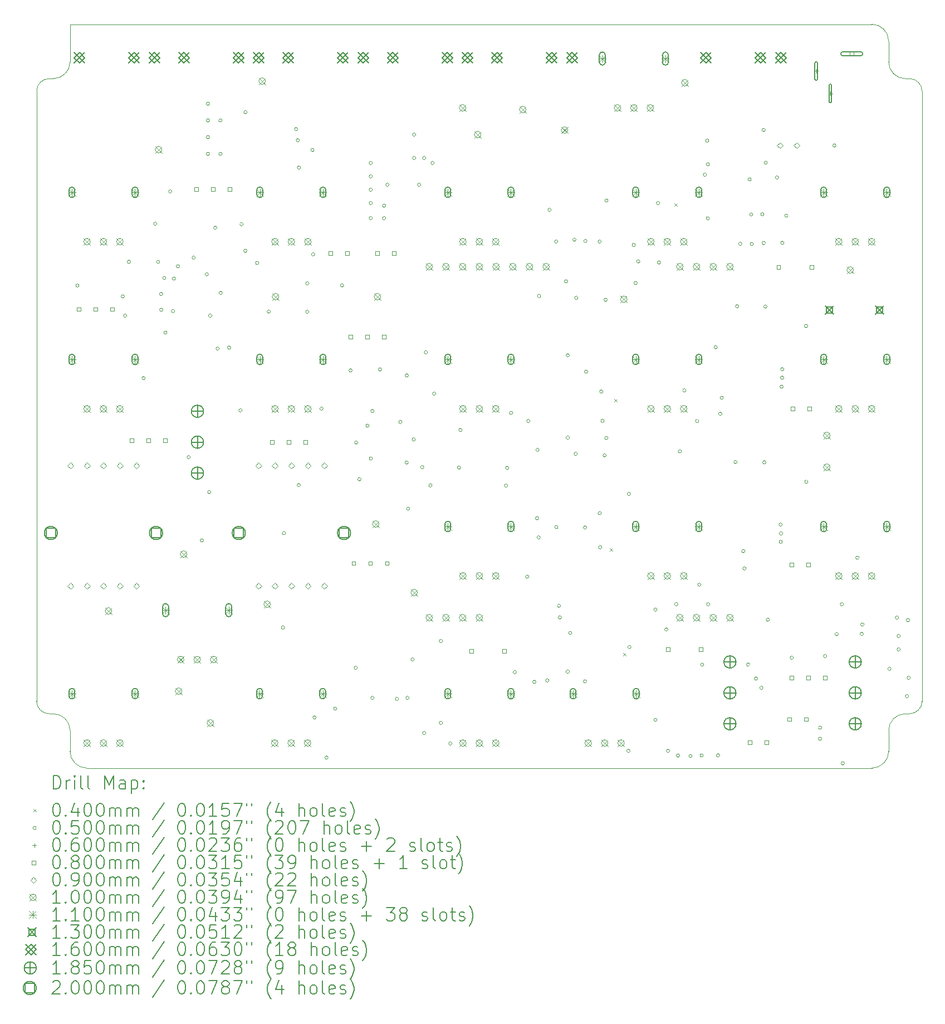
<source format=gbr>
%FSLAX45Y45*%
G04 Gerber Fmt 4.5, Leading zero omitted, Abs format (unit mm)*
G04 Created by KiCad (PCBNEW 6.0.5+dfsg-1~bpo11+1) date 2022-08-28 15:58:27*
%MOMM*%
%LPD*%
G01*
G04 APERTURE LIST*
%TA.AperFunction,Profile*%
%ADD10C,0.050000*%
%TD*%
%TA.AperFunction,Profile*%
%ADD11C,0.100000*%
%TD*%
%ADD12C,0.200000*%
%ADD13C,0.040000*%
%ADD14C,0.050000*%
%ADD15C,0.060000*%
%ADD16C,0.080000*%
%ADD17C,0.090000*%
%ADD18C,0.100000*%
%ADD19C,0.110000*%
%ADD20C,0.130000*%
%ADD21C,0.160000*%
%ADD22C,0.185000*%
G04 APERTURE END LIST*
D10*
X20574000Y-13525500D02*
G75*
G03*
X20320000Y-13779500I0J-254000D01*
G01*
X7874000Y-14097000D02*
G75*
G03*
X8128000Y-14351000I254000J0D01*
G01*
X7556500Y-3873500D02*
G75*
G03*
X7366000Y-4064000I0J-190500D01*
G01*
X20066000Y-14351000D02*
G75*
G03*
X20320000Y-14097000I0J254000D01*
G01*
X7556500Y-13525500D02*
X7620000Y-13525500D01*
X7556500Y-3873500D02*
X7620000Y-3873500D01*
X7366000Y-13335000D02*
G75*
G03*
X7556500Y-13525500I190500J0D01*
G01*
X20320000Y-3619500D02*
X20320000Y-3302000D01*
X7874000Y-3048000D02*
X7874000Y-3619500D01*
X20574000Y-13525500D02*
X20637500Y-13525500D01*
X7620000Y-3873500D02*
G75*
G03*
X7874000Y-3619500I0J254000D01*
G01*
X7874000Y-13779500D02*
G75*
G03*
X7620000Y-13525500I-254000J0D01*
G01*
X10287000Y-14351000D02*
X17907000Y-14351000D01*
X20320000Y-3302000D02*
G75*
G03*
X20066000Y-3048000I-254000J0D01*
G01*
D11*
X8128000Y-14351000D02*
X10287000Y-14351000D01*
D10*
X20320000Y-3619500D02*
G75*
G03*
X20574000Y-3873500I254000J0D01*
G01*
X20828000Y-4064000D02*
G75*
G03*
X20637500Y-3873500I-190500J0D01*
G01*
X7366000Y-11684000D02*
X7366000Y-4064000D01*
X20828000Y-4064000D02*
X20828000Y-11684000D01*
D11*
X20066000Y-14351000D02*
X17907000Y-14351000D01*
D10*
X20637500Y-13525500D02*
G75*
G03*
X20828000Y-13335000I0J190500D01*
G01*
X7874000Y-3048000D02*
X20066000Y-3048000D01*
X7874000Y-13779500D02*
X7874000Y-14097000D01*
D11*
X7366000Y-13335000D02*
X7366000Y-11684000D01*
D10*
X20320000Y-14097000D02*
X20320000Y-13779500D01*
D11*
X20828000Y-13335000D02*
X20828000Y-11684000D01*
D10*
X20574000Y-3873500D02*
X20637500Y-3873500D01*
D12*
D13*
X16078520Y-11013760D02*
X16118520Y-11053760D01*
X16118520Y-11013760D02*
X16078520Y-11053760D01*
X16149640Y-8743000D02*
X16189640Y-8783000D01*
X16189640Y-8743000D02*
X16149640Y-8783000D01*
X16286800Y-12603800D02*
X16326800Y-12643800D01*
X16326800Y-12603800D02*
X16286800Y-12643800D01*
X17061500Y-5771200D02*
X17101500Y-5811200D01*
X17101500Y-5771200D02*
X17061500Y-5811200D01*
D14*
X8010760Y-7018020D02*
G75*
G03*
X8010760Y-7018020I-25000J0D01*
G01*
X8701640Y-7183120D02*
G75*
G03*
X8701640Y-7183120I-25000J0D01*
G01*
X8737579Y-7475599D02*
G75*
G03*
X8737579Y-7475599I-25000J0D01*
G01*
X8794250Y-6657340D02*
G75*
G03*
X8794250Y-6657340I-25000J0D01*
G01*
X9015280Y-8425180D02*
G75*
G03*
X9015280Y-8425180I-25000J0D01*
G01*
X9194400Y-6078220D02*
G75*
G03*
X9194400Y-6078220I-25000J0D01*
G01*
X9238660Y-6656260D02*
G75*
G03*
X9238660Y-6656260I-25000J0D01*
G01*
X9283300Y-7147560D02*
G75*
G03*
X9283300Y-7147560I-25000J0D01*
G01*
X9285840Y-7386320D02*
G75*
G03*
X9285840Y-7386320I-25000J0D01*
G01*
X9331560Y-6903720D02*
G75*
G03*
X9331560Y-6903720I-25000J0D01*
G01*
X9349340Y-7731760D02*
G75*
G03*
X9349340Y-7731760I-25000J0D01*
G01*
X9423000Y-5588000D02*
G75*
G03*
X9423000Y-5588000I-25000J0D01*
G01*
X9463640Y-7406640D02*
G75*
G03*
X9463640Y-7406640I-25000J0D01*
G01*
X9477920Y-6912800D02*
G75*
G03*
X9477920Y-6912800I-25000J0D01*
G01*
X9539840Y-6725920D02*
G75*
G03*
X9539840Y-6725920I-25000J0D01*
G01*
X9702400Y-9626600D02*
G75*
G03*
X9702400Y-9626600I-25000J0D01*
G01*
X9777390Y-6593840D02*
G75*
G03*
X9777390Y-6593840I-25000J0D01*
G01*
X9903060Y-10891520D02*
G75*
G03*
X9903060Y-10891520I-25000J0D01*
G01*
X9976720Y-6847840D02*
G75*
G03*
X9976720Y-6847840I-25000J0D01*
G01*
X9994500Y-4254500D02*
G75*
G03*
X9994500Y-4254500I-25000J0D01*
G01*
X9994500Y-4508500D02*
G75*
G03*
X9994500Y-4508500I-25000J0D01*
G01*
X9994500Y-4762500D02*
G75*
G03*
X9994500Y-4762500I-25000J0D01*
G01*
X9994500Y-5016500D02*
G75*
G03*
X9994500Y-5016500I-25000J0D01*
G01*
X10014820Y-10157460D02*
G75*
G03*
X10014820Y-10157460I-25000J0D01*
G01*
X10030060Y-7475220D02*
G75*
G03*
X10030060Y-7475220I-25000J0D01*
G01*
X10106260Y-6139180D02*
G75*
G03*
X10106260Y-6139180I-25000J0D01*
G01*
X10141820Y-7975600D02*
G75*
G03*
X10141820Y-7975600I-25000J0D01*
G01*
X10185000Y-4508500D02*
G75*
G03*
X10185000Y-4508500I-25000J0D01*
G01*
X10185000Y-5016500D02*
G75*
G03*
X10185000Y-5016500I-25000J0D01*
G01*
X10189833Y-7129102D02*
G75*
G03*
X10189833Y-7129102I-25000J0D01*
G01*
X10317080Y-7960360D02*
G75*
G03*
X10317080Y-7960360I-25000J0D01*
G01*
X10489800Y-8915400D02*
G75*
G03*
X10489800Y-8915400I-25000J0D01*
G01*
X10504661Y-6086219D02*
G75*
G03*
X10504661Y-6086219I-25000J0D01*
G01*
X10563460Y-6489700D02*
G75*
G03*
X10563460Y-6489700I-25000J0D01*
G01*
X10564600Y-4382900D02*
G75*
G03*
X10564600Y-4382900I-25000J0D01*
G01*
X10743234Y-6673903D02*
G75*
G03*
X10743234Y-6673903I-25000J0D01*
G01*
X10919550Y-7414444D02*
G75*
G03*
X10919550Y-7414444I-25000J0D01*
G01*
X11134960Y-12214860D02*
G75*
G03*
X11134960Y-12214860I-25000J0D01*
G01*
X11150200Y-10782300D02*
G75*
G03*
X11150200Y-10782300I-25000J0D01*
G01*
X11335620Y-4640580D02*
G75*
G03*
X11335620Y-4640580I-25000J0D01*
G01*
X11361020Y-4810760D02*
G75*
G03*
X11361020Y-4810760I-25000J0D01*
G01*
X11376260Y-10050780D02*
G75*
G03*
X11376260Y-10050780I-25000J0D01*
G01*
X11378800Y-5224780D02*
G75*
G03*
X11378800Y-5224780I-25000J0D01*
G01*
X11505800Y-6985000D02*
G75*
G03*
X11505800Y-6985000I-25000J0D01*
G01*
X11505800Y-7416800D02*
G75*
G03*
X11505800Y-7416800I-25000J0D01*
G01*
X11584540Y-4958080D02*
G75*
G03*
X11584540Y-4958080I-25000J0D01*
G01*
X11593650Y-6543040D02*
G75*
G03*
X11593650Y-6543040I-25000J0D01*
G01*
X11615450Y-13581380D02*
G75*
G03*
X11615450Y-13581380I-25000J0D01*
G01*
X11721542Y-8887550D02*
G75*
G03*
X11721542Y-8887550I-25000J0D01*
G01*
X11797900Y-14190980D02*
G75*
G03*
X11797900Y-14190980I-25000J0D01*
G01*
X11929980Y-13446760D02*
G75*
G03*
X11929980Y-13446760I-25000J0D01*
G01*
X12034120Y-7015480D02*
G75*
G03*
X12034120Y-7015480I-25000J0D01*
G01*
X12163660Y-8308340D02*
G75*
G03*
X12163660Y-8308340I-25000J0D01*
G01*
X12242400Y-12827000D02*
G75*
G03*
X12242400Y-12827000I-25000J0D01*
G01*
X12249519Y-9403581D02*
G75*
G03*
X12249519Y-9403581I-25000J0D01*
G01*
X12298280Y-9961880D02*
G75*
G03*
X12298280Y-9961880I-25000J0D01*
G01*
X12420200Y-9146540D02*
G75*
G03*
X12420200Y-9146540I-25000J0D01*
G01*
X12471000Y-5156200D02*
G75*
G03*
X12471000Y-5156200I-25000J0D01*
G01*
X12471000Y-5359400D02*
G75*
G03*
X12471000Y-5359400I-25000J0D01*
G01*
X12471000Y-5562600D02*
G75*
G03*
X12471000Y-5562600I-25000J0D01*
G01*
X12471000Y-5765800D02*
G75*
G03*
X12471000Y-5765800I-25000J0D01*
G01*
X12471000Y-5994400D02*
G75*
G03*
X12471000Y-5994400I-25000J0D01*
G01*
X12471000Y-9646920D02*
G75*
G03*
X12471000Y-9646920I-25000J0D01*
G01*
X12496400Y-8925560D02*
G75*
G03*
X12496400Y-8925560I-25000J0D01*
G01*
X12496400Y-13284200D02*
G75*
G03*
X12496400Y-13284200I-25000J0D01*
G01*
X12610700Y-8293100D02*
G75*
G03*
X12610700Y-8293100I-25000J0D01*
G01*
X12674200Y-5804900D02*
G75*
G03*
X12674200Y-5804900I-25000J0D01*
G01*
X12674200Y-5994400D02*
G75*
G03*
X12674200Y-5994400I-25000J0D01*
G01*
X12725000Y-5486400D02*
G75*
G03*
X12725000Y-5486400I-25000J0D01*
G01*
X12867240Y-13299440D02*
G75*
G03*
X12867240Y-13299440I-25000J0D01*
G01*
X12920580Y-9090660D02*
G75*
G03*
X12920580Y-9090660I-25000J0D01*
G01*
X13017100Y-9707880D02*
G75*
G03*
X13017100Y-9707880I-25000J0D01*
G01*
X13019070Y-8383464D02*
G75*
G03*
X13019070Y-8383464I-25000J0D01*
G01*
X13029800Y-13284200D02*
G75*
G03*
X13029800Y-13284200I-25000J0D01*
G01*
X13039960Y-10408920D02*
G75*
G03*
X13039960Y-10408920I-25000J0D01*
G01*
X13106000Y-12700000D02*
G75*
G03*
X13106000Y-12700000I-25000J0D01*
G01*
X13124064Y-9356319D02*
G75*
G03*
X13124064Y-9356319I-25000J0D01*
G01*
X13131400Y-4724400D02*
G75*
G03*
X13131400Y-4724400I-25000J0D01*
G01*
X13131400Y-5080000D02*
G75*
G03*
X13131400Y-5080000I-25000J0D01*
G01*
X13207600Y-5486400D02*
G75*
G03*
X13207600Y-5486400I-25000J0D01*
G01*
X13253320Y-9779000D02*
G75*
G03*
X13253320Y-9779000I-25000J0D01*
G01*
X13283800Y-5080000D02*
G75*
G03*
X13283800Y-5080000I-25000J0D01*
G01*
X13283800Y-13817600D02*
G75*
G03*
X13283800Y-13817600I-25000J0D01*
G01*
X13309200Y-8033184D02*
G75*
G03*
X13309200Y-8033184I-25000J0D01*
G01*
X13377780Y-10055860D02*
G75*
G03*
X13377780Y-10055860I-25000J0D01*
G01*
X13410800Y-5156200D02*
G75*
G03*
X13410800Y-5156200I-25000J0D01*
G01*
X13436200Y-8661400D02*
G75*
G03*
X13436200Y-8661400I-25000J0D01*
G01*
X13537800Y-12420600D02*
G75*
G03*
X13537800Y-12420600I-25000J0D01*
G01*
X13537800Y-13665200D02*
G75*
G03*
X13537800Y-13665200I-25000J0D01*
G01*
X13680040Y-13977620D02*
G75*
G03*
X13680040Y-13977620I-25000J0D01*
G01*
X13812120Y-9784080D02*
G75*
G03*
X13812120Y-9784080I-25000J0D01*
G01*
X13833331Y-9212700D02*
G75*
G03*
X13833331Y-9212700I-25000J0D01*
G01*
X14528400Y-10058400D02*
G75*
G03*
X14528400Y-10058400I-25000J0D01*
G01*
X14545050Y-9788489D02*
G75*
G03*
X14545050Y-9788489I-25000J0D01*
G01*
X14604600Y-8953500D02*
G75*
G03*
X14604600Y-8953500I-25000J0D01*
G01*
X14660480Y-12893040D02*
G75*
G03*
X14660480Y-12893040I-25000J0D01*
G01*
X14849838Y-11442700D02*
G75*
G03*
X14849838Y-11442700I-25000J0D01*
G01*
X14866220Y-9075420D02*
G75*
G03*
X14866220Y-9075420I-25000J0D01*
G01*
X14957660Y-13040360D02*
G75*
G03*
X14957660Y-13040360I-25000J0D01*
G01*
X14998300Y-10553700D02*
G75*
G03*
X14998300Y-10553700I-25000J0D01*
G01*
X15005920Y-9514840D02*
G75*
G03*
X15005920Y-9514840I-25000J0D01*
G01*
X15023700Y-10845800D02*
G75*
G03*
X15023700Y-10845800I-25000J0D01*
G01*
X15029880Y-7176600D02*
G75*
G03*
X15029880Y-7176600I-25000J0D01*
G01*
X15155780Y-13020040D02*
G75*
G03*
X15155780Y-13020040I-25000J0D01*
G01*
X15188800Y-5867400D02*
G75*
G03*
X15188800Y-5867400I-25000J0D01*
G01*
X15290400Y-6350000D02*
G75*
G03*
X15290400Y-6350000I-25000J0D01*
G01*
X15292940Y-10688320D02*
G75*
G03*
X15292940Y-10688320I-25000J0D01*
G01*
X15331040Y-11884940D02*
G75*
G03*
X15331040Y-11884940I-25000J0D01*
G01*
X15345242Y-12061516D02*
G75*
G03*
X15345242Y-12061516I-25000J0D01*
G01*
X15440260Y-6954520D02*
G75*
G03*
X15440260Y-6954520I-25000J0D01*
G01*
X15465660Y-8077200D02*
G75*
G03*
X15465660Y-8077200I-25000J0D01*
G01*
X15465660Y-9329420D02*
G75*
G03*
X15465660Y-9329420I-25000J0D01*
G01*
X15465660Y-12885420D02*
G75*
G03*
X15465660Y-12885420I-25000J0D01*
G01*
X15503760Y-12296140D02*
G75*
G03*
X15503760Y-12296140I-25000J0D01*
G01*
X15567260Y-6322060D02*
G75*
G03*
X15567260Y-6322060I-25000J0D01*
G01*
X15585610Y-9575800D02*
G75*
G03*
X15585610Y-9575800I-25000J0D01*
G01*
X15595770Y-7204744D02*
G75*
G03*
X15595770Y-7204744I-25000J0D01*
G01*
X15728678Y-10693400D02*
G75*
G03*
X15728678Y-10693400I-25000J0D01*
G01*
X15729820Y-13032740D02*
G75*
G03*
X15729820Y-13032740I-25000J0D01*
G01*
X15734900Y-6339840D02*
G75*
G03*
X15734900Y-6339840I-25000J0D01*
G01*
X15745060Y-8326120D02*
G75*
G03*
X15745060Y-8326120I-25000J0D01*
G01*
X15950800Y-6350000D02*
G75*
G03*
X15950800Y-6350000I-25000J0D01*
G01*
X15950800Y-10477500D02*
G75*
G03*
X15950800Y-10477500I-25000J0D01*
G01*
X15959818Y-10995660D02*
G75*
G03*
X15959818Y-10995660I-25000J0D01*
G01*
X15976200Y-8628380D02*
G75*
G03*
X15976200Y-8628380I-25000J0D01*
G01*
X15995250Y-9074150D02*
G75*
G03*
X15995250Y-9074150I-25000J0D01*
G01*
X16025858Y-9598660D02*
G75*
G03*
X16025858Y-9598660I-25000J0D01*
G01*
X16041762Y-7234650D02*
G75*
G03*
X16041762Y-7234650I-25000J0D01*
G01*
X16052400Y-9334500D02*
G75*
G03*
X16052400Y-9334500I-25000J0D01*
G01*
X16054779Y-5725200D02*
G75*
G03*
X16054779Y-5725200I-25000J0D01*
G01*
X16387680Y-14088810D02*
G75*
G03*
X16387680Y-14088810I-25000J0D01*
G01*
X16395300Y-10185400D02*
G75*
G03*
X16395300Y-10185400I-25000J0D01*
G01*
X16402920Y-12512040D02*
G75*
G03*
X16402920Y-12512040I-25000J0D01*
G01*
X16468960Y-6400800D02*
G75*
G03*
X16468960Y-6400800I-25000J0D01*
G01*
X16499440Y-6979920D02*
G75*
G03*
X16499440Y-6979920I-25000J0D01*
G01*
X16538431Y-6651369D02*
G75*
G03*
X16538431Y-6651369I-25000J0D01*
G01*
X16799160Y-11943080D02*
G75*
G03*
X16799160Y-11943080I-25000J0D01*
G01*
X16799160Y-13616940D02*
G75*
G03*
X16799160Y-13616940I-25000J0D01*
G01*
X16839800Y-5765800D02*
G75*
G03*
X16839800Y-5765800I-25000J0D01*
G01*
X16852500Y-6667500D02*
G75*
G03*
X16852500Y-6667500I-25000J0D01*
G01*
X16964260Y-12242800D02*
G75*
G03*
X16964260Y-12242800I-25000J0D01*
G01*
X16991170Y-14088810D02*
G75*
G03*
X16991170Y-14088810I-25000J0D01*
G01*
X17116092Y-11860390D02*
G75*
G03*
X17116092Y-11860390I-25000J0D01*
G01*
X17142246Y-14159930D02*
G75*
G03*
X17142246Y-14159930I-25000J0D01*
G01*
X17170000Y-9537700D02*
G75*
G03*
X17170000Y-9537700I-25000J0D01*
G01*
X17238580Y-8610600D02*
G75*
G03*
X17238580Y-8610600I-25000J0D01*
G01*
X17332560Y-14168120D02*
G75*
G03*
X17332560Y-14168120I-25000J0D01*
G01*
X17434025Y-9077337D02*
G75*
G03*
X17434025Y-9077337I-25000J0D01*
G01*
X17466945Y-11564097D02*
G75*
G03*
X17466945Y-11564097I-25000J0D01*
G01*
X17500200Y-14159930D02*
G75*
G03*
X17500200Y-14159930I-25000J0D01*
G01*
X17510360Y-12778740D02*
G75*
G03*
X17510360Y-12778740I-25000J0D01*
G01*
X17551000Y-5334000D02*
G75*
G03*
X17551000Y-5334000I-25000J0D01*
G01*
X17586560Y-4815840D02*
G75*
G03*
X17586560Y-4815840I-25000J0D01*
G01*
X17593901Y-5996370D02*
G75*
G03*
X17593901Y-5996370I-25000J0D01*
G01*
X17596720Y-5176520D02*
G75*
G03*
X17596720Y-5176520I-25000J0D01*
G01*
X17601800Y-11861800D02*
G75*
G03*
X17601800Y-11861800I-25000J0D01*
G01*
X17716100Y-7955280D02*
G75*
G03*
X17716100Y-7955280I-25000J0D01*
G01*
X17749120Y-14157960D02*
G75*
G03*
X17749120Y-14157960I-25000J0D01*
G01*
X17784768Y-8966870D02*
G75*
G03*
X17784768Y-8966870I-25000J0D01*
G01*
X17807236Y-8722080D02*
G75*
G03*
X17807236Y-8722080I-25000J0D01*
G01*
X18015820Y-9700260D02*
G75*
G03*
X18015820Y-9700260I-25000J0D01*
G01*
X18041220Y-7332980D02*
G75*
G03*
X18041220Y-7332980I-25000J0D01*
G01*
X18089480Y-6383020D02*
G75*
G03*
X18089480Y-6383020I-25000J0D01*
G01*
X18135200Y-11054080D02*
G75*
G03*
X18135200Y-11054080I-25000J0D01*
G01*
X18152980Y-11318240D02*
G75*
G03*
X18152980Y-11318240I-25000J0D01*
G01*
X18207690Y-12777177D02*
G75*
G03*
X18207690Y-12777177I-25000J0D01*
G01*
X18231720Y-5405120D02*
G75*
G03*
X18231720Y-5405120I-25000J0D01*
G01*
X18254860Y-5938520D02*
G75*
G03*
X18254860Y-5938520I-25000J0D01*
G01*
X18262472Y-6385831D02*
G75*
G03*
X18262472Y-6385831I-25000J0D01*
G01*
X18328240Y-12989560D02*
G75*
G03*
X18328240Y-12989560I-25000J0D01*
G01*
X18409520Y-13131800D02*
G75*
G03*
X18409520Y-13131800I-25000J0D01*
G01*
X18424760Y-5933440D02*
G75*
G03*
X18424760Y-5933440I-25000J0D01*
G01*
X18445080Y-4653280D02*
G75*
G03*
X18445080Y-4653280I-25000J0D01*
G01*
X18447050Y-6370888D02*
G75*
G03*
X18447050Y-6370888I-25000J0D01*
G01*
X18454098Y-9705340D02*
G75*
G03*
X18454098Y-9705340I-25000J0D01*
G01*
X18470480Y-7338060D02*
G75*
G03*
X18470480Y-7338060I-25000J0D01*
G01*
X18475560Y-5151120D02*
G75*
G03*
X18475560Y-5151120I-25000J0D01*
G01*
X18506610Y-12095480D02*
G75*
G03*
X18506610Y-12095480I-25000J0D01*
G01*
X18648280Y-5376050D02*
G75*
G03*
X18648280Y-5376050I-25000J0D01*
G01*
X18701620Y-10650220D02*
G75*
G03*
X18701620Y-10650220I-25000J0D01*
G01*
X18704160Y-10911840D02*
G75*
G03*
X18704160Y-10911840I-25000J0D01*
G01*
X18708098Y-10784840D02*
G75*
G03*
X18708098Y-10784840I-25000J0D01*
G01*
X18716860Y-8554720D02*
G75*
G03*
X18716860Y-8554720I-25000J0D01*
G01*
X18724480Y-8417560D02*
G75*
G03*
X18724480Y-8417560I-25000J0D01*
G01*
X18727020Y-8290560D02*
G75*
G03*
X18727020Y-8290560I-25000J0D01*
G01*
X18727523Y-6368842D02*
G75*
G03*
X18727523Y-6368842I-25000J0D01*
G01*
X18790520Y-5956300D02*
G75*
G03*
X18790520Y-5956300I-25000J0D01*
G01*
X18871800Y-12674600D02*
G75*
G03*
X18871800Y-12674600I-25000J0D01*
G01*
X19090240Y-7632700D02*
G75*
G03*
X19090240Y-7632700I-25000J0D01*
G01*
X19092780Y-9999980D02*
G75*
G03*
X19092780Y-9999980I-25000J0D01*
G01*
X19300000Y-13905000D02*
G75*
G03*
X19300000Y-13905000I-25000J0D01*
G01*
X19303600Y-13735100D02*
G75*
G03*
X19303600Y-13735100I-25000J0D01*
G01*
X19379800Y-12649200D02*
G75*
G03*
X19379800Y-12649200I-25000J0D01*
G01*
X19519500Y-4889500D02*
G75*
G03*
X19519500Y-4889500I-25000J0D01*
G01*
X19554493Y-12315989D02*
G75*
G03*
X19554493Y-12315989I-25000J0D01*
G01*
X19633800Y-11861800D02*
G75*
G03*
X19633800Y-11861800I-25000J0D01*
G01*
X19648809Y-14279490D02*
G75*
G03*
X19648809Y-14279490I-25000J0D01*
G01*
X19870020Y-11153140D02*
G75*
G03*
X19870020Y-11153140I-25000J0D01*
G01*
X19936060Y-12311380D02*
G75*
G03*
X19936060Y-12311380I-25000J0D01*
G01*
X19946220Y-12169140D02*
G75*
G03*
X19946220Y-12169140I-25000J0D01*
G01*
X20357700Y-12842240D02*
G75*
G03*
X20357700Y-12842240I-25000J0D01*
G01*
X20472000Y-12065000D02*
G75*
G03*
X20472000Y-12065000I-25000J0D01*
G01*
X20497400Y-12344400D02*
G75*
G03*
X20497400Y-12344400I-25000J0D01*
G01*
X20497400Y-12547600D02*
G75*
G03*
X20497400Y-12547600I-25000J0D01*
G01*
X20624400Y-13258800D02*
G75*
G03*
X20624400Y-13258800I-25000J0D01*
G01*
X20639640Y-12103100D02*
G75*
G03*
X20639640Y-12103100I-25000J0D01*
G01*
X20649800Y-12979400D02*
G75*
G03*
X20649800Y-12979400I-25000J0D01*
G01*
D15*
X19218400Y-3727500D02*
X19218400Y-3787500D01*
X19188400Y-3757500D02*
X19248400Y-3757500D01*
D12*
X19198400Y-3637500D02*
X19198400Y-3877500D01*
X19238400Y-3637500D02*
X19238400Y-3877500D01*
X19198400Y-3877500D02*
G75*
G03*
X19238400Y-3877500I20000J0D01*
G01*
X19238400Y-3637500D02*
G75*
G03*
X19198400Y-3637500I-20000J0D01*
G01*
D15*
X19433400Y-4067500D02*
X19433400Y-4127500D01*
X19403400Y-4097500D02*
X19463400Y-4097500D01*
D12*
X19413400Y-3977500D02*
X19413400Y-4217500D01*
X19453400Y-3977500D02*
X19453400Y-4217500D01*
X19413400Y-4217500D02*
G75*
G03*
X19453400Y-4217500I20000J0D01*
G01*
X19453400Y-3977500D02*
G75*
G03*
X19413400Y-3977500I-20000J0D01*
G01*
D16*
X8035364Y-7406984D02*
X8035364Y-7350415D01*
X7978795Y-7350415D01*
X7978795Y-7406984D01*
X8035364Y-7406984D01*
X8289364Y-7406984D02*
X8289364Y-7350415D01*
X8232795Y-7350415D01*
X8232795Y-7406984D01*
X8289364Y-7406984D01*
X8543365Y-7406984D02*
X8543365Y-7350415D01*
X8486796Y-7350415D01*
X8486796Y-7406984D01*
X8543365Y-7406984D01*
X8842085Y-9400885D02*
X8842085Y-9344316D01*
X8785516Y-9344316D01*
X8785516Y-9400885D01*
X8842085Y-9400885D01*
X9096085Y-9400885D02*
X9096085Y-9344316D01*
X9039516Y-9344316D01*
X9039516Y-9400885D01*
X9096085Y-9400885D01*
X9350085Y-9400885D02*
X9350085Y-9344316D01*
X9293516Y-9344316D01*
X9293516Y-9400885D01*
X9350085Y-9400885D01*
X9820985Y-5583265D02*
X9820985Y-5526696D01*
X9764416Y-5526696D01*
X9764416Y-5583265D01*
X9820985Y-5583265D01*
X10074985Y-5583265D02*
X10074985Y-5526696D01*
X10018416Y-5526696D01*
X10018416Y-5583265D01*
X10074985Y-5583265D01*
X10328985Y-5583265D02*
X10328985Y-5526696D01*
X10272416Y-5526696D01*
X10272416Y-5583265D01*
X10328985Y-5583265D01*
X10975685Y-9426285D02*
X10975685Y-9369716D01*
X10919116Y-9369716D01*
X10919116Y-9426285D01*
X10975685Y-9426285D01*
X11229684Y-9426285D02*
X11229684Y-9369716D01*
X11173116Y-9369716D01*
X11173116Y-9426285D01*
X11229684Y-9426285D01*
X11483684Y-9426285D02*
X11483684Y-9369716D01*
X11427115Y-9369716D01*
X11427115Y-9426285D01*
X11483684Y-9426285D01*
X11864684Y-6556084D02*
X11864684Y-6499515D01*
X11808115Y-6499515D01*
X11808115Y-6556084D01*
X11864684Y-6556084D01*
X12114684Y-6556084D02*
X12114684Y-6499515D01*
X12058115Y-6499515D01*
X12058115Y-6556084D01*
X12114684Y-6556084D01*
X12169484Y-7826084D02*
X12169484Y-7769515D01*
X12112915Y-7769515D01*
X12112915Y-7826084D01*
X12169484Y-7826084D01*
X12213664Y-11267784D02*
X12213664Y-11211215D01*
X12157095Y-11211215D01*
X12157095Y-11267784D01*
X12213664Y-11267784D01*
X12423484Y-7826084D02*
X12423484Y-7769515D01*
X12366915Y-7769515D01*
X12366915Y-7826084D01*
X12423484Y-7826084D01*
X12467664Y-11267784D02*
X12467664Y-11211215D01*
X12411095Y-11211215D01*
X12411095Y-11267784D01*
X12467664Y-11267784D01*
X12575884Y-6556084D02*
X12575884Y-6499515D01*
X12519315Y-6499515D01*
X12519315Y-6556084D01*
X12575884Y-6556084D01*
X12677484Y-7826084D02*
X12677484Y-7769515D01*
X12620915Y-7769515D01*
X12620915Y-7826084D01*
X12677484Y-7826084D01*
X12721664Y-11267784D02*
X12721664Y-11211215D01*
X12665095Y-11211215D01*
X12665095Y-11267784D01*
X12721664Y-11267784D01*
X12825884Y-6556084D02*
X12825884Y-6499515D01*
X12769315Y-6499515D01*
X12769315Y-6556084D01*
X12825884Y-6556084D01*
X14002284Y-12601284D02*
X14002284Y-12544715D01*
X13945715Y-12544715D01*
X13945715Y-12601284D01*
X14002284Y-12601284D01*
X14502284Y-12601284D02*
X14502284Y-12544715D01*
X14445715Y-12544715D01*
X14445715Y-12601284D01*
X14502284Y-12601284D01*
X16994405Y-12575884D02*
X16994405Y-12519315D01*
X16937836Y-12519315D01*
X16937836Y-12575884D01*
X16994405Y-12575884D01*
X17494405Y-12575884D02*
X17494405Y-12519315D01*
X17437836Y-12519315D01*
X17437836Y-12575884D01*
X17494405Y-12575884D01*
X18238687Y-13988124D02*
X18238687Y-13931555D01*
X18182118Y-13931555D01*
X18182118Y-13988124D01*
X18238687Y-13988124D01*
X18488687Y-13988124D02*
X18488687Y-13931555D01*
X18432118Y-13931555D01*
X18432118Y-13988124D01*
X18488687Y-13988124D01*
X18674805Y-6764364D02*
X18674805Y-6707795D01*
X18618236Y-6707795D01*
X18618236Y-6764364D01*
X18674805Y-6764364D01*
X18839843Y-13637604D02*
X18839843Y-13581035D01*
X18783274Y-13581035D01*
X18783274Y-13637604D01*
X18839843Y-13637604D01*
X18875085Y-13007684D02*
X18875085Y-12951115D01*
X18818516Y-12951115D01*
X18818516Y-13007684D01*
X18875085Y-13007684D01*
X18875403Y-11285564D02*
X18875403Y-11228995D01*
X18818834Y-11228995D01*
X18818834Y-11285564D01*
X18875403Y-11285564D01*
X18891785Y-8918285D02*
X18891785Y-8861716D01*
X18835216Y-8861716D01*
X18835216Y-8918285D01*
X18891785Y-8918285D01*
X19089843Y-13637604D02*
X19089843Y-13581035D01*
X19033274Y-13581035D01*
X19033274Y-13637604D01*
X19089843Y-13637604D01*
X19125403Y-11285564D02*
X19125403Y-11228995D01*
X19068834Y-11228995D01*
X19068834Y-11285564D01*
X19125403Y-11285564D01*
X19129085Y-13007684D02*
X19129085Y-12951115D01*
X19072516Y-12951115D01*
X19072516Y-13007684D01*
X19129085Y-13007684D01*
X19141785Y-8918285D02*
X19141785Y-8861716D01*
X19085216Y-8861716D01*
X19085216Y-8918285D01*
X19141785Y-8918285D01*
X19174805Y-6764364D02*
X19174805Y-6707795D01*
X19118236Y-6707795D01*
X19118236Y-6764364D01*
X19174805Y-6764364D01*
X19383085Y-13007684D02*
X19383085Y-12951115D01*
X19326516Y-12951115D01*
X19326516Y-13007684D01*
X19383085Y-13007684D01*
X19786685Y-3523784D02*
X19786685Y-3467215D01*
X19730116Y-3467215D01*
X19730116Y-3523784D01*
X19786685Y-3523784D01*
D12*
X19893400Y-3465500D02*
X19623400Y-3465500D01*
X19893400Y-3525500D02*
X19623400Y-3525500D01*
X19623400Y-3465500D02*
G75*
G03*
X19623400Y-3525500I0J-30000D01*
G01*
X19893400Y-3525500D02*
G75*
G03*
X19893400Y-3465500I0J30000D01*
G01*
D17*
X7882000Y-9798000D02*
X7927000Y-9753000D01*
X7882000Y-9708000D01*
X7837000Y-9753000D01*
X7882000Y-9798000D01*
X7882000Y-11628000D02*
X7927000Y-11583000D01*
X7882000Y-11538000D01*
X7837000Y-11583000D01*
X7882000Y-11628000D01*
X8132000Y-9798000D02*
X8177000Y-9753000D01*
X8132000Y-9708000D01*
X8087000Y-9753000D01*
X8132000Y-9798000D01*
X8132000Y-11628000D02*
X8177000Y-11583000D01*
X8132000Y-11538000D01*
X8087000Y-11583000D01*
X8132000Y-11628000D01*
X8382000Y-9798000D02*
X8427000Y-9753000D01*
X8382000Y-9708000D01*
X8337000Y-9753000D01*
X8382000Y-9798000D01*
X8382000Y-11628000D02*
X8427000Y-11583000D01*
X8382000Y-11538000D01*
X8337000Y-11583000D01*
X8382000Y-11628000D01*
X8632000Y-9798000D02*
X8677000Y-9753000D01*
X8632000Y-9708000D01*
X8587000Y-9753000D01*
X8632000Y-9798000D01*
X8632000Y-11628000D02*
X8677000Y-11583000D01*
X8632000Y-11538000D01*
X8587000Y-11583000D01*
X8632000Y-11628000D01*
X8882000Y-9798000D02*
X8927000Y-9753000D01*
X8882000Y-9708000D01*
X8837000Y-9753000D01*
X8882000Y-9798000D01*
X8882000Y-11628000D02*
X8927000Y-11583000D01*
X8882000Y-11538000D01*
X8837000Y-11583000D01*
X8882000Y-11628000D01*
X10739500Y-9798000D02*
X10784500Y-9753000D01*
X10739500Y-9708000D01*
X10694500Y-9753000D01*
X10739500Y-9798000D01*
X10739500Y-11628000D02*
X10784500Y-11583000D01*
X10739500Y-11538000D01*
X10694500Y-11583000D01*
X10739500Y-11628000D01*
X10989500Y-9798000D02*
X11034500Y-9753000D01*
X10989500Y-9708000D01*
X10944500Y-9753000D01*
X10989500Y-9798000D01*
X10989500Y-11628000D02*
X11034500Y-11583000D01*
X10989500Y-11538000D01*
X10944500Y-11583000D01*
X10989500Y-11628000D01*
X11239500Y-9798000D02*
X11284500Y-9753000D01*
X11239500Y-9708000D01*
X11194500Y-9753000D01*
X11239500Y-9798000D01*
X11239500Y-11628000D02*
X11284500Y-11583000D01*
X11239500Y-11538000D01*
X11194500Y-11583000D01*
X11239500Y-11628000D01*
X11489500Y-9798000D02*
X11534500Y-9753000D01*
X11489500Y-9708000D01*
X11444500Y-9753000D01*
X11489500Y-9798000D01*
X11489500Y-11628000D02*
X11534500Y-11583000D01*
X11489500Y-11538000D01*
X11444500Y-11583000D01*
X11489500Y-11628000D01*
X11739500Y-9798000D02*
X11784500Y-9753000D01*
X11739500Y-9708000D01*
X11694500Y-9753000D01*
X11739500Y-9798000D01*
X11739500Y-11628000D02*
X11784500Y-11583000D01*
X11739500Y-11538000D01*
X11694500Y-11583000D01*
X11739500Y-11628000D01*
X18669000Y-4934500D02*
X18714000Y-4889500D01*
X18669000Y-4844500D01*
X18624000Y-4889500D01*
X18669000Y-4934500D01*
X18923000Y-4934500D02*
X18968000Y-4889500D01*
X18923000Y-4844500D01*
X18878000Y-4889500D01*
X18923000Y-4934500D01*
D18*
X8082000Y-6301000D02*
X8182000Y-6401000D01*
X8182000Y-6301000D02*
X8082000Y-6401000D01*
X8182000Y-6351000D02*
G75*
G03*
X8182000Y-6351000I-50000J0D01*
G01*
X8082000Y-8841000D02*
X8182000Y-8941000D01*
X8182000Y-8841000D02*
X8082000Y-8941000D01*
X8182000Y-8891000D02*
G75*
G03*
X8182000Y-8891000I-50000J0D01*
G01*
X8082000Y-13920000D02*
X8182000Y-14020000D01*
X8182000Y-13920000D02*
X8082000Y-14020000D01*
X8182000Y-13970000D02*
G75*
G03*
X8182000Y-13970000I-50000J0D01*
G01*
X8332000Y-6301000D02*
X8432000Y-6401000D01*
X8432000Y-6301000D02*
X8332000Y-6401000D01*
X8432000Y-6351000D02*
G75*
G03*
X8432000Y-6351000I-50000J0D01*
G01*
X8332000Y-8841000D02*
X8432000Y-8941000D01*
X8432000Y-8841000D02*
X8332000Y-8941000D01*
X8432000Y-8891000D02*
G75*
G03*
X8432000Y-8891000I-50000J0D01*
G01*
X8332000Y-13920000D02*
X8432000Y-14020000D01*
X8432000Y-13920000D02*
X8332000Y-14020000D01*
X8432000Y-13970000D02*
G75*
G03*
X8432000Y-13970000I-50000J0D01*
G01*
X8408200Y-11913400D02*
X8508200Y-12013400D01*
X8508200Y-11913400D02*
X8408200Y-12013400D01*
X8508200Y-11963400D02*
G75*
G03*
X8508200Y-11963400I-50000J0D01*
G01*
X8582000Y-6301000D02*
X8682000Y-6401000D01*
X8682000Y-6301000D02*
X8582000Y-6401000D01*
X8682000Y-6351000D02*
G75*
G03*
X8682000Y-6351000I-50000J0D01*
G01*
X8582000Y-8841000D02*
X8682000Y-8941000D01*
X8682000Y-8841000D02*
X8582000Y-8941000D01*
X8682000Y-8891000D02*
G75*
G03*
X8682000Y-8891000I-50000J0D01*
G01*
X8582000Y-13920000D02*
X8682000Y-14020000D01*
X8682000Y-13920000D02*
X8582000Y-14020000D01*
X8682000Y-13970000D02*
G75*
G03*
X8682000Y-13970000I-50000J0D01*
G01*
X9170200Y-4903000D02*
X9270200Y-5003000D01*
X9270200Y-4903000D02*
X9170200Y-5003000D01*
X9270200Y-4953000D02*
G75*
G03*
X9270200Y-4953000I-50000J0D01*
G01*
X9475000Y-13132600D02*
X9575000Y-13232600D01*
X9575000Y-13132600D02*
X9475000Y-13232600D01*
X9575000Y-13182600D02*
G75*
G03*
X9575000Y-13182600I-50000J0D01*
G01*
X9506750Y-12651000D02*
X9606750Y-12751000D01*
X9606750Y-12651000D02*
X9506750Y-12751000D01*
X9606750Y-12701000D02*
G75*
G03*
X9606750Y-12701000I-50000J0D01*
G01*
X9551200Y-11049800D02*
X9651200Y-11149800D01*
X9651200Y-11049800D02*
X9551200Y-11149800D01*
X9651200Y-11099800D02*
G75*
G03*
X9651200Y-11099800I-50000J0D01*
G01*
X9756750Y-12651000D02*
X9856750Y-12751000D01*
X9856750Y-12651000D02*
X9756750Y-12751000D01*
X9856750Y-12701000D02*
G75*
G03*
X9856750Y-12701000I-50000J0D01*
G01*
X9957600Y-13615200D02*
X10057600Y-13715200D01*
X10057600Y-13615200D02*
X9957600Y-13715200D01*
X10057600Y-13665200D02*
G75*
G03*
X10057600Y-13665200I-50000J0D01*
G01*
X10006750Y-12651000D02*
X10106750Y-12751000D01*
X10106750Y-12651000D02*
X10006750Y-12751000D01*
X10106750Y-12701000D02*
G75*
G03*
X10106750Y-12701000I-50000J0D01*
G01*
X10745000Y-3861600D02*
X10845000Y-3961600D01*
X10845000Y-3861600D02*
X10745000Y-3961600D01*
X10845000Y-3911600D02*
G75*
G03*
X10845000Y-3911600I-50000J0D01*
G01*
X10821200Y-11811800D02*
X10921200Y-11911800D01*
X10921200Y-11811800D02*
X10821200Y-11911800D01*
X10921200Y-11861800D02*
G75*
G03*
X10921200Y-11861800I-50000J0D01*
G01*
X10935500Y-13920000D02*
X11035500Y-14020000D01*
X11035500Y-13920000D02*
X10935500Y-14020000D01*
X11035500Y-13970000D02*
G75*
G03*
X11035500Y-13970000I-50000J0D01*
G01*
X10939500Y-6301000D02*
X11039500Y-6401000D01*
X11039500Y-6301000D02*
X10939500Y-6401000D01*
X11039500Y-6351000D02*
G75*
G03*
X11039500Y-6351000I-50000J0D01*
G01*
X10939500Y-8841000D02*
X11039500Y-8941000D01*
X11039500Y-8841000D02*
X10939500Y-8941000D01*
X11039500Y-8891000D02*
G75*
G03*
X11039500Y-8891000I-50000J0D01*
G01*
X10948200Y-7138200D02*
X11048200Y-7238200D01*
X11048200Y-7138200D02*
X10948200Y-7238200D01*
X11048200Y-7188200D02*
G75*
G03*
X11048200Y-7188200I-50000J0D01*
G01*
X11185500Y-13920000D02*
X11285500Y-14020000D01*
X11285500Y-13920000D02*
X11185500Y-14020000D01*
X11285500Y-13970000D02*
G75*
G03*
X11285500Y-13970000I-50000J0D01*
G01*
X11189500Y-6301000D02*
X11289500Y-6401000D01*
X11289500Y-6301000D02*
X11189500Y-6401000D01*
X11289500Y-6351000D02*
G75*
G03*
X11289500Y-6351000I-50000J0D01*
G01*
X11189500Y-8841000D02*
X11289500Y-8941000D01*
X11289500Y-8841000D02*
X11189500Y-8941000D01*
X11289500Y-8891000D02*
G75*
G03*
X11289500Y-8891000I-50000J0D01*
G01*
X11435500Y-13920000D02*
X11535500Y-14020000D01*
X11535500Y-13920000D02*
X11435500Y-14020000D01*
X11535500Y-13970000D02*
G75*
G03*
X11535500Y-13970000I-50000J0D01*
G01*
X11439500Y-6301000D02*
X11539500Y-6401000D01*
X11539500Y-6301000D02*
X11439500Y-6401000D01*
X11539500Y-6351000D02*
G75*
G03*
X11539500Y-6351000I-50000J0D01*
G01*
X11439500Y-8841000D02*
X11539500Y-8941000D01*
X11539500Y-8841000D02*
X11439500Y-8941000D01*
X11539500Y-8891000D02*
G75*
G03*
X11539500Y-8891000I-50000J0D01*
G01*
X12472200Y-10592600D02*
X12572200Y-10692600D01*
X12572200Y-10592600D02*
X12472200Y-10692600D01*
X12572200Y-10642600D02*
G75*
G03*
X12572200Y-10642600I-50000J0D01*
G01*
X12497600Y-7138200D02*
X12597600Y-7238200D01*
X12597600Y-7138200D02*
X12497600Y-7238200D01*
X12597600Y-7188200D02*
G75*
G03*
X12597600Y-7188200I-50000J0D01*
G01*
X13056400Y-11634000D02*
X13156400Y-11734000D01*
X13156400Y-11634000D02*
X13056400Y-11734000D01*
X13156400Y-11684000D02*
G75*
G03*
X13156400Y-11684000I-50000J0D01*
G01*
X13285000Y-6681000D02*
X13385000Y-6781000D01*
X13385000Y-6681000D02*
X13285000Y-6781000D01*
X13385000Y-6731000D02*
G75*
G03*
X13385000Y-6731000I-50000J0D01*
G01*
X13285000Y-12015000D02*
X13385000Y-12115000D01*
X13385000Y-12015000D02*
X13285000Y-12115000D01*
X13385000Y-12065000D02*
G75*
G03*
X13385000Y-12065000I-50000J0D01*
G01*
X13539000Y-6681000D02*
X13639000Y-6781000D01*
X13639000Y-6681000D02*
X13539000Y-6781000D01*
X13639000Y-6731000D02*
G75*
G03*
X13639000Y-6731000I-50000J0D01*
G01*
X13539000Y-12015000D02*
X13639000Y-12115000D01*
X13639000Y-12015000D02*
X13539000Y-12115000D01*
X13639000Y-12065000D02*
G75*
G03*
X13639000Y-12065000I-50000J0D01*
G01*
X13793000Y-4268000D02*
X13893000Y-4368000D01*
X13893000Y-4268000D02*
X13793000Y-4368000D01*
X13893000Y-4318000D02*
G75*
G03*
X13893000Y-4318000I-50000J0D01*
G01*
X13793000Y-6681000D02*
X13893000Y-6781000D01*
X13893000Y-6681000D02*
X13793000Y-6781000D01*
X13893000Y-6731000D02*
G75*
G03*
X13893000Y-6731000I-50000J0D01*
G01*
X13793000Y-12015000D02*
X13893000Y-12115000D01*
X13893000Y-12015000D02*
X13793000Y-12115000D01*
X13893000Y-12065000D02*
G75*
G03*
X13893000Y-12065000I-50000J0D01*
G01*
X13797000Y-6301000D02*
X13897000Y-6401000D01*
X13897000Y-6301000D02*
X13797000Y-6401000D01*
X13897000Y-6351000D02*
G75*
G03*
X13897000Y-6351000I-50000J0D01*
G01*
X13797000Y-8840000D02*
X13897000Y-8940000D01*
X13897000Y-8840000D02*
X13797000Y-8940000D01*
X13897000Y-8890000D02*
G75*
G03*
X13897000Y-8890000I-50000J0D01*
G01*
X13797000Y-11380000D02*
X13897000Y-11480000D01*
X13897000Y-11380000D02*
X13797000Y-11480000D01*
X13897000Y-11430000D02*
G75*
G03*
X13897000Y-11430000I-50000J0D01*
G01*
X13797000Y-13921000D02*
X13897000Y-14021000D01*
X13897000Y-13921000D02*
X13797000Y-14021000D01*
X13897000Y-13971000D02*
G75*
G03*
X13897000Y-13971000I-50000J0D01*
G01*
X14021600Y-4674400D02*
X14121600Y-4774400D01*
X14121600Y-4674400D02*
X14021600Y-4774400D01*
X14121600Y-4724400D02*
G75*
G03*
X14121600Y-4724400I-50000J0D01*
G01*
X14047000Y-6301000D02*
X14147000Y-6401000D01*
X14147000Y-6301000D02*
X14047000Y-6401000D01*
X14147000Y-6351000D02*
G75*
G03*
X14147000Y-6351000I-50000J0D01*
G01*
X14047000Y-6681000D02*
X14147000Y-6781000D01*
X14147000Y-6681000D02*
X14047000Y-6781000D01*
X14147000Y-6731000D02*
G75*
G03*
X14147000Y-6731000I-50000J0D01*
G01*
X14047000Y-8840000D02*
X14147000Y-8940000D01*
X14147000Y-8840000D02*
X14047000Y-8940000D01*
X14147000Y-8890000D02*
G75*
G03*
X14147000Y-8890000I-50000J0D01*
G01*
X14047000Y-11380000D02*
X14147000Y-11480000D01*
X14147000Y-11380000D02*
X14047000Y-11480000D01*
X14147000Y-11430000D02*
G75*
G03*
X14147000Y-11430000I-50000J0D01*
G01*
X14047000Y-12015000D02*
X14147000Y-12115000D01*
X14147000Y-12015000D02*
X14047000Y-12115000D01*
X14147000Y-12065000D02*
G75*
G03*
X14147000Y-12065000I-50000J0D01*
G01*
X14047000Y-13921000D02*
X14147000Y-14021000D01*
X14147000Y-13921000D02*
X14047000Y-14021000D01*
X14147000Y-13971000D02*
G75*
G03*
X14147000Y-13971000I-50000J0D01*
G01*
X14297000Y-6301000D02*
X14397000Y-6401000D01*
X14397000Y-6301000D02*
X14297000Y-6401000D01*
X14397000Y-6351000D02*
G75*
G03*
X14397000Y-6351000I-50000J0D01*
G01*
X14297000Y-8840000D02*
X14397000Y-8940000D01*
X14397000Y-8840000D02*
X14297000Y-8940000D01*
X14397000Y-8890000D02*
G75*
G03*
X14397000Y-8890000I-50000J0D01*
G01*
X14297000Y-11380000D02*
X14397000Y-11480000D01*
X14397000Y-11380000D02*
X14297000Y-11480000D01*
X14397000Y-11430000D02*
G75*
G03*
X14397000Y-11430000I-50000J0D01*
G01*
X14297000Y-13921000D02*
X14397000Y-14021000D01*
X14397000Y-13921000D02*
X14297000Y-14021000D01*
X14397000Y-13971000D02*
G75*
G03*
X14397000Y-13971000I-50000J0D01*
G01*
X14301000Y-6681000D02*
X14401000Y-6781000D01*
X14401000Y-6681000D02*
X14301000Y-6781000D01*
X14401000Y-6731000D02*
G75*
G03*
X14401000Y-6731000I-50000J0D01*
G01*
X14555000Y-6681000D02*
X14655000Y-6781000D01*
X14655000Y-6681000D02*
X14555000Y-6781000D01*
X14655000Y-6731000D02*
G75*
G03*
X14655000Y-6731000I-50000J0D01*
G01*
X14707400Y-4293400D02*
X14807400Y-4393400D01*
X14807400Y-4293400D02*
X14707400Y-4393400D01*
X14807400Y-4343400D02*
G75*
G03*
X14807400Y-4343400I-50000J0D01*
G01*
X14809000Y-6681000D02*
X14909000Y-6781000D01*
X14909000Y-6681000D02*
X14809000Y-6781000D01*
X14909000Y-6731000D02*
G75*
G03*
X14909000Y-6731000I-50000J0D01*
G01*
X15063000Y-6681000D02*
X15163000Y-6781000D01*
X15163000Y-6681000D02*
X15063000Y-6781000D01*
X15163000Y-6731000D02*
G75*
G03*
X15163000Y-6731000I-50000J0D01*
G01*
X15342400Y-4605820D02*
X15442400Y-4705820D01*
X15442400Y-4605820D02*
X15342400Y-4705820D01*
X15442400Y-4655820D02*
G75*
G03*
X15442400Y-4655820I-50000J0D01*
G01*
X15702000Y-13921000D02*
X15802000Y-14021000D01*
X15802000Y-13921000D02*
X15702000Y-14021000D01*
X15802000Y-13971000D02*
G75*
G03*
X15802000Y-13971000I-50000J0D01*
G01*
X15952000Y-13921000D02*
X16052000Y-14021000D01*
X16052000Y-13921000D02*
X15952000Y-14021000D01*
X16052000Y-13971000D02*
G75*
G03*
X16052000Y-13971000I-50000J0D01*
G01*
X16146500Y-4268000D02*
X16246500Y-4368000D01*
X16246500Y-4268000D02*
X16146500Y-4368000D01*
X16246500Y-4318000D02*
G75*
G03*
X16246500Y-4318000I-50000J0D01*
G01*
X16202000Y-13921000D02*
X16302000Y-14021000D01*
X16302000Y-13921000D02*
X16202000Y-14021000D01*
X16302000Y-13971000D02*
G75*
G03*
X16302000Y-13971000I-50000J0D01*
G01*
X16244100Y-7176300D02*
X16344100Y-7276300D01*
X16344100Y-7176300D02*
X16244100Y-7276300D01*
X16344100Y-7226300D02*
G75*
G03*
X16344100Y-7226300I-50000J0D01*
G01*
X16396500Y-4268000D02*
X16496500Y-4368000D01*
X16496500Y-4268000D02*
X16396500Y-4368000D01*
X16496500Y-4318000D02*
G75*
G03*
X16496500Y-4318000I-50000J0D01*
G01*
X16646500Y-4268000D02*
X16746500Y-4368000D01*
X16746500Y-4268000D02*
X16646500Y-4368000D01*
X16746500Y-4318000D02*
G75*
G03*
X16746500Y-4318000I-50000J0D01*
G01*
X16654500Y-6301000D02*
X16754500Y-6401000D01*
X16754500Y-6301000D02*
X16654500Y-6401000D01*
X16754500Y-6351000D02*
G75*
G03*
X16754500Y-6351000I-50000J0D01*
G01*
X16654500Y-8840000D02*
X16754500Y-8940000D01*
X16754500Y-8840000D02*
X16654500Y-8940000D01*
X16754500Y-8890000D02*
G75*
G03*
X16754500Y-8890000I-50000J0D01*
G01*
X16654500Y-11380000D02*
X16754500Y-11480000D01*
X16754500Y-11380000D02*
X16654500Y-11480000D01*
X16754500Y-11430000D02*
G75*
G03*
X16754500Y-11430000I-50000J0D01*
G01*
X16904500Y-6301000D02*
X17004500Y-6401000D01*
X17004500Y-6301000D02*
X16904500Y-6401000D01*
X17004500Y-6351000D02*
G75*
G03*
X17004500Y-6351000I-50000J0D01*
G01*
X16904500Y-8840000D02*
X17004500Y-8940000D01*
X17004500Y-8840000D02*
X16904500Y-8940000D01*
X17004500Y-8890000D02*
G75*
G03*
X17004500Y-8890000I-50000J0D01*
G01*
X16904500Y-11380000D02*
X17004500Y-11480000D01*
X17004500Y-11380000D02*
X16904500Y-11480000D01*
X17004500Y-11430000D02*
G75*
G03*
X17004500Y-11430000I-50000J0D01*
G01*
X17095000Y-6681000D02*
X17195000Y-6781000D01*
X17195000Y-6681000D02*
X17095000Y-6781000D01*
X17195000Y-6731000D02*
G75*
G03*
X17195000Y-6731000I-50000J0D01*
G01*
X17095000Y-12015000D02*
X17195000Y-12115000D01*
X17195000Y-12015000D02*
X17095000Y-12115000D01*
X17195000Y-12065000D02*
G75*
G03*
X17195000Y-12065000I-50000J0D01*
G01*
X17154500Y-6301000D02*
X17254500Y-6401000D01*
X17254500Y-6301000D02*
X17154500Y-6401000D01*
X17254500Y-6351000D02*
G75*
G03*
X17254500Y-6351000I-50000J0D01*
G01*
X17154500Y-8840000D02*
X17254500Y-8940000D01*
X17254500Y-8840000D02*
X17154500Y-8940000D01*
X17254500Y-8890000D02*
G75*
G03*
X17254500Y-8890000I-50000J0D01*
G01*
X17154500Y-11380000D02*
X17254500Y-11480000D01*
X17254500Y-11380000D02*
X17154500Y-11480000D01*
X17254500Y-11430000D02*
G75*
G03*
X17254500Y-11430000I-50000J0D01*
G01*
X17171200Y-3887000D02*
X17271200Y-3987000D01*
X17271200Y-3887000D02*
X17171200Y-3987000D01*
X17271200Y-3937000D02*
G75*
G03*
X17271200Y-3937000I-50000J0D01*
G01*
X17349000Y-6681000D02*
X17449000Y-6781000D01*
X17449000Y-6681000D02*
X17349000Y-6781000D01*
X17449000Y-6731000D02*
G75*
G03*
X17449000Y-6731000I-50000J0D01*
G01*
X17349000Y-12015000D02*
X17449000Y-12115000D01*
X17449000Y-12015000D02*
X17349000Y-12115000D01*
X17449000Y-12065000D02*
G75*
G03*
X17449000Y-12065000I-50000J0D01*
G01*
X17603000Y-6681000D02*
X17703000Y-6781000D01*
X17703000Y-6681000D02*
X17603000Y-6781000D01*
X17703000Y-6731000D02*
G75*
G03*
X17703000Y-6731000I-50000J0D01*
G01*
X17603000Y-12015000D02*
X17703000Y-12115000D01*
X17703000Y-12015000D02*
X17603000Y-12115000D01*
X17703000Y-12065000D02*
G75*
G03*
X17703000Y-12065000I-50000J0D01*
G01*
X17857000Y-6681000D02*
X17957000Y-6781000D01*
X17957000Y-6681000D02*
X17857000Y-6781000D01*
X17957000Y-6731000D02*
G75*
G03*
X17957000Y-6731000I-50000J0D01*
G01*
X17857000Y-12015000D02*
X17957000Y-12115000D01*
X17957000Y-12015000D02*
X17857000Y-12115000D01*
X17957000Y-12065000D02*
G75*
G03*
X17957000Y-12065000I-50000J0D01*
G01*
X19330200Y-9246400D02*
X19430200Y-9346400D01*
X19430200Y-9246400D02*
X19330200Y-9346400D01*
X19430200Y-9296400D02*
G75*
G03*
X19430200Y-9296400I-50000J0D01*
G01*
X19330200Y-9729000D02*
X19430200Y-9829000D01*
X19430200Y-9729000D02*
X19330200Y-9829000D01*
X19430200Y-9779000D02*
G75*
G03*
X19430200Y-9779000I-50000J0D01*
G01*
X19512000Y-6301000D02*
X19612000Y-6401000D01*
X19612000Y-6301000D02*
X19512000Y-6401000D01*
X19612000Y-6351000D02*
G75*
G03*
X19612000Y-6351000I-50000J0D01*
G01*
X19512000Y-8840000D02*
X19612000Y-8940000D01*
X19612000Y-8840000D02*
X19512000Y-8940000D01*
X19612000Y-8890000D02*
G75*
G03*
X19612000Y-8890000I-50000J0D01*
G01*
X19512000Y-11381000D02*
X19612000Y-11481000D01*
X19612000Y-11381000D02*
X19512000Y-11481000D01*
X19612000Y-11431000D02*
G75*
G03*
X19612000Y-11431000I-50000J0D01*
G01*
X19685800Y-6731800D02*
X19785800Y-6831800D01*
X19785800Y-6731800D02*
X19685800Y-6831800D01*
X19785800Y-6781800D02*
G75*
G03*
X19785800Y-6781800I-50000J0D01*
G01*
X19762000Y-6301000D02*
X19862000Y-6401000D01*
X19862000Y-6301000D02*
X19762000Y-6401000D01*
X19862000Y-6351000D02*
G75*
G03*
X19862000Y-6351000I-50000J0D01*
G01*
X19762000Y-8840000D02*
X19862000Y-8940000D01*
X19862000Y-8840000D02*
X19762000Y-8940000D01*
X19862000Y-8890000D02*
G75*
G03*
X19862000Y-8890000I-50000J0D01*
G01*
X19762000Y-11381000D02*
X19862000Y-11481000D01*
X19862000Y-11381000D02*
X19762000Y-11481000D01*
X19862000Y-11431000D02*
G75*
G03*
X19862000Y-11431000I-50000J0D01*
G01*
X20012000Y-6301000D02*
X20112000Y-6401000D01*
X20112000Y-6301000D02*
X20012000Y-6401000D01*
X20112000Y-6351000D02*
G75*
G03*
X20112000Y-6351000I-50000J0D01*
G01*
X20012000Y-8840000D02*
X20112000Y-8940000D01*
X20112000Y-8840000D02*
X20012000Y-8940000D01*
X20112000Y-8890000D02*
G75*
G03*
X20112000Y-8890000I-50000J0D01*
G01*
X20012000Y-11381000D02*
X20112000Y-11481000D01*
X20112000Y-11381000D02*
X20012000Y-11481000D01*
X20112000Y-11431000D02*
G75*
G03*
X20112000Y-11431000I-50000J0D01*
G01*
D19*
X7847000Y-5546000D02*
X7957000Y-5656000D01*
X7957000Y-5546000D02*
X7847000Y-5656000D01*
X7902000Y-5546000D02*
X7902000Y-5656000D01*
X7847000Y-5601000D02*
X7957000Y-5601000D01*
D12*
X7947000Y-5636000D02*
X7947000Y-5566000D01*
X7857000Y-5636000D02*
X7857000Y-5566000D01*
X7947000Y-5566000D02*
G75*
G03*
X7857000Y-5566000I-45000J0D01*
G01*
X7857000Y-5636000D02*
G75*
G03*
X7947000Y-5636000I45000J0D01*
G01*
D19*
X7847000Y-8086000D02*
X7957000Y-8196000D01*
X7957000Y-8086000D02*
X7847000Y-8196000D01*
X7902000Y-8086000D02*
X7902000Y-8196000D01*
X7847000Y-8141000D02*
X7957000Y-8141000D01*
D12*
X7947000Y-8176000D02*
X7947000Y-8106000D01*
X7857000Y-8176000D02*
X7857000Y-8106000D01*
X7947000Y-8106000D02*
G75*
G03*
X7857000Y-8106000I-45000J0D01*
G01*
X7857000Y-8176000D02*
G75*
G03*
X7947000Y-8176000I45000J0D01*
G01*
D19*
X7847000Y-13165000D02*
X7957000Y-13275000D01*
X7957000Y-13165000D02*
X7847000Y-13275000D01*
X7902000Y-13165000D02*
X7902000Y-13275000D01*
X7847000Y-13220000D02*
X7957000Y-13220000D01*
D12*
X7947000Y-13255000D02*
X7947000Y-13185000D01*
X7857000Y-13255000D02*
X7857000Y-13185000D01*
X7947000Y-13185000D02*
G75*
G03*
X7857000Y-13185000I-45000J0D01*
G01*
X7857000Y-13255000D02*
G75*
G03*
X7947000Y-13255000I45000J0D01*
G01*
D19*
X8807000Y-5546000D02*
X8917000Y-5656000D01*
X8917000Y-5546000D02*
X8807000Y-5656000D01*
X8862000Y-5546000D02*
X8862000Y-5656000D01*
X8807000Y-5601000D02*
X8917000Y-5601000D01*
D12*
X8907000Y-5636000D02*
X8907000Y-5566000D01*
X8817000Y-5636000D02*
X8817000Y-5566000D01*
X8907000Y-5566000D02*
G75*
G03*
X8817000Y-5566000I-45000J0D01*
G01*
X8817000Y-5636000D02*
G75*
G03*
X8907000Y-5636000I45000J0D01*
G01*
D19*
X8807000Y-8086000D02*
X8917000Y-8196000D01*
X8917000Y-8086000D02*
X8807000Y-8196000D01*
X8862000Y-8086000D02*
X8862000Y-8196000D01*
X8807000Y-8141000D02*
X8917000Y-8141000D01*
D12*
X8907000Y-8176000D02*
X8907000Y-8106000D01*
X8817000Y-8176000D02*
X8817000Y-8106000D01*
X8907000Y-8106000D02*
G75*
G03*
X8817000Y-8106000I-45000J0D01*
G01*
X8817000Y-8176000D02*
G75*
G03*
X8907000Y-8176000I45000J0D01*
G01*
D19*
X8807000Y-13165000D02*
X8917000Y-13275000D01*
X8917000Y-13165000D02*
X8807000Y-13275000D01*
X8862000Y-13165000D02*
X8862000Y-13275000D01*
X8807000Y-13220000D02*
X8917000Y-13220000D01*
D12*
X8907000Y-13255000D02*
X8907000Y-13185000D01*
X8817000Y-13255000D02*
X8817000Y-13185000D01*
X8907000Y-13185000D02*
G75*
G03*
X8817000Y-13185000I-45000J0D01*
G01*
X8817000Y-13255000D02*
G75*
G03*
X8907000Y-13255000I45000J0D01*
G01*
D19*
X9271750Y-11896000D02*
X9381750Y-12006000D01*
X9381750Y-11896000D02*
X9271750Y-12006000D01*
X9326750Y-11896000D02*
X9326750Y-12006000D01*
X9271750Y-11951000D02*
X9381750Y-11951000D01*
D12*
X9371750Y-12006000D02*
X9371750Y-11896000D01*
X9281750Y-12006000D02*
X9281750Y-11896000D01*
X9371750Y-11896000D02*
G75*
G03*
X9281750Y-11896000I-45000J0D01*
G01*
X9281750Y-12006000D02*
G75*
G03*
X9371750Y-12006000I45000J0D01*
G01*
D19*
X10231750Y-11896000D02*
X10341750Y-12006000D01*
X10341750Y-11896000D02*
X10231750Y-12006000D01*
X10286750Y-11896000D02*
X10286750Y-12006000D01*
X10231750Y-11951000D02*
X10341750Y-11951000D01*
D12*
X10331750Y-12006000D02*
X10331750Y-11896000D01*
X10241750Y-12006000D02*
X10241750Y-11896000D01*
X10331750Y-11896000D02*
G75*
G03*
X10241750Y-11896000I-45000J0D01*
G01*
X10241750Y-12006000D02*
G75*
G03*
X10331750Y-12006000I45000J0D01*
G01*
D19*
X10700500Y-13165000D02*
X10810500Y-13275000D01*
X10810500Y-13165000D02*
X10700500Y-13275000D01*
X10755500Y-13165000D02*
X10755500Y-13275000D01*
X10700500Y-13220000D02*
X10810500Y-13220000D01*
D12*
X10800500Y-13255000D02*
X10800500Y-13185000D01*
X10710500Y-13255000D02*
X10710500Y-13185000D01*
X10800500Y-13185000D02*
G75*
G03*
X10710500Y-13185000I-45000J0D01*
G01*
X10710500Y-13255000D02*
G75*
G03*
X10800500Y-13255000I45000J0D01*
G01*
D19*
X10704500Y-5546000D02*
X10814500Y-5656000D01*
X10814500Y-5546000D02*
X10704500Y-5656000D01*
X10759500Y-5546000D02*
X10759500Y-5656000D01*
X10704500Y-5601000D02*
X10814500Y-5601000D01*
D12*
X10804500Y-5636000D02*
X10804500Y-5566000D01*
X10714500Y-5636000D02*
X10714500Y-5566000D01*
X10804500Y-5566000D02*
G75*
G03*
X10714500Y-5566000I-45000J0D01*
G01*
X10714500Y-5636000D02*
G75*
G03*
X10804500Y-5636000I45000J0D01*
G01*
D19*
X10704500Y-8086000D02*
X10814500Y-8196000D01*
X10814500Y-8086000D02*
X10704500Y-8196000D01*
X10759500Y-8086000D02*
X10759500Y-8196000D01*
X10704500Y-8141000D02*
X10814500Y-8141000D01*
D12*
X10804500Y-8176000D02*
X10804500Y-8106000D01*
X10714500Y-8176000D02*
X10714500Y-8106000D01*
X10804500Y-8106000D02*
G75*
G03*
X10714500Y-8106000I-45000J0D01*
G01*
X10714500Y-8176000D02*
G75*
G03*
X10804500Y-8176000I45000J0D01*
G01*
D19*
X11660500Y-13165000D02*
X11770500Y-13275000D01*
X11770500Y-13165000D02*
X11660500Y-13275000D01*
X11715500Y-13165000D02*
X11715500Y-13275000D01*
X11660500Y-13220000D02*
X11770500Y-13220000D01*
D12*
X11760500Y-13255000D02*
X11760500Y-13185000D01*
X11670500Y-13255000D02*
X11670500Y-13185000D01*
X11760500Y-13185000D02*
G75*
G03*
X11670500Y-13185000I-45000J0D01*
G01*
X11670500Y-13255000D02*
G75*
G03*
X11760500Y-13255000I45000J0D01*
G01*
D19*
X11664500Y-5546000D02*
X11774500Y-5656000D01*
X11774500Y-5546000D02*
X11664500Y-5656000D01*
X11719500Y-5546000D02*
X11719500Y-5656000D01*
X11664500Y-5601000D02*
X11774500Y-5601000D01*
D12*
X11764500Y-5636000D02*
X11764500Y-5566000D01*
X11674500Y-5636000D02*
X11674500Y-5566000D01*
X11764500Y-5566000D02*
G75*
G03*
X11674500Y-5566000I-45000J0D01*
G01*
X11674500Y-5636000D02*
G75*
G03*
X11764500Y-5636000I45000J0D01*
G01*
D19*
X11664500Y-8086000D02*
X11774500Y-8196000D01*
X11774500Y-8086000D02*
X11664500Y-8196000D01*
X11719500Y-8086000D02*
X11719500Y-8196000D01*
X11664500Y-8141000D02*
X11774500Y-8141000D01*
D12*
X11764500Y-8176000D02*
X11764500Y-8106000D01*
X11674500Y-8176000D02*
X11674500Y-8106000D01*
X11764500Y-8106000D02*
G75*
G03*
X11674500Y-8106000I-45000J0D01*
G01*
X11674500Y-8176000D02*
G75*
G03*
X11764500Y-8176000I45000J0D01*
G01*
D19*
X13562000Y-5546000D02*
X13672000Y-5656000D01*
X13672000Y-5546000D02*
X13562000Y-5656000D01*
X13617000Y-5546000D02*
X13617000Y-5656000D01*
X13562000Y-5601000D02*
X13672000Y-5601000D01*
D12*
X13662000Y-5636000D02*
X13662000Y-5566000D01*
X13572000Y-5636000D02*
X13572000Y-5566000D01*
X13662000Y-5566000D02*
G75*
G03*
X13572000Y-5566000I-45000J0D01*
G01*
X13572000Y-5636000D02*
G75*
G03*
X13662000Y-5636000I45000J0D01*
G01*
D19*
X13562000Y-8085000D02*
X13672000Y-8195000D01*
X13672000Y-8085000D02*
X13562000Y-8195000D01*
X13617000Y-8085000D02*
X13617000Y-8195000D01*
X13562000Y-8140000D02*
X13672000Y-8140000D01*
D12*
X13662000Y-8175000D02*
X13662000Y-8105000D01*
X13572000Y-8175000D02*
X13572000Y-8105000D01*
X13662000Y-8105000D02*
G75*
G03*
X13572000Y-8105000I-45000J0D01*
G01*
X13572000Y-8175000D02*
G75*
G03*
X13662000Y-8175000I45000J0D01*
G01*
D19*
X13562000Y-10625000D02*
X13672000Y-10735000D01*
X13672000Y-10625000D02*
X13562000Y-10735000D01*
X13617000Y-10625000D02*
X13617000Y-10735000D01*
X13562000Y-10680000D02*
X13672000Y-10680000D01*
D12*
X13662000Y-10715000D02*
X13662000Y-10645000D01*
X13572000Y-10715000D02*
X13572000Y-10645000D01*
X13662000Y-10645000D02*
G75*
G03*
X13572000Y-10645000I-45000J0D01*
G01*
X13572000Y-10715000D02*
G75*
G03*
X13662000Y-10715000I45000J0D01*
G01*
D19*
X13562000Y-13166000D02*
X13672000Y-13276000D01*
X13672000Y-13166000D02*
X13562000Y-13276000D01*
X13617000Y-13166000D02*
X13617000Y-13276000D01*
X13562000Y-13221000D02*
X13672000Y-13221000D01*
D12*
X13662000Y-13256000D02*
X13662000Y-13186000D01*
X13572000Y-13256000D02*
X13572000Y-13186000D01*
X13662000Y-13186000D02*
G75*
G03*
X13572000Y-13186000I-45000J0D01*
G01*
X13572000Y-13256000D02*
G75*
G03*
X13662000Y-13256000I45000J0D01*
G01*
D19*
X14522000Y-5546000D02*
X14632000Y-5656000D01*
X14632000Y-5546000D02*
X14522000Y-5656000D01*
X14577000Y-5546000D02*
X14577000Y-5656000D01*
X14522000Y-5601000D02*
X14632000Y-5601000D01*
D12*
X14622000Y-5636000D02*
X14622000Y-5566000D01*
X14532000Y-5636000D02*
X14532000Y-5566000D01*
X14622000Y-5566000D02*
G75*
G03*
X14532000Y-5566000I-45000J0D01*
G01*
X14532000Y-5636000D02*
G75*
G03*
X14622000Y-5636000I45000J0D01*
G01*
D19*
X14522000Y-8085000D02*
X14632000Y-8195000D01*
X14632000Y-8085000D02*
X14522000Y-8195000D01*
X14577000Y-8085000D02*
X14577000Y-8195000D01*
X14522000Y-8140000D02*
X14632000Y-8140000D01*
D12*
X14622000Y-8175000D02*
X14622000Y-8105000D01*
X14532000Y-8175000D02*
X14532000Y-8105000D01*
X14622000Y-8105000D02*
G75*
G03*
X14532000Y-8105000I-45000J0D01*
G01*
X14532000Y-8175000D02*
G75*
G03*
X14622000Y-8175000I45000J0D01*
G01*
D19*
X14522000Y-10625000D02*
X14632000Y-10735000D01*
X14632000Y-10625000D02*
X14522000Y-10735000D01*
X14577000Y-10625000D02*
X14577000Y-10735000D01*
X14522000Y-10680000D02*
X14632000Y-10680000D01*
D12*
X14622000Y-10715000D02*
X14622000Y-10645000D01*
X14532000Y-10715000D02*
X14532000Y-10645000D01*
X14622000Y-10645000D02*
G75*
G03*
X14532000Y-10645000I-45000J0D01*
G01*
X14532000Y-10715000D02*
G75*
G03*
X14622000Y-10715000I45000J0D01*
G01*
D19*
X14522000Y-13166000D02*
X14632000Y-13276000D01*
X14632000Y-13166000D02*
X14522000Y-13276000D01*
X14577000Y-13166000D02*
X14577000Y-13276000D01*
X14522000Y-13221000D02*
X14632000Y-13221000D01*
D12*
X14622000Y-13256000D02*
X14622000Y-13186000D01*
X14532000Y-13256000D02*
X14532000Y-13186000D01*
X14622000Y-13186000D02*
G75*
G03*
X14532000Y-13186000I-45000J0D01*
G01*
X14532000Y-13256000D02*
G75*
G03*
X14622000Y-13256000I45000J0D01*
G01*
D19*
X15467000Y-13166000D02*
X15577000Y-13276000D01*
X15577000Y-13166000D02*
X15467000Y-13276000D01*
X15522000Y-13166000D02*
X15522000Y-13276000D01*
X15467000Y-13221000D02*
X15577000Y-13221000D01*
D12*
X15567000Y-13256000D02*
X15567000Y-13186000D01*
X15477000Y-13256000D02*
X15477000Y-13186000D01*
X15567000Y-13186000D02*
G75*
G03*
X15477000Y-13186000I-45000J0D01*
G01*
X15477000Y-13256000D02*
G75*
G03*
X15567000Y-13256000I45000J0D01*
G01*
D19*
X15911500Y-3513000D02*
X16021500Y-3623000D01*
X16021500Y-3513000D02*
X15911500Y-3623000D01*
X15966500Y-3513000D02*
X15966500Y-3623000D01*
X15911500Y-3568000D02*
X16021500Y-3568000D01*
D12*
X16011500Y-3623000D02*
X16011500Y-3513000D01*
X15921500Y-3623000D02*
X15921500Y-3513000D01*
X16011500Y-3513000D02*
G75*
G03*
X15921500Y-3513000I-45000J0D01*
G01*
X15921500Y-3623000D02*
G75*
G03*
X16011500Y-3623000I45000J0D01*
G01*
D19*
X16419500Y-5546000D02*
X16529500Y-5656000D01*
X16529500Y-5546000D02*
X16419500Y-5656000D01*
X16474500Y-5546000D02*
X16474500Y-5656000D01*
X16419500Y-5601000D02*
X16529500Y-5601000D01*
D12*
X16519500Y-5636000D02*
X16519500Y-5566000D01*
X16429500Y-5636000D02*
X16429500Y-5566000D01*
X16519500Y-5566000D02*
G75*
G03*
X16429500Y-5566000I-45000J0D01*
G01*
X16429500Y-5636000D02*
G75*
G03*
X16519500Y-5636000I45000J0D01*
G01*
D19*
X16419500Y-8085000D02*
X16529500Y-8195000D01*
X16529500Y-8085000D02*
X16419500Y-8195000D01*
X16474500Y-8085000D02*
X16474500Y-8195000D01*
X16419500Y-8140000D02*
X16529500Y-8140000D01*
D12*
X16519500Y-8175000D02*
X16519500Y-8105000D01*
X16429500Y-8175000D02*
X16429500Y-8105000D01*
X16519500Y-8105000D02*
G75*
G03*
X16429500Y-8105000I-45000J0D01*
G01*
X16429500Y-8175000D02*
G75*
G03*
X16519500Y-8175000I45000J0D01*
G01*
D19*
X16419500Y-10625000D02*
X16529500Y-10735000D01*
X16529500Y-10625000D02*
X16419500Y-10735000D01*
X16474500Y-10625000D02*
X16474500Y-10735000D01*
X16419500Y-10680000D02*
X16529500Y-10680000D01*
D12*
X16519500Y-10715000D02*
X16519500Y-10645000D01*
X16429500Y-10715000D02*
X16429500Y-10645000D01*
X16519500Y-10645000D02*
G75*
G03*
X16429500Y-10645000I-45000J0D01*
G01*
X16429500Y-10715000D02*
G75*
G03*
X16519500Y-10715000I45000J0D01*
G01*
D19*
X16427000Y-13166000D02*
X16537000Y-13276000D01*
X16537000Y-13166000D02*
X16427000Y-13276000D01*
X16482000Y-13166000D02*
X16482000Y-13276000D01*
X16427000Y-13221000D02*
X16537000Y-13221000D01*
D12*
X16527000Y-13256000D02*
X16527000Y-13186000D01*
X16437000Y-13256000D02*
X16437000Y-13186000D01*
X16527000Y-13186000D02*
G75*
G03*
X16437000Y-13186000I-45000J0D01*
G01*
X16437000Y-13256000D02*
G75*
G03*
X16527000Y-13256000I45000J0D01*
G01*
D19*
X16871500Y-3513000D02*
X16981500Y-3623000D01*
X16981500Y-3513000D02*
X16871500Y-3623000D01*
X16926500Y-3513000D02*
X16926500Y-3623000D01*
X16871500Y-3568000D02*
X16981500Y-3568000D01*
D12*
X16971500Y-3623000D02*
X16971500Y-3513000D01*
X16881500Y-3623000D02*
X16881500Y-3513000D01*
X16971500Y-3513000D02*
G75*
G03*
X16881500Y-3513000I-45000J0D01*
G01*
X16881500Y-3623000D02*
G75*
G03*
X16971500Y-3623000I45000J0D01*
G01*
D19*
X17379500Y-5546000D02*
X17489500Y-5656000D01*
X17489500Y-5546000D02*
X17379500Y-5656000D01*
X17434500Y-5546000D02*
X17434500Y-5656000D01*
X17379500Y-5601000D02*
X17489500Y-5601000D01*
D12*
X17479500Y-5636000D02*
X17479500Y-5566000D01*
X17389500Y-5636000D02*
X17389500Y-5566000D01*
X17479500Y-5566000D02*
G75*
G03*
X17389500Y-5566000I-45000J0D01*
G01*
X17389500Y-5636000D02*
G75*
G03*
X17479500Y-5636000I45000J0D01*
G01*
D19*
X17379500Y-8085000D02*
X17489500Y-8195000D01*
X17489500Y-8085000D02*
X17379500Y-8195000D01*
X17434500Y-8085000D02*
X17434500Y-8195000D01*
X17379500Y-8140000D02*
X17489500Y-8140000D01*
D12*
X17479500Y-8175000D02*
X17479500Y-8105000D01*
X17389500Y-8175000D02*
X17389500Y-8105000D01*
X17479500Y-8105000D02*
G75*
G03*
X17389500Y-8105000I-45000J0D01*
G01*
X17389500Y-8175000D02*
G75*
G03*
X17479500Y-8175000I45000J0D01*
G01*
D19*
X17379500Y-10625000D02*
X17489500Y-10735000D01*
X17489500Y-10625000D02*
X17379500Y-10735000D01*
X17434500Y-10625000D02*
X17434500Y-10735000D01*
X17379500Y-10680000D02*
X17489500Y-10680000D01*
D12*
X17479500Y-10715000D02*
X17479500Y-10645000D01*
X17389500Y-10715000D02*
X17389500Y-10645000D01*
X17479500Y-10645000D02*
G75*
G03*
X17389500Y-10645000I-45000J0D01*
G01*
X17389500Y-10715000D02*
G75*
G03*
X17479500Y-10715000I45000J0D01*
G01*
D19*
X19277000Y-5546000D02*
X19387000Y-5656000D01*
X19387000Y-5546000D02*
X19277000Y-5656000D01*
X19332000Y-5546000D02*
X19332000Y-5656000D01*
X19277000Y-5601000D02*
X19387000Y-5601000D01*
D12*
X19377000Y-5636000D02*
X19377000Y-5566000D01*
X19287000Y-5636000D02*
X19287000Y-5566000D01*
X19377000Y-5566000D02*
G75*
G03*
X19287000Y-5566000I-45000J0D01*
G01*
X19287000Y-5636000D02*
G75*
G03*
X19377000Y-5636000I45000J0D01*
G01*
D19*
X19277000Y-8085000D02*
X19387000Y-8195000D01*
X19387000Y-8085000D02*
X19277000Y-8195000D01*
X19332000Y-8085000D02*
X19332000Y-8195000D01*
X19277000Y-8140000D02*
X19387000Y-8140000D01*
D12*
X19377000Y-8175000D02*
X19377000Y-8105000D01*
X19287000Y-8175000D02*
X19287000Y-8105000D01*
X19377000Y-8105000D02*
G75*
G03*
X19287000Y-8105000I-45000J0D01*
G01*
X19287000Y-8175000D02*
G75*
G03*
X19377000Y-8175000I45000J0D01*
G01*
D19*
X19277000Y-10626000D02*
X19387000Y-10736000D01*
X19387000Y-10626000D02*
X19277000Y-10736000D01*
X19332000Y-10626000D02*
X19332000Y-10736000D01*
X19277000Y-10681000D02*
X19387000Y-10681000D01*
D12*
X19377000Y-10716000D02*
X19377000Y-10646000D01*
X19287000Y-10716000D02*
X19287000Y-10646000D01*
X19377000Y-10646000D02*
G75*
G03*
X19287000Y-10646000I-45000J0D01*
G01*
X19287000Y-10716000D02*
G75*
G03*
X19377000Y-10716000I45000J0D01*
G01*
D19*
X20237000Y-5546000D02*
X20347000Y-5656000D01*
X20347000Y-5546000D02*
X20237000Y-5656000D01*
X20292000Y-5546000D02*
X20292000Y-5656000D01*
X20237000Y-5601000D02*
X20347000Y-5601000D01*
D12*
X20337000Y-5636000D02*
X20337000Y-5566000D01*
X20247000Y-5636000D02*
X20247000Y-5566000D01*
X20337000Y-5566000D02*
G75*
G03*
X20247000Y-5566000I-45000J0D01*
G01*
X20247000Y-5636000D02*
G75*
G03*
X20337000Y-5636000I45000J0D01*
G01*
D19*
X20237000Y-8085000D02*
X20347000Y-8195000D01*
X20347000Y-8085000D02*
X20237000Y-8195000D01*
X20292000Y-8085000D02*
X20292000Y-8195000D01*
X20237000Y-8140000D02*
X20347000Y-8140000D01*
D12*
X20337000Y-8175000D02*
X20337000Y-8105000D01*
X20247000Y-8175000D02*
X20247000Y-8105000D01*
X20337000Y-8105000D02*
G75*
G03*
X20247000Y-8105000I-45000J0D01*
G01*
X20247000Y-8175000D02*
G75*
G03*
X20337000Y-8175000I45000J0D01*
G01*
D19*
X20237000Y-10626000D02*
X20347000Y-10736000D01*
X20347000Y-10626000D02*
X20237000Y-10736000D01*
X20292000Y-10626000D02*
X20292000Y-10736000D01*
X20237000Y-10681000D02*
X20347000Y-10681000D01*
D12*
X20337000Y-10716000D02*
X20337000Y-10646000D01*
X20247000Y-10716000D02*
X20247000Y-10646000D01*
X20337000Y-10646000D02*
G75*
G03*
X20247000Y-10646000I-45000J0D01*
G01*
X20247000Y-10716000D02*
G75*
G03*
X20337000Y-10716000I45000J0D01*
G01*
D20*
X19353300Y-7326400D02*
X19483300Y-7456400D01*
X19483300Y-7326400D02*
X19353300Y-7456400D01*
X19464262Y-7437362D02*
X19464262Y-7345438D01*
X19372338Y-7345438D01*
X19372338Y-7437362D01*
X19464262Y-7437362D01*
X20115300Y-7326400D02*
X20245300Y-7456400D01*
X20245300Y-7326400D02*
X20115300Y-7456400D01*
X20226262Y-7437362D02*
X20226262Y-7345438D01*
X20134338Y-7345438D01*
X20134338Y-7437362D01*
X20226262Y-7437362D01*
D21*
X7937000Y-3476000D02*
X8097000Y-3636000D01*
X8097000Y-3476000D02*
X7937000Y-3636000D01*
X8017000Y-3636000D02*
X8097000Y-3556000D01*
X8017000Y-3476000D01*
X7937000Y-3556000D01*
X8017000Y-3636000D01*
X8767000Y-3476000D02*
X8927000Y-3636000D01*
X8927000Y-3476000D02*
X8767000Y-3636000D01*
X8847000Y-3636000D02*
X8927000Y-3556000D01*
X8847000Y-3476000D01*
X8767000Y-3556000D01*
X8847000Y-3636000D01*
X9077000Y-3476000D02*
X9237000Y-3636000D01*
X9237000Y-3476000D02*
X9077000Y-3636000D01*
X9157000Y-3636000D02*
X9237000Y-3556000D01*
X9157000Y-3476000D01*
X9077000Y-3556000D01*
X9157000Y-3636000D01*
X9524500Y-3476000D02*
X9684500Y-3636000D01*
X9684500Y-3476000D02*
X9524500Y-3636000D01*
X9604500Y-3636000D02*
X9684500Y-3556000D01*
X9604500Y-3476000D01*
X9524500Y-3556000D01*
X9604500Y-3636000D01*
X10354500Y-3476000D02*
X10514500Y-3636000D01*
X10514500Y-3476000D02*
X10354500Y-3636000D01*
X10434500Y-3636000D02*
X10514500Y-3556000D01*
X10434500Y-3476000D01*
X10354500Y-3556000D01*
X10434500Y-3636000D01*
X10664500Y-3476000D02*
X10824500Y-3636000D01*
X10824500Y-3476000D02*
X10664500Y-3636000D01*
X10744500Y-3636000D02*
X10824500Y-3556000D01*
X10744500Y-3476000D01*
X10664500Y-3556000D01*
X10744500Y-3636000D01*
X11112000Y-3476000D02*
X11272000Y-3636000D01*
X11272000Y-3476000D02*
X11112000Y-3636000D01*
X11192000Y-3636000D02*
X11272000Y-3556000D01*
X11192000Y-3476000D01*
X11112000Y-3556000D01*
X11192000Y-3636000D01*
X11942000Y-3476000D02*
X12102000Y-3636000D01*
X12102000Y-3476000D02*
X11942000Y-3636000D01*
X12022000Y-3636000D02*
X12102000Y-3556000D01*
X12022000Y-3476000D01*
X11942000Y-3556000D01*
X12022000Y-3636000D01*
X12252000Y-3476000D02*
X12412000Y-3636000D01*
X12412000Y-3476000D02*
X12252000Y-3636000D01*
X12332000Y-3636000D02*
X12412000Y-3556000D01*
X12332000Y-3476000D01*
X12252000Y-3556000D01*
X12332000Y-3636000D01*
X12699500Y-3476000D02*
X12859500Y-3636000D01*
X12859500Y-3476000D02*
X12699500Y-3636000D01*
X12779500Y-3636000D02*
X12859500Y-3556000D01*
X12779500Y-3476000D01*
X12699500Y-3556000D01*
X12779500Y-3636000D01*
X13529500Y-3476000D02*
X13689500Y-3636000D01*
X13689500Y-3476000D02*
X13529500Y-3636000D01*
X13609500Y-3636000D02*
X13689500Y-3556000D01*
X13609500Y-3476000D01*
X13529500Y-3556000D01*
X13609500Y-3636000D01*
X13839500Y-3476000D02*
X13999500Y-3636000D01*
X13999500Y-3476000D02*
X13839500Y-3636000D01*
X13919500Y-3636000D02*
X13999500Y-3556000D01*
X13919500Y-3476000D01*
X13839500Y-3556000D01*
X13919500Y-3636000D01*
X14287000Y-3476000D02*
X14447000Y-3636000D01*
X14447000Y-3476000D02*
X14287000Y-3636000D01*
X14367000Y-3636000D02*
X14447000Y-3556000D01*
X14367000Y-3476000D01*
X14287000Y-3556000D01*
X14367000Y-3636000D01*
X15117000Y-3476000D02*
X15277000Y-3636000D01*
X15277000Y-3476000D02*
X15117000Y-3636000D01*
X15197000Y-3636000D02*
X15277000Y-3556000D01*
X15197000Y-3476000D01*
X15117000Y-3556000D01*
X15197000Y-3636000D01*
X15427000Y-3476000D02*
X15587000Y-3636000D01*
X15587000Y-3476000D02*
X15427000Y-3636000D01*
X15507000Y-3636000D02*
X15587000Y-3556000D01*
X15507000Y-3476000D01*
X15427000Y-3556000D01*
X15507000Y-3636000D01*
X17462000Y-3476000D02*
X17622000Y-3636000D01*
X17622000Y-3476000D02*
X17462000Y-3636000D01*
X17542000Y-3636000D02*
X17622000Y-3556000D01*
X17542000Y-3476000D01*
X17462000Y-3556000D01*
X17542000Y-3636000D01*
X18292000Y-3476000D02*
X18452000Y-3636000D01*
X18452000Y-3476000D02*
X18292000Y-3636000D01*
X18372000Y-3636000D02*
X18452000Y-3556000D01*
X18372000Y-3476000D01*
X18292000Y-3556000D01*
X18372000Y-3636000D01*
X18602000Y-3476000D02*
X18762000Y-3636000D01*
X18762000Y-3476000D02*
X18602000Y-3636000D01*
X18682000Y-3636000D02*
X18762000Y-3556000D01*
X18682000Y-3476000D01*
X18602000Y-3556000D01*
X18682000Y-3636000D01*
D22*
X9810750Y-8835500D02*
X9810750Y-9020500D01*
X9718250Y-8928000D02*
X9903250Y-8928000D01*
X9903250Y-8928000D02*
G75*
G03*
X9903250Y-8928000I-92500J0D01*
G01*
X9810750Y-9305500D02*
X9810750Y-9490500D01*
X9718250Y-9398000D02*
X9903250Y-9398000D01*
X9903250Y-9398000D02*
G75*
G03*
X9903250Y-9398000I-92500J0D01*
G01*
X9810750Y-9775500D02*
X9810750Y-9960500D01*
X9718250Y-9868000D02*
X9903250Y-9868000D01*
X9903250Y-9868000D02*
G75*
G03*
X9903250Y-9868000I-92500J0D01*
G01*
X17907000Y-12645500D02*
X17907000Y-12830500D01*
X17814500Y-12738000D02*
X17999500Y-12738000D01*
X17999500Y-12738000D02*
G75*
G03*
X17999500Y-12738000I-92500J0D01*
G01*
X17907000Y-13115500D02*
X17907000Y-13300500D01*
X17814500Y-13208000D02*
X17999500Y-13208000D01*
X17999500Y-13208000D02*
G75*
G03*
X17999500Y-13208000I-92500J0D01*
G01*
X17907000Y-13585500D02*
X17907000Y-13770500D01*
X17814500Y-13678000D02*
X17999500Y-13678000D01*
X17999500Y-13678000D02*
G75*
G03*
X17999500Y-13678000I-92500J0D01*
G01*
X19812000Y-12645500D02*
X19812000Y-12830500D01*
X19719500Y-12738000D02*
X19904500Y-12738000D01*
X19904500Y-12738000D02*
G75*
G03*
X19904500Y-12738000I-92500J0D01*
G01*
X19812000Y-13115500D02*
X19812000Y-13300500D01*
X19719500Y-13208000D02*
X19904500Y-13208000D01*
X19904500Y-13208000D02*
G75*
G03*
X19904500Y-13208000I-92500J0D01*
G01*
X19812000Y-13585500D02*
X19812000Y-13770500D01*
X19719500Y-13678000D02*
X19904500Y-13678000D01*
X19904500Y-13678000D02*
G75*
G03*
X19904500Y-13678000I-92500J0D01*
G01*
D12*
X7652711Y-10848711D02*
X7652711Y-10707289D01*
X7511289Y-10707289D01*
X7511289Y-10848711D01*
X7652711Y-10848711D01*
X7682000Y-10778000D02*
G75*
G03*
X7682000Y-10778000I-100000J0D01*
G01*
X9252711Y-10848711D02*
X9252711Y-10707289D01*
X9111289Y-10707289D01*
X9111289Y-10848711D01*
X9252711Y-10848711D01*
X9282000Y-10778000D02*
G75*
G03*
X9282000Y-10778000I-100000J0D01*
G01*
X10510211Y-10848711D02*
X10510211Y-10707289D01*
X10368789Y-10707289D01*
X10368789Y-10848711D01*
X10510211Y-10848711D01*
X10539500Y-10778000D02*
G75*
G03*
X10539500Y-10778000I-100000J0D01*
G01*
X12110211Y-10848711D02*
X12110211Y-10707289D01*
X11968789Y-10707289D01*
X11968789Y-10848711D01*
X12110211Y-10848711D01*
X12139500Y-10778000D02*
G75*
G03*
X12139500Y-10778000I-100000J0D01*
G01*
X7618619Y-14666476D02*
X7618619Y-14466476D01*
X7666238Y-14466476D01*
X7694810Y-14476000D01*
X7713857Y-14495048D01*
X7723381Y-14514095D01*
X7732905Y-14552190D01*
X7732905Y-14580762D01*
X7723381Y-14618857D01*
X7713857Y-14637905D01*
X7694810Y-14656952D01*
X7666238Y-14666476D01*
X7618619Y-14666476D01*
X7818619Y-14666476D02*
X7818619Y-14533143D01*
X7818619Y-14571238D02*
X7828143Y-14552190D01*
X7837667Y-14542667D01*
X7856714Y-14533143D01*
X7875762Y-14533143D01*
X7942429Y-14666476D02*
X7942429Y-14533143D01*
X7942429Y-14466476D02*
X7932905Y-14476000D01*
X7942429Y-14485524D01*
X7951952Y-14476000D01*
X7942429Y-14466476D01*
X7942429Y-14485524D01*
X8066238Y-14666476D02*
X8047190Y-14656952D01*
X8037667Y-14637905D01*
X8037667Y-14466476D01*
X8171000Y-14666476D02*
X8151952Y-14656952D01*
X8142429Y-14637905D01*
X8142429Y-14466476D01*
X8399572Y-14666476D02*
X8399572Y-14466476D01*
X8466238Y-14609333D01*
X8532905Y-14466476D01*
X8532905Y-14666476D01*
X8713857Y-14666476D02*
X8713857Y-14561714D01*
X8704333Y-14542667D01*
X8685286Y-14533143D01*
X8647191Y-14533143D01*
X8628143Y-14542667D01*
X8713857Y-14656952D02*
X8694810Y-14666476D01*
X8647191Y-14666476D01*
X8628143Y-14656952D01*
X8618619Y-14637905D01*
X8618619Y-14618857D01*
X8628143Y-14599810D01*
X8647191Y-14590286D01*
X8694810Y-14590286D01*
X8713857Y-14580762D01*
X8809095Y-14533143D02*
X8809095Y-14733143D01*
X8809095Y-14542667D02*
X8828143Y-14533143D01*
X8866238Y-14533143D01*
X8885286Y-14542667D01*
X8894810Y-14552190D01*
X8904333Y-14571238D01*
X8904333Y-14628381D01*
X8894810Y-14647429D01*
X8885286Y-14656952D01*
X8866238Y-14666476D01*
X8828143Y-14666476D01*
X8809095Y-14656952D01*
X8990048Y-14647429D02*
X8999572Y-14656952D01*
X8990048Y-14666476D01*
X8980524Y-14656952D01*
X8990048Y-14647429D01*
X8990048Y-14666476D01*
X8990048Y-14542667D02*
X8999572Y-14552190D01*
X8990048Y-14561714D01*
X8980524Y-14552190D01*
X8990048Y-14542667D01*
X8990048Y-14561714D01*
D13*
X7321000Y-14976000D02*
X7361000Y-15016000D01*
X7361000Y-14976000D02*
X7321000Y-15016000D01*
D12*
X7656714Y-14886476D02*
X7675762Y-14886476D01*
X7694810Y-14896000D01*
X7704333Y-14905524D01*
X7713857Y-14924571D01*
X7723381Y-14962667D01*
X7723381Y-15010286D01*
X7713857Y-15048381D01*
X7704333Y-15067429D01*
X7694810Y-15076952D01*
X7675762Y-15086476D01*
X7656714Y-15086476D01*
X7637667Y-15076952D01*
X7628143Y-15067429D01*
X7618619Y-15048381D01*
X7609095Y-15010286D01*
X7609095Y-14962667D01*
X7618619Y-14924571D01*
X7628143Y-14905524D01*
X7637667Y-14896000D01*
X7656714Y-14886476D01*
X7809095Y-15067429D02*
X7818619Y-15076952D01*
X7809095Y-15086476D01*
X7799571Y-15076952D01*
X7809095Y-15067429D01*
X7809095Y-15086476D01*
X7990048Y-14953143D02*
X7990048Y-15086476D01*
X7942429Y-14876952D02*
X7894810Y-15019810D01*
X8018619Y-15019810D01*
X8132905Y-14886476D02*
X8151952Y-14886476D01*
X8171000Y-14896000D01*
X8180524Y-14905524D01*
X8190048Y-14924571D01*
X8199571Y-14962667D01*
X8199571Y-15010286D01*
X8190048Y-15048381D01*
X8180524Y-15067429D01*
X8171000Y-15076952D01*
X8151952Y-15086476D01*
X8132905Y-15086476D01*
X8113857Y-15076952D01*
X8104333Y-15067429D01*
X8094810Y-15048381D01*
X8085286Y-15010286D01*
X8085286Y-14962667D01*
X8094810Y-14924571D01*
X8104333Y-14905524D01*
X8113857Y-14896000D01*
X8132905Y-14886476D01*
X8323381Y-14886476D02*
X8342429Y-14886476D01*
X8361476Y-14896000D01*
X8371000Y-14905524D01*
X8380524Y-14924571D01*
X8390048Y-14962667D01*
X8390048Y-15010286D01*
X8380524Y-15048381D01*
X8371000Y-15067429D01*
X8361476Y-15076952D01*
X8342429Y-15086476D01*
X8323381Y-15086476D01*
X8304333Y-15076952D01*
X8294810Y-15067429D01*
X8285286Y-15048381D01*
X8275762Y-15010286D01*
X8275762Y-14962667D01*
X8285286Y-14924571D01*
X8294810Y-14905524D01*
X8304333Y-14896000D01*
X8323381Y-14886476D01*
X8475762Y-15086476D02*
X8475762Y-14953143D01*
X8475762Y-14972190D02*
X8485286Y-14962667D01*
X8504333Y-14953143D01*
X8532905Y-14953143D01*
X8551952Y-14962667D01*
X8561476Y-14981714D01*
X8561476Y-15086476D01*
X8561476Y-14981714D02*
X8571000Y-14962667D01*
X8590048Y-14953143D01*
X8618619Y-14953143D01*
X8637667Y-14962667D01*
X8647191Y-14981714D01*
X8647191Y-15086476D01*
X8742429Y-15086476D02*
X8742429Y-14953143D01*
X8742429Y-14972190D02*
X8751952Y-14962667D01*
X8771000Y-14953143D01*
X8799572Y-14953143D01*
X8818619Y-14962667D01*
X8828143Y-14981714D01*
X8828143Y-15086476D01*
X8828143Y-14981714D02*
X8837667Y-14962667D01*
X8856714Y-14953143D01*
X8885286Y-14953143D01*
X8904333Y-14962667D01*
X8913857Y-14981714D01*
X8913857Y-15086476D01*
X9304333Y-14876952D02*
X9132905Y-15134095D01*
X9561476Y-14886476D02*
X9580524Y-14886476D01*
X9599572Y-14896000D01*
X9609095Y-14905524D01*
X9618619Y-14924571D01*
X9628143Y-14962667D01*
X9628143Y-15010286D01*
X9618619Y-15048381D01*
X9609095Y-15067429D01*
X9599572Y-15076952D01*
X9580524Y-15086476D01*
X9561476Y-15086476D01*
X9542429Y-15076952D01*
X9532905Y-15067429D01*
X9523381Y-15048381D01*
X9513857Y-15010286D01*
X9513857Y-14962667D01*
X9523381Y-14924571D01*
X9532905Y-14905524D01*
X9542429Y-14896000D01*
X9561476Y-14886476D01*
X9713857Y-15067429D02*
X9723381Y-15076952D01*
X9713857Y-15086476D01*
X9704333Y-15076952D01*
X9713857Y-15067429D01*
X9713857Y-15086476D01*
X9847191Y-14886476D02*
X9866238Y-14886476D01*
X9885286Y-14896000D01*
X9894810Y-14905524D01*
X9904333Y-14924571D01*
X9913857Y-14962667D01*
X9913857Y-15010286D01*
X9904333Y-15048381D01*
X9894810Y-15067429D01*
X9885286Y-15076952D01*
X9866238Y-15086476D01*
X9847191Y-15086476D01*
X9828143Y-15076952D01*
X9818619Y-15067429D01*
X9809095Y-15048381D01*
X9799572Y-15010286D01*
X9799572Y-14962667D01*
X9809095Y-14924571D01*
X9818619Y-14905524D01*
X9828143Y-14896000D01*
X9847191Y-14886476D01*
X10104333Y-15086476D02*
X9990048Y-15086476D01*
X10047191Y-15086476D02*
X10047191Y-14886476D01*
X10028143Y-14915048D01*
X10009095Y-14934095D01*
X9990048Y-14943619D01*
X10285286Y-14886476D02*
X10190048Y-14886476D01*
X10180524Y-14981714D01*
X10190048Y-14972190D01*
X10209095Y-14962667D01*
X10256714Y-14962667D01*
X10275762Y-14972190D01*
X10285286Y-14981714D01*
X10294810Y-15000762D01*
X10294810Y-15048381D01*
X10285286Y-15067429D01*
X10275762Y-15076952D01*
X10256714Y-15086476D01*
X10209095Y-15086476D01*
X10190048Y-15076952D01*
X10180524Y-15067429D01*
X10361476Y-14886476D02*
X10494810Y-14886476D01*
X10409095Y-15086476D01*
X10561476Y-14886476D02*
X10561476Y-14924571D01*
X10637667Y-14886476D02*
X10637667Y-14924571D01*
X10932905Y-15162667D02*
X10923381Y-15153143D01*
X10904333Y-15124571D01*
X10894810Y-15105524D01*
X10885286Y-15076952D01*
X10875762Y-15029333D01*
X10875762Y-14991238D01*
X10885286Y-14943619D01*
X10894810Y-14915048D01*
X10904333Y-14896000D01*
X10923381Y-14867429D01*
X10932905Y-14857905D01*
X11094810Y-14953143D02*
X11094810Y-15086476D01*
X11047191Y-14876952D02*
X10999572Y-15019810D01*
X11123381Y-15019810D01*
X11351952Y-15086476D02*
X11351952Y-14886476D01*
X11437667Y-15086476D02*
X11437667Y-14981714D01*
X11428143Y-14962667D01*
X11409095Y-14953143D01*
X11380524Y-14953143D01*
X11361476Y-14962667D01*
X11351952Y-14972190D01*
X11561476Y-15086476D02*
X11542429Y-15076952D01*
X11532905Y-15067429D01*
X11523381Y-15048381D01*
X11523381Y-14991238D01*
X11532905Y-14972190D01*
X11542429Y-14962667D01*
X11561476Y-14953143D01*
X11590048Y-14953143D01*
X11609095Y-14962667D01*
X11618619Y-14972190D01*
X11628143Y-14991238D01*
X11628143Y-15048381D01*
X11618619Y-15067429D01*
X11609095Y-15076952D01*
X11590048Y-15086476D01*
X11561476Y-15086476D01*
X11742429Y-15086476D02*
X11723381Y-15076952D01*
X11713857Y-15057905D01*
X11713857Y-14886476D01*
X11894810Y-15076952D02*
X11875762Y-15086476D01*
X11837667Y-15086476D01*
X11818619Y-15076952D01*
X11809095Y-15057905D01*
X11809095Y-14981714D01*
X11818619Y-14962667D01*
X11837667Y-14953143D01*
X11875762Y-14953143D01*
X11894810Y-14962667D01*
X11904333Y-14981714D01*
X11904333Y-15000762D01*
X11809095Y-15019810D01*
X11980524Y-15076952D02*
X11999571Y-15086476D01*
X12037667Y-15086476D01*
X12056714Y-15076952D01*
X12066238Y-15057905D01*
X12066238Y-15048381D01*
X12056714Y-15029333D01*
X12037667Y-15019810D01*
X12009095Y-15019810D01*
X11990048Y-15010286D01*
X11980524Y-14991238D01*
X11980524Y-14981714D01*
X11990048Y-14962667D01*
X12009095Y-14953143D01*
X12037667Y-14953143D01*
X12056714Y-14962667D01*
X12132905Y-15162667D02*
X12142429Y-15153143D01*
X12161476Y-15124571D01*
X12171000Y-15105524D01*
X12180524Y-15076952D01*
X12190048Y-15029333D01*
X12190048Y-14991238D01*
X12180524Y-14943619D01*
X12171000Y-14915048D01*
X12161476Y-14896000D01*
X12142429Y-14867429D01*
X12132905Y-14857905D01*
D14*
X7361000Y-15260000D02*
G75*
G03*
X7361000Y-15260000I-25000J0D01*
G01*
D12*
X7656714Y-15150476D02*
X7675762Y-15150476D01*
X7694810Y-15160000D01*
X7704333Y-15169524D01*
X7713857Y-15188571D01*
X7723381Y-15226667D01*
X7723381Y-15274286D01*
X7713857Y-15312381D01*
X7704333Y-15331429D01*
X7694810Y-15340952D01*
X7675762Y-15350476D01*
X7656714Y-15350476D01*
X7637667Y-15340952D01*
X7628143Y-15331429D01*
X7618619Y-15312381D01*
X7609095Y-15274286D01*
X7609095Y-15226667D01*
X7618619Y-15188571D01*
X7628143Y-15169524D01*
X7637667Y-15160000D01*
X7656714Y-15150476D01*
X7809095Y-15331429D02*
X7818619Y-15340952D01*
X7809095Y-15350476D01*
X7799571Y-15340952D01*
X7809095Y-15331429D01*
X7809095Y-15350476D01*
X7999571Y-15150476D02*
X7904333Y-15150476D01*
X7894810Y-15245714D01*
X7904333Y-15236190D01*
X7923381Y-15226667D01*
X7971000Y-15226667D01*
X7990048Y-15236190D01*
X7999571Y-15245714D01*
X8009095Y-15264762D01*
X8009095Y-15312381D01*
X7999571Y-15331429D01*
X7990048Y-15340952D01*
X7971000Y-15350476D01*
X7923381Y-15350476D01*
X7904333Y-15340952D01*
X7894810Y-15331429D01*
X8132905Y-15150476D02*
X8151952Y-15150476D01*
X8171000Y-15160000D01*
X8180524Y-15169524D01*
X8190048Y-15188571D01*
X8199571Y-15226667D01*
X8199571Y-15274286D01*
X8190048Y-15312381D01*
X8180524Y-15331429D01*
X8171000Y-15340952D01*
X8151952Y-15350476D01*
X8132905Y-15350476D01*
X8113857Y-15340952D01*
X8104333Y-15331429D01*
X8094810Y-15312381D01*
X8085286Y-15274286D01*
X8085286Y-15226667D01*
X8094810Y-15188571D01*
X8104333Y-15169524D01*
X8113857Y-15160000D01*
X8132905Y-15150476D01*
X8323381Y-15150476D02*
X8342429Y-15150476D01*
X8361476Y-15160000D01*
X8371000Y-15169524D01*
X8380524Y-15188571D01*
X8390048Y-15226667D01*
X8390048Y-15274286D01*
X8380524Y-15312381D01*
X8371000Y-15331429D01*
X8361476Y-15340952D01*
X8342429Y-15350476D01*
X8323381Y-15350476D01*
X8304333Y-15340952D01*
X8294810Y-15331429D01*
X8285286Y-15312381D01*
X8275762Y-15274286D01*
X8275762Y-15226667D01*
X8285286Y-15188571D01*
X8294810Y-15169524D01*
X8304333Y-15160000D01*
X8323381Y-15150476D01*
X8475762Y-15350476D02*
X8475762Y-15217143D01*
X8475762Y-15236190D02*
X8485286Y-15226667D01*
X8504333Y-15217143D01*
X8532905Y-15217143D01*
X8551952Y-15226667D01*
X8561476Y-15245714D01*
X8561476Y-15350476D01*
X8561476Y-15245714D02*
X8571000Y-15226667D01*
X8590048Y-15217143D01*
X8618619Y-15217143D01*
X8637667Y-15226667D01*
X8647191Y-15245714D01*
X8647191Y-15350476D01*
X8742429Y-15350476D02*
X8742429Y-15217143D01*
X8742429Y-15236190D02*
X8751952Y-15226667D01*
X8771000Y-15217143D01*
X8799572Y-15217143D01*
X8818619Y-15226667D01*
X8828143Y-15245714D01*
X8828143Y-15350476D01*
X8828143Y-15245714D02*
X8837667Y-15226667D01*
X8856714Y-15217143D01*
X8885286Y-15217143D01*
X8904333Y-15226667D01*
X8913857Y-15245714D01*
X8913857Y-15350476D01*
X9304333Y-15140952D02*
X9132905Y-15398095D01*
X9561476Y-15150476D02*
X9580524Y-15150476D01*
X9599572Y-15160000D01*
X9609095Y-15169524D01*
X9618619Y-15188571D01*
X9628143Y-15226667D01*
X9628143Y-15274286D01*
X9618619Y-15312381D01*
X9609095Y-15331429D01*
X9599572Y-15340952D01*
X9580524Y-15350476D01*
X9561476Y-15350476D01*
X9542429Y-15340952D01*
X9532905Y-15331429D01*
X9523381Y-15312381D01*
X9513857Y-15274286D01*
X9513857Y-15226667D01*
X9523381Y-15188571D01*
X9532905Y-15169524D01*
X9542429Y-15160000D01*
X9561476Y-15150476D01*
X9713857Y-15331429D02*
X9723381Y-15340952D01*
X9713857Y-15350476D01*
X9704333Y-15340952D01*
X9713857Y-15331429D01*
X9713857Y-15350476D01*
X9847191Y-15150476D02*
X9866238Y-15150476D01*
X9885286Y-15160000D01*
X9894810Y-15169524D01*
X9904333Y-15188571D01*
X9913857Y-15226667D01*
X9913857Y-15274286D01*
X9904333Y-15312381D01*
X9894810Y-15331429D01*
X9885286Y-15340952D01*
X9866238Y-15350476D01*
X9847191Y-15350476D01*
X9828143Y-15340952D01*
X9818619Y-15331429D01*
X9809095Y-15312381D01*
X9799572Y-15274286D01*
X9799572Y-15226667D01*
X9809095Y-15188571D01*
X9818619Y-15169524D01*
X9828143Y-15160000D01*
X9847191Y-15150476D01*
X10104333Y-15350476D02*
X9990048Y-15350476D01*
X10047191Y-15350476D02*
X10047191Y-15150476D01*
X10028143Y-15179048D01*
X10009095Y-15198095D01*
X9990048Y-15207619D01*
X10199572Y-15350476D02*
X10237667Y-15350476D01*
X10256714Y-15340952D01*
X10266238Y-15331429D01*
X10285286Y-15302857D01*
X10294810Y-15264762D01*
X10294810Y-15188571D01*
X10285286Y-15169524D01*
X10275762Y-15160000D01*
X10256714Y-15150476D01*
X10218619Y-15150476D01*
X10199572Y-15160000D01*
X10190048Y-15169524D01*
X10180524Y-15188571D01*
X10180524Y-15236190D01*
X10190048Y-15255238D01*
X10199572Y-15264762D01*
X10218619Y-15274286D01*
X10256714Y-15274286D01*
X10275762Y-15264762D01*
X10285286Y-15255238D01*
X10294810Y-15236190D01*
X10361476Y-15150476D02*
X10494810Y-15150476D01*
X10409095Y-15350476D01*
X10561476Y-15150476D02*
X10561476Y-15188571D01*
X10637667Y-15150476D02*
X10637667Y-15188571D01*
X10932905Y-15426667D02*
X10923381Y-15417143D01*
X10904333Y-15388571D01*
X10894810Y-15369524D01*
X10885286Y-15340952D01*
X10875762Y-15293333D01*
X10875762Y-15255238D01*
X10885286Y-15207619D01*
X10894810Y-15179048D01*
X10904333Y-15160000D01*
X10923381Y-15131429D01*
X10932905Y-15121905D01*
X10999572Y-15169524D02*
X11009095Y-15160000D01*
X11028143Y-15150476D01*
X11075762Y-15150476D01*
X11094810Y-15160000D01*
X11104333Y-15169524D01*
X11113857Y-15188571D01*
X11113857Y-15207619D01*
X11104333Y-15236190D01*
X10990048Y-15350476D01*
X11113857Y-15350476D01*
X11237667Y-15150476D02*
X11256714Y-15150476D01*
X11275762Y-15160000D01*
X11285286Y-15169524D01*
X11294810Y-15188571D01*
X11304333Y-15226667D01*
X11304333Y-15274286D01*
X11294810Y-15312381D01*
X11285286Y-15331429D01*
X11275762Y-15340952D01*
X11256714Y-15350476D01*
X11237667Y-15350476D01*
X11218619Y-15340952D01*
X11209095Y-15331429D01*
X11199571Y-15312381D01*
X11190048Y-15274286D01*
X11190048Y-15226667D01*
X11199571Y-15188571D01*
X11209095Y-15169524D01*
X11218619Y-15160000D01*
X11237667Y-15150476D01*
X11371000Y-15150476D02*
X11504333Y-15150476D01*
X11418619Y-15350476D01*
X11732905Y-15350476D02*
X11732905Y-15150476D01*
X11818619Y-15350476D02*
X11818619Y-15245714D01*
X11809095Y-15226667D01*
X11790048Y-15217143D01*
X11761476Y-15217143D01*
X11742429Y-15226667D01*
X11732905Y-15236190D01*
X11942429Y-15350476D02*
X11923381Y-15340952D01*
X11913857Y-15331429D01*
X11904333Y-15312381D01*
X11904333Y-15255238D01*
X11913857Y-15236190D01*
X11923381Y-15226667D01*
X11942429Y-15217143D01*
X11971000Y-15217143D01*
X11990048Y-15226667D01*
X11999571Y-15236190D01*
X12009095Y-15255238D01*
X12009095Y-15312381D01*
X11999571Y-15331429D01*
X11990048Y-15340952D01*
X11971000Y-15350476D01*
X11942429Y-15350476D01*
X12123381Y-15350476D02*
X12104333Y-15340952D01*
X12094810Y-15321905D01*
X12094810Y-15150476D01*
X12275762Y-15340952D02*
X12256714Y-15350476D01*
X12218619Y-15350476D01*
X12199571Y-15340952D01*
X12190048Y-15321905D01*
X12190048Y-15245714D01*
X12199571Y-15226667D01*
X12218619Y-15217143D01*
X12256714Y-15217143D01*
X12275762Y-15226667D01*
X12285286Y-15245714D01*
X12285286Y-15264762D01*
X12190048Y-15283810D01*
X12361476Y-15340952D02*
X12380524Y-15350476D01*
X12418619Y-15350476D01*
X12437667Y-15340952D01*
X12447190Y-15321905D01*
X12447190Y-15312381D01*
X12437667Y-15293333D01*
X12418619Y-15283810D01*
X12390048Y-15283810D01*
X12371000Y-15274286D01*
X12361476Y-15255238D01*
X12361476Y-15245714D01*
X12371000Y-15226667D01*
X12390048Y-15217143D01*
X12418619Y-15217143D01*
X12437667Y-15226667D01*
X12513857Y-15426667D02*
X12523381Y-15417143D01*
X12542429Y-15388571D01*
X12551952Y-15369524D01*
X12561476Y-15340952D01*
X12571000Y-15293333D01*
X12571000Y-15255238D01*
X12561476Y-15207619D01*
X12551952Y-15179048D01*
X12542429Y-15160000D01*
X12523381Y-15131429D01*
X12513857Y-15121905D01*
D15*
X7331000Y-15494000D02*
X7331000Y-15554000D01*
X7301000Y-15524000D02*
X7361000Y-15524000D01*
D12*
X7656714Y-15414476D02*
X7675762Y-15414476D01*
X7694810Y-15424000D01*
X7704333Y-15433524D01*
X7713857Y-15452571D01*
X7723381Y-15490667D01*
X7723381Y-15538286D01*
X7713857Y-15576381D01*
X7704333Y-15595429D01*
X7694810Y-15604952D01*
X7675762Y-15614476D01*
X7656714Y-15614476D01*
X7637667Y-15604952D01*
X7628143Y-15595429D01*
X7618619Y-15576381D01*
X7609095Y-15538286D01*
X7609095Y-15490667D01*
X7618619Y-15452571D01*
X7628143Y-15433524D01*
X7637667Y-15424000D01*
X7656714Y-15414476D01*
X7809095Y-15595429D02*
X7818619Y-15604952D01*
X7809095Y-15614476D01*
X7799571Y-15604952D01*
X7809095Y-15595429D01*
X7809095Y-15614476D01*
X7990048Y-15414476D02*
X7951952Y-15414476D01*
X7932905Y-15424000D01*
X7923381Y-15433524D01*
X7904333Y-15462095D01*
X7894810Y-15500190D01*
X7894810Y-15576381D01*
X7904333Y-15595429D01*
X7913857Y-15604952D01*
X7932905Y-15614476D01*
X7971000Y-15614476D01*
X7990048Y-15604952D01*
X7999571Y-15595429D01*
X8009095Y-15576381D01*
X8009095Y-15528762D01*
X7999571Y-15509714D01*
X7990048Y-15500190D01*
X7971000Y-15490667D01*
X7932905Y-15490667D01*
X7913857Y-15500190D01*
X7904333Y-15509714D01*
X7894810Y-15528762D01*
X8132905Y-15414476D02*
X8151952Y-15414476D01*
X8171000Y-15424000D01*
X8180524Y-15433524D01*
X8190048Y-15452571D01*
X8199571Y-15490667D01*
X8199571Y-15538286D01*
X8190048Y-15576381D01*
X8180524Y-15595429D01*
X8171000Y-15604952D01*
X8151952Y-15614476D01*
X8132905Y-15614476D01*
X8113857Y-15604952D01*
X8104333Y-15595429D01*
X8094810Y-15576381D01*
X8085286Y-15538286D01*
X8085286Y-15490667D01*
X8094810Y-15452571D01*
X8104333Y-15433524D01*
X8113857Y-15424000D01*
X8132905Y-15414476D01*
X8323381Y-15414476D02*
X8342429Y-15414476D01*
X8361476Y-15424000D01*
X8371000Y-15433524D01*
X8380524Y-15452571D01*
X8390048Y-15490667D01*
X8390048Y-15538286D01*
X8380524Y-15576381D01*
X8371000Y-15595429D01*
X8361476Y-15604952D01*
X8342429Y-15614476D01*
X8323381Y-15614476D01*
X8304333Y-15604952D01*
X8294810Y-15595429D01*
X8285286Y-15576381D01*
X8275762Y-15538286D01*
X8275762Y-15490667D01*
X8285286Y-15452571D01*
X8294810Y-15433524D01*
X8304333Y-15424000D01*
X8323381Y-15414476D01*
X8475762Y-15614476D02*
X8475762Y-15481143D01*
X8475762Y-15500190D02*
X8485286Y-15490667D01*
X8504333Y-15481143D01*
X8532905Y-15481143D01*
X8551952Y-15490667D01*
X8561476Y-15509714D01*
X8561476Y-15614476D01*
X8561476Y-15509714D02*
X8571000Y-15490667D01*
X8590048Y-15481143D01*
X8618619Y-15481143D01*
X8637667Y-15490667D01*
X8647191Y-15509714D01*
X8647191Y-15614476D01*
X8742429Y-15614476D02*
X8742429Y-15481143D01*
X8742429Y-15500190D02*
X8751952Y-15490667D01*
X8771000Y-15481143D01*
X8799572Y-15481143D01*
X8818619Y-15490667D01*
X8828143Y-15509714D01*
X8828143Y-15614476D01*
X8828143Y-15509714D02*
X8837667Y-15490667D01*
X8856714Y-15481143D01*
X8885286Y-15481143D01*
X8904333Y-15490667D01*
X8913857Y-15509714D01*
X8913857Y-15614476D01*
X9304333Y-15404952D02*
X9132905Y-15662095D01*
X9561476Y-15414476D02*
X9580524Y-15414476D01*
X9599572Y-15424000D01*
X9609095Y-15433524D01*
X9618619Y-15452571D01*
X9628143Y-15490667D01*
X9628143Y-15538286D01*
X9618619Y-15576381D01*
X9609095Y-15595429D01*
X9599572Y-15604952D01*
X9580524Y-15614476D01*
X9561476Y-15614476D01*
X9542429Y-15604952D01*
X9532905Y-15595429D01*
X9523381Y-15576381D01*
X9513857Y-15538286D01*
X9513857Y-15490667D01*
X9523381Y-15452571D01*
X9532905Y-15433524D01*
X9542429Y-15424000D01*
X9561476Y-15414476D01*
X9713857Y-15595429D02*
X9723381Y-15604952D01*
X9713857Y-15614476D01*
X9704333Y-15604952D01*
X9713857Y-15595429D01*
X9713857Y-15614476D01*
X9847191Y-15414476D02*
X9866238Y-15414476D01*
X9885286Y-15424000D01*
X9894810Y-15433524D01*
X9904333Y-15452571D01*
X9913857Y-15490667D01*
X9913857Y-15538286D01*
X9904333Y-15576381D01*
X9894810Y-15595429D01*
X9885286Y-15604952D01*
X9866238Y-15614476D01*
X9847191Y-15614476D01*
X9828143Y-15604952D01*
X9818619Y-15595429D01*
X9809095Y-15576381D01*
X9799572Y-15538286D01*
X9799572Y-15490667D01*
X9809095Y-15452571D01*
X9818619Y-15433524D01*
X9828143Y-15424000D01*
X9847191Y-15414476D01*
X9990048Y-15433524D02*
X9999572Y-15424000D01*
X10018619Y-15414476D01*
X10066238Y-15414476D01*
X10085286Y-15424000D01*
X10094810Y-15433524D01*
X10104333Y-15452571D01*
X10104333Y-15471619D01*
X10094810Y-15500190D01*
X9980524Y-15614476D01*
X10104333Y-15614476D01*
X10171000Y-15414476D02*
X10294810Y-15414476D01*
X10228143Y-15490667D01*
X10256714Y-15490667D01*
X10275762Y-15500190D01*
X10285286Y-15509714D01*
X10294810Y-15528762D01*
X10294810Y-15576381D01*
X10285286Y-15595429D01*
X10275762Y-15604952D01*
X10256714Y-15614476D01*
X10199572Y-15614476D01*
X10180524Y-15604952D01*
X10171000Y-15595429D01*
X10466238Y-15414476D02*
X10428143Y-15414476D01*
X10409095Y-15424000D01*
X10399572Y-15433524D01*
X10380524Y-15462095D01*
X10371000Y-15500190D01*
X10371000Y-15576381D01*
X10380524Y-15595429D01*
X10390048Y-15604952D01*
X10409095Y-15614476D01*
X10447191Y-15614476D01*
X10466238Y-15604952D01*
X10475762Y-15595429D01*
X10485286Y-15576381D01*
X10485286Y-15528762D01*
X10475762Y-15509714D01*
X10466238Y-15500190D01*
X10447191Y-15490667D01*
X10409095Y-15490667D01*
X10390048Y-15500190D01*
X10380524Y-15509714D01*
X10371000Y-15528762D01*
X10561476Y-15414476D02*
X10561476Y-15452571D01*
X10637667Y-15414476D02*
X10637667Y-15452571D01*
X10932905Y-15690667D02*
X10923381Y-15681143D01*
X10904333Y-15652571D01*
X10894810Y-15633524D01*
X10885286Y-15604952D01*
X10875762Y-15557333D01*
X10875762Y-15519238D01*
X10885286Y-15471619D01*
X10894810Y-15443048D01*
X10904333Y-15424000D01*
X10923381Y-15395429D01*
X10932905Y-15385905D01*
X11047191Y-15414476D02*
X11066238Y-15414476D01*
X11085286Y-15424000D01*
X11094810Y-15433524D01*
X11104333Y-15452571D01*
X11113857Y-15490667D01*
X11113857Y-15538286D01*
X11104333Y-15576381D01*
X11094810Y-15595429D01*
X11085286Y-15604952D01*
X11066238Y-15614476D01*
X11047191Y-15614476D01*
X11028143Y-15604952D01*
X11018619Y-15595429D01*
X11009095Y-15576381D01*
X10999572Y-15538286D01*
X10999572Y-15490667D01*
X11009095Y-15452571D01*
X11018619Y-15433524D01*
X11028143Y-15424000D01*
X11047191Y-15414476D01*
X11351952Y-15614476D02*
X11351952Y-15414476D01*
X11437667Y-15614476D02*
X11437667Y-15509714D01*
X11428143Y-15490667D01*
X11409095Y-15481143D01*
X11380524Y-15481143D01*
X11361476Y-15490667D01*
X11351952Y-15500190D01*
X11561476Y-15614476D02*
X11542429Y-15604952D01*
X11532905Y-15595429D01*
X11523381Y-15576381D01*
X11523381Y-15519238D01*
X11532905Y-15500190D01*
X11542429Y-15490667D01*
X11561476Y-15481143D01*
X11590048Y-15481143D01*
X11609095Y-15490667D01*
X11618619Y-15500190D01*
X11628143Y-15519238D01*
X11628143Y-15576381D01*
X11618619Y-15595429D01*
X11609095Y-15604952D01*
X11590048Y-15614476D01*
X11561476Y-15614476D01*
X11742429Y-15614476D02*
X11723381Y-15604952D01*
X11713857Y-15585905D01*
X11713857Y-15414476D01*
X11894810Y-15604952D02*
X11875762Y-15614476D01*
X11837667Y-15614476D01*
X11818619Y-15604952D01*
X11809095Y-15585905D01*
X11809095Y-15509714D01*
X11818619Y-15490667D01*
X11837667Y-15481143D01*
X11875762Y-15481143D01*
X11894810Y-15490667D01*
X11904333Y-15509714D01*
X11904333Y-15528762D01*
X11809095Y-15547810D01*
X11980524Y-15604952D02*
X11999571Y-15614476D01*
X12037667Y-15614476D01*
X12056714Y-15604952D01*
X12066238Y-15585905D01*
X12066238Y-15576381D01*
X12056714Y-15557333D01*
X12037667Y-15547810D01*
X12009095Y-15547810D01*
X11990048Y-15538286D01*
X11980524Y-15519238D01*
X11980524Y-15509714D01*
X11990048Y-15490667D01*
X12009095Y-15481143D01*
X12037667Y-15481143D01*
X12056714Y-15490667D01*
X12304333Y-15538286D02*
X12456714Y-15538286D01*
X12380524Y-15614476D02*
X12380524Y-15462095D01*
X12694810Y-15433524D02*
X12704333Y-15424000D01*
X12723381Y-15414476D01*
X12771000Y-15414476D01*
X12790048Y-15424000D01*
X12799571Y-15433524D01*
X12809095Y-15452571D01*
X12809095Y-15471619D01*
X12799571Y-15500190D01*
X12685286Y-15614476D01*
X12809095Y-15614476D01*
X13037667Y-15604952D02*
X13056714Y-15614476D01*
X13094810Y-15614476D01*
X13113857Y-15604952D01*
X13123381Y-15585905D01*
X13123381Y-15576381D01*
X13113857Y-15557333D01*
X13094810Y-15547810D01*
X13066238Y-15547810D01*
X13047190Y-15538286D01*
X13037667Y-15519238D01*
X13037667Y-15509714D01*
X13047190Y-15490667D01*
X13066238Y-15481143D01*
X13094810Y-15481143D01*
X13113857Y-15490667D01*
X13237667Y-15614476D02*
X13218619Y-15604952D01*
X13209095Y-15585905D01*
X13209095Y-15414476D01*
X13342429Y-15614476D02*
X13323381Y-15604952D01*
X13313857Y-15595429D01*
X13304333Y-15576381D01*
X13304333Y-15519238D01*
X13313857Y-15500190D01*
X13323381Y-15490667D01*
X13342429Y-15481143D01*
X13371000Y-15481143D01*
X13390048Y-15490667D01*
X13399571Y-15500190D01*
X13409095Y-15519238D01*
X13409095Y-15576381D01*
X13399571Y-15595429D01*
X13390048Y-15604952D01*
X13371000Y-15614476D01*
X13342429Y-15614476D01*
X13466238Y-15481143D02*
X13542429Y-15481143D01*
X13494810Y-15414476D02*
X13494810Y-15585905D01*
X13504333Y-15604952D01*
X13523381Y-15614476D01*
X13542429Y-15614476D01*
X13599571Y-15604952D02*
X13618619Y-15614476D01*
X13656714Y-15614476D01*
X13675762Y-15604952D01*
X13685286Y-15585905D01*
X13685286Y-15576381D01*
X13675762Y-15557333D01*
X13656714Y-15547810D01*
X13628143Y-15547810D01*
X13609095Y-15538286D01*
X13599571Y-15519238D01*
X13599571Y-15509714D01*
X13609095Y-15490667D01*
X13628143Y-15481143D01*
X13656714Y-15481143D01*
X13675762Y-15490667D01*
X13751952Y-15690667D02*
X13761476Y-15681143D01*
X13780524Y-15652571D01*
X13790048Y-15633524D01*
X13799571Y-15604952D01*
X13809095Y-15557333D01*
X13809095Y-15519238D01*
X13799571Y-15471619D01*
X13790048Y-15443048D01*
X13780524Y-15424000D01*
X13761476Y-15395429D01*
X13751952Y-15385905D01*
D16*
X7349285Y-15816285D02*
X7349285Y-15759716D01*
X7292716Y-15759716D01*
X7292716Y-15816285D01*
X7349285Y-15816285D01*
D12*
X7656714Y-15678476D02*
X7675762Y-15678476D01*
X7694810Y-15688000D01*
X7704333Y-15697524D01*
X7713857Y-15716571D01*
X7723381Y-15754667D01*
X7723381Y-15802286D01*
X7713857Y-15840381D01*
X7704333Y-15859429D01*
X7694810Y-15868952D01*
X7675762Y-15878476D01*
X7656714Y-15878476D01*
X7637667Y-15868952D01*
X7628143Y-15859429D01*
X7618619Y-15840381D01*
X7609095Y-15802286D01*
X7609095Y-15754667D01*
X7618619Y-15716571D01*
X7628143Y-15697524D01*
X7637667Y-15688000D01*
X7656714Y-15678476D01*
X7809095Y-15859429D02*
X7818619Y-15868952D01*
X7809095Y-15878476D01*
X7799571Y-15868952D01*
X7809095Y-15859429D01*
X7809095Y-15878476D01*
X7932905Y-15764190D02*
X7913857Y-15754667D01*
X7904333Y-15745143D01*
X7894810Y-15726095D01*
X7894810Y-15716571D01*
X7904333Y-15697524D01*
X7913857Y-15688000D01*
X7932905Y-15678476D01*
X7971000Y-15678476D01*
X7990048Y-15688000D01*
X7999571Y-15697524D01*
X8009095Y-15716571D01*
X8009095Y-15726095D01*
X7999571Y-15745143D01*
X7990048Y-15754667D01*
X7971000Y-15764190D01*
X7932905Y-15764190D01*
X7913857Y-15773714D01*
X7904333Y-15783238D01*
X7894810Y-15802286D01*
X7894810Y-15840381D01*
X7904333Y-15859429D01*
X7913857Y-15868952D01*
X7932905Y-15878476D01*
X7971000Y-15878476D01*
X7990048Y-15868952D01*
X7999571Y-15859429D01*
X8009095Y-15840381D01*
X8009095Y-15802286D01*
X7999571Y-15783238D01*
X7990048Y-15773714D01*
X7971000Y-15764190D01*
X8132905Y-15678476D02*
X8151952Y-15678476D01*
X8171000Y-15688000D01*
X8180524Y-15697524D01*
X8190048Y-15716571D01*
X8199571Y-15754667D01*
X8199571Y-15802286D01*
X8190048Y-15840381D01*
X8180524Y-15859429D01*
X8171000Y-15868952D01*
X8151952Y-15878476D01*
X8132905Y-15878476D01*
X8113857Y-15868952D01*
X8104333Y-15859429D01*
X8094810Y-15840381D01*
X8085286Y-15802286D01*
X8085286Y-15754667D01*
X8094810Y-15716571D01*
X8104333Y-15697524D01*
X8113857Y-15688000D01*
X8132905Y-15678476D01*
X8323381Y-15678476D02*
X8342429Y-15678476D01*
X8361476Y-15688000D01*
X8371000Y-15697524D01*
X8380524Y-15716571D01*
X8390048Y-15754667D01*
X8390048Y-15802286D01*
X8380524Y-15840381D01*
X8371000Y-15859429D01*
X8361476Y-15868952D01*
X8342429Y-15878476D01*
X8323381Y-15878476D01*
X8304333Y-15868952D01*
X8294810Y-15859429D01*
X8285286Y-15840381D01*
X8275762Y-15802286D01*
X8275762Y-15754667D01*
X8285286Y-15716571D01*
X8294810Y-15697524D01*
X8304333Y-15688000D01*
X8323381Y-15678476D01*
X8475762Y-15878476D02*
X8475762Y-15745143D01*
X8475762Y-15764190D02*
X8485286Y-15754667D01*
X8504333Y-15745143D01*
X8532905Y-15745143D01*
X8551952Y-15754667D01*
X8561476Y-15773714D01*
X8561476Y-15878476D01*
X8561476Y-15773714D02*
X8571000Y-15754667D01*
X8590048Y-15745143D01*
X8618619Y-15745143D01*
X8637667Y-15754667D01*
X8647191Y-15773714D01*
X8647191Y-15878476D01*
X8742429Y-15878476D02*
X8742429Y-15745143D01*
X8742429Y-15764190D02*
X8751952Y-15754667D01*
X8771000Y-15745143D01*
X8799572Y-15745143D01*
X8818619Y-15754667D01*
X8828143Y-15773714D01*
X8828143Y-15878476D01*
X8828143Y-15773714D02*
X8837667Y-15754667D01*
X8856714Y-15745143D01*
X8885286Y-15745143D01*
X8904333Y-15754667D01*
X8913857Y-15773714D01*
X8913857Y-15878476D01*
X9304333Y-15668952D02*
X9132905Y-15926095D01*
X9561476Y-15678476D02*
X9580524Y-15678476D01*
X9599572Y-15688000D01*
X9609095Y-15697524D01*
X9618619Y-15716571D01*
X9628143Y-15754667D01*
X9628143Y-15802286D01*
X9618619Y-15840381D01*
X9609095Y-15859429D01*
X9599572Y-15868952D01*
X9580524Y-15878476D01*
X9561476Y-15878476D01*
X9542429Y-15868952D01*
X9532905Y-15859429D01*
X9523381Y-15840381D01*
X9513857Y-15802286D01*
X9513857Y-15754667D01*
X9523381Y-15716571D01*
X9532905Y-15697524D01*
X9542429Y-15688000D01*
X9561476Y-15678476D01*
X9713857Y-15859429D02*
X9723381Y-15868952D01*
X9713857Y-15878476D01*
X9704333Y-15868952D01*
X9713857Y-15859429D01*
X9713857Y-15878476D01*
X9847191Y-15678476D02*
X9866238Y-15678476D01*
X9885286Y-15688000D01*
X9894810Y-15697524D01*
X9904333Y-15716571D01*
X9913857Y-15754667D01*
X9913857Y-15802286D01*
X9904333Y-15840381D01*
X9894810Y-15859429D01*
X9885286Y-15868952D01*
X9866238Y-15878476D01*
X9847191Y-15878476D01*
X9828143Y-15868952D01*
X9818619Y-15859429D01*
X9809095Y-15840381D01*
X9799572Y-15802286D01*
X9799572Y-15754667D01*
X9809095Y-15716571D01*
X9818619Y-15697524D01*
X9828143Y-15688000D01*
X9847191Y-15678476D01*
X9980524Y-15678476D02*
X10104333Y-15678476D01*
X10037667Y-15754667D01*
X10066238Y-15754667D01*
X10085286Y-15764190D01*
X10094810Y-15773714D01*
X10104333Y-15792762D01*
X10104333Y-15840381D01*
X10094810Y-15859429D01*
X10085286Y-15868952D01*
X10066238Y-15878476D01*
X10009095Y-15878476D01*
X9990048Y-15868952D01*
X9980524Y-15859429D01*
X10294810Y-15878476D02*
X10180524Y-15878476D01*
X10237667Y-15878476D02*
X10237667Y-15678476D01*
X10218619Y-15707048D01*
X10199572Y-15726095D01*
X10180524Y-15735619D01*
X10475762Y-15678476D02*
X10380524Y-15678476D01*
X10371000Y-15773714D01*
X10380524Y-15764190D01*
X10399572Y-15754667D01*
X10447191Y-15754667D01*
X10466238Y-15764190D01*
X10475762Y-15773714D01*
X10485286Y-15792762D01*
X10485286Y-15840381D01*
X10475762Y-15859429D01*
X10466238Y-15868952D01*
X10447191Y-15878476D01*
X10399572Y-15878476D01*
X10380524Y-15868952D01*
X10371000Y-15859429D01*
X10561476Y-15678476D02*
X10561476Y-15716571D01*
X10637667Y-15678476D02*
X10637667Y-15716571D01*
X10932905Y-15954667D02*
X10923381Y-15945143D01*
X10904333Y-15916571D01*
X10894810Y-15897524D01*
X10885286Y-15868952D01*
X10875762Y-15821333D01*
X10875762Y-15783238D01*
X10885286Y-15735619D01*
X10894810Y-15707048D01*
X10904333Y-15688000D01*
X10923381Y-15659429D01*
X10932905Y-15649905D01*
X10990048Y-15678476D02*
X11113857Y-15678476D01*
X11047191Y-15754667D01*
X11075762Y-15754667D01*
X11094810Y-15764190D01*
X11104333Y-15773714D01*
X11113857Y-15792762D01*
X11113857Y-15840381D01*
X11104333Y-15859429D01*
X11094810Y-15868952D01*
X11075762Y-15878476D01*
X11018619Y-15878476D01*
X10999572Y-15868952D01*
X10990048Y-15859429D01*
X11209095Y-15878476D02*
X11247190Y-15878476D01*
X11266238Y-15868952D01*
X11275762Y-15859429D01*
X11294810Y-15830857D01*
X11304333Y-15792762D01*
X11304333Y-15716571D01*
X11294810Y-15697524D01*
X11285286Y-15688000D01*
X11266238Y-15678476D01*
X11228143Y-15678476D01*
X11209095Y-15688000D01*
X11199571Y-15697524D01*
X11190048Y-15716571D01*
X11190048Y-15764190D01*
X11199571Y-15783238D01*
X11209095Y-15792762D01*
X11228143Y-15802286D01*
X11266238Y-15802286D01*
X11285286Y-15792762D01*
X11294810Y-15783238D01*
X11304333Y-15764190D01*
X11542429Y-15878476D02*
X11542429Y-15678476D01*
X11628143Y-15878476D02*
X11628143Y-15773714D01*
X11618619Y-15754667D01*
X11599571Y-15745143D01*
X11571000Y-15745143D01*
X11551952Y-15754667D01*
X11542429Y-15764190D01*
X11751952Y-15878476D02*
X11732905Y-15868952D01*
X11723381Y-15859429D01*
X11713857Y-15840381D01*
X11713857Y-15783238D01*
X11723381Y-15764190D01*
X11732905Y-15754667D01*
X11751952Y-15745143D01*
X11780524Y-15745143D01*
X11799571Y-15754667D01*
X11809095Y-15764190D01*
X11818619Y-15783238D01*
X11818619Y-15840381D01*
X11809095Y-15859429D01*
X11799571Y-15868952D01*
X11780524Y-15878476D01*
X11751952Y-15878476D01*
X11932905Y-15878476D02*
X11913857Y-15868952D01*
X11904333Y-15849905D01*
X11904333Y-15678476D01*
X12085286Y-15868952D02*
X12066238Y-15878476D01*
X12028143Y-15878476D01*
X12009095Y-15868952D01*
X11999571Y-15849905D01*
X11999571Y-15773714D01*
X12009095Y-15754667D01*
X12028143Y-15745143D01*
X12066238Y-15745143D01*
X12085286Y-15754667D01*
X12094810Y-15773714D01*
X12094810Y-15792762D01*
X11999571Y-15811810D01*
X12171000Y-15868952D02*
X12190048Y-15878476D01*
X12228143Y-15878476D01*
X12247190Y-15868952D01*
X12256714Y-15849905D01*
X12256714Y-15840381D01*
X12247190Y-15821333D01*
X12228143Y-15811810D01*
X12199571Y-15811810D01*
X12180524Y-15802286D01*
X12171000Y-15783238D01*
X12171000Y-15773714D01*
X12180524Y-15754667D01*
X12199571Y-15745143D01*
X12228143Y-15745143D01*
X12247190Y-15754667D01*
X12494810Y-15802286D02*
X12647190Y-15802286D01*
X12571000Y-15878476D02*
X12571000Y-15726095D01*
X12999571Y-15878476D02*
X12885286Y-15878476D01*
X12942429Y-15878476D02*
X12942429Y-15678476D01*
X12923381Y-15707048D01*
X12904333Y-15726095D01*
X12885286Y-15735619D01*
X13228143Y-15868952D02*
X13247190Y-15878476D01*
X13285286Y-15878476D01*
X13304333Y-15868952D01*
X13313857Y-15849905D01*
X13313857Y-15840381D01*
X13304333Y-15821333D01*
X13285286Y-15811810D01*
X13256714Y-15811810D01*
X13237667Y-15802286D01*
X13228143Y-15783238D01*
X13228143Y-15773714D01*
X13237667Y-15754667D01*
X13256714Y-15745143D01*
X13285286Y-15745143D01*
X13304333Y-15754667D01*
X13428143Y-15878476D02*
X13409095Y-15868952D01*
X13399571Y-15849905D01*
X13399571Y-15678476D01*
X13532905Y-15878476D02*
X13513857Y-15868952D01*
X13504333Y-15859429D01*
X13494810Y-15840381D01*
X13494810Y-15783238D01*
X13504333Y-15764190D01*
X13513857Y-15754667D01*
X13532905Y-15745143D01*
X13561476Y-15745143D01*
X13580524Y-15754667D01*
X13590048Y-15764190D01*
X13599571Y-15783238D01*
X13599571Y-15840381D01*
X13590048Y-15859429D01*
X13580524Y-15868952D01*
X13561476Y-15878476D01*
X13532905Y-15878476D01*
X13656714Y-15745143D02*
X13732905Y-15745143D01*
X13685286Y-15678476D02*
X13685286Y-15849905D01*
X13694810Y-15868952D01*
X13713857Y-15878476D01*
X13732905Y-15878476D01*
X13780524Y-15954667D02*
X13790048Y-15945143D01*
X13809095Y-15916571D01*
X13818619Y-15897524D01*
X13828143Y-15868952D01*
X13837667Y-15821333D01*
X13837667Y-15783238D01*
X13828143Y-15735619D01*
X13818619Y-15707048D01*
X13809095Y-15688000D01*
X13790048Y-15659429D01*
X13780524Y-15649905D01*
D17*
X7316000Y-16097000D02*
X7361000Y-16052000D01*
X7316000Y-16007000D01*
X7271000Y-16052000D01*
X7316000Y-16097000D01*
D12*
X7656714Y-15942476D02*
X7675762Y-15942476D01*
X7694810Y-15952000D01*
X7704333Y-15961524D01*
X7713857Y-15980571D01*
X7723381Y-16018667D01*
X7723381Y-16066286D01*
X7713857Y-16104381D01*
X7704333Y-16123429D01*
X7694810Y-16132952D01*
X7675762Y-16142476D01*
X7656714Y-16142476D01*
X7637667Y-16132952D01*
X7628143Y-16123429D01*
X7618619Y-16104381D01*
X7609095Y-16066286D01*
X7609095Y-16018667D01*
X7618619Y-15980571D01*
X7628143Y-15961524D01*
X7637667Y-15952000D01*
X7656714Y-15942476D01*
X7809095Y-16123429D02*
X7818619Y-16132952D01*
X7809095Y-16142476D01*
X7799571Y-16132952D01*
X7809095Y-16123429D01*
X7809095Y-16142476D01*
X7913857Y-16142476D02*
X7951952Y-16142476D01*
X7971000Y-16132952D01*
X7980524Y-16123429D01*
X7999571Y-16094857D01*
X8009095Y-16056762D01*
X8009095Y-15980571D01*
X7999571Y-15961524D01*
X7990048Y-15952000D01*
X7971000Y-15942476D01*
X7932905Y-15942476D01*
X7913857Y-15952000D01*
X7904333Y-15961524D01*
X7894810Y-15980571D01*
X7894810Y-16028190D01*
X7904333Y-16047238D01*
X7913857Y-16056762D01*
X7932905Y-16066286D01*
X7971000Y-16066286D01*
X7990048Y-16056762D01*
X7999571Y-16047238D01*
X8009095Y-16028190D01*
X8132905Y-15942476D02*
X8151952Y-15942476D01*
X8171000Y-15952000D01*
X8180524Y-15961524D01*
X8190048Y-15980571D01*
X8199571Y-16018667D01*
X8199571Y-16066286D01*
X8190048Y-16104381D01*
X8180524Y-16123429D01*
X8171000Y-16132952D01*
X8151952Y-16142476D01*
X8132905Y-16142476D01*
X8113857Y-16132952D01*
X8104333Y-16123429D01*
X8094810Y-16104381D01*
X8085286Y-16066286D01*
X8085286Y-16018667D01*
X8094810Y-15980571D01*
X8104333Y-15961524D01*
X8113857Y-15952000D01*
X8132905Y-15942476D01*
X8323381Y-15942476D02*
X8342429Y-15942476D01*
X8361476Y-15952000D01*
X8371000Y-15961524D01*
X8380524Y-15980571D01*
X8390048Y-16018667D01*
X8390048Y-16066286D01*
X8380524Y-16104381D01*
X8371000Y-16123429D01*
X8361476Y-16132952D01*
X8342429Y-16142476D01*
X8323381Y-16142476D01*
X8304333Y-16132952D01*
X8294810Y-16123429D01*
X8285286Y-16104381D01*
X8275762Y-16066286D01*
X8275762Y-16018667D01*
X8285286Y-15980571D01*
X8294810Y-15961524D01*
X8304333Y-15952000D01*
X8323381Y-15942476D01*
X8475762Y-16142476D02*
X8475762Y-16009143D01*
X8475762Y-16028190D02*
X8485286Y-16018667D01*
X8504333Y-16009143D01*
X8532905Y-16009143D01*
X8551952Y-16018667D01*
X8561476Y-16037714D01*
X8561476Y-16142476D01*
X8561476Y-16037714D02*
X8571000Y-16018667D01*
X8590048Y-16009143D01*
X8618619Y-16009143D01*
X8637667Y-16018667D01*
X8647191Y-16037714D01*
X8647191Y-16142476D01*
X8742429Y-16142476D02*
X8742429Y-16009143D01*
X8742429Y-16028190D02*
X8751952Y-16018667D01*
X8771000Y-16009143D01*
X8799572Y-16009143D01*
X8818619Y-16018667D01*
X8828143Y-16037714D01*
X8828143Y-16142476D01*
X8828143Y-16037714D02*
X8837667Y-16018667D01*
X8856714Y-16009143D01*
X8885286Y-16009143D01*
X8904333Y-16018667D01*
X8913857Y-16037714D01*
X8913857Y-16142476D01*
X9304333Y-15932952D02*
X9132905Y-16190095D01*
X9561476Y-15942476D02*
X9580524Y-15942476D01*
X9599572Y-15952000D01*
X9609095Y-15961524D01*
X9618619Y-15980571D01*
X9628143Y-16018667D01*
X9628143Y-16066286D01*
X9618619Y-16104381D01*
X9609095Y-16123429D01*
X9599572Y-16132952D01*
X9580524Y-16142476D01*
X9561476Y-16142476D01*
X9542429Y-16132952D01*
X9532905Y-16123429D01*
X9523381Y-16104381D01*
X9513857Y-16066286D01*
X9513857Y-16018667D01*
X9523381Y-15980571D01*
X9532905Y-15961524D01*
X9542429Y-15952000D01*
X9561476Y-15942476D01*
X9713857Y-16123429D02*
X9723381Y-16132952D01*
X9713857Y-16142476D01*
X9704333Y-16132952D01*
X9713857Y-16123429D01*
X9713857Y-16142476D01*
X9847191Y-15942476D02*
X9866238Y-15942476D01*
X9885286Y-15952000D01*
X9894810Y-15961524D01*
X9904333Y-15980571D01*
X9913857Y-16018667D01*
X9913857Y-16066286D01*
X9904333Y-16104381D01*
X9894810Y-16123429D01*
X9885286Y-16132952D01*
X9866238Y-16142476D01*
X9847191Y-16142476D01*
X9828143Y-16132952D01*
X9818619Y-16123429D01*
X9809095Y-16104381D01*
X9799572Y-16066286D01*
X9799572Y-16018667D01*
X9809095Y-15980571D01*
X9818619Y-15961524D01*
X9828143Y-15952000D01*
X9847191Y-15942476D01*
X9980524Y-15942476D02*
X10104333Y-15942476D01*
X10037667Y-16018667D01*
X10066238Y-16018667D01*
X10085286Y-16028190D01*
X10094810Y-16037714D01*
X10104333Y-16056762D01*
X10104333Y-16104381D01*
X10094810Y-16123429D01*
X10085286Y-16132952D01*
X10066238Y-16142476D01*
X10009095Y-16142476D01*
X9990048Y-16132952D01*
X9980524Y-16123429D01*
X10285286Y-15942476D02*
X10190048Y-15942476D01*
X10180524Y-16037714D01*
X10190048Y-16028190D01*
X10209095Y-16018667D01*
X10256714Y-16018667D01*
X10275762Y-16028190D01*
X10285286Y-16037714D01*
X10294810Y-16056762D01*
X10294810Y-16104381D01*
X10285286Y-16123429D01*
X10275762Y-16132952D01*
X10256714Y-16142476D01*
X10209095Y-16142476D01*
X10190048Y-16132952D01*
X10180524Y-16123429D01*
X10466238Y-16009143D02*
X10466238Y-16142476D01*
X10418619Y-15932952D02*
X10371000Y-16075810D01*
X10494810Y-16075810D01*
X10561476Y-15942476D02*
X10561476Y-15980571D01*
X10637667Y-15942476D02*
X10637667Y-15980571D01*
X10932905Y-16218667D02*
X10923381Y-16209143D01*
X10904333Y-16180571D01*
X10894810Y-16161524D01*
X10885286Y-16132952D01*
X10875762Y-16085333D01*
X10875762Y-16047238D01*
X10885286Y-15999619D01*
X10894810Y-15971048D01*
X10904333Y-15952000D01*
X10923381Y-15923429D01*
X10932905Y-15913905D01*
X10999572Y-15961524D02*
X11009095Y-15952000D01*
X11028143Y-15942476D01*
X11075762Y-15942476D01*
X11094810Y-15952000D01*
X11104333Y-15961524D01*
X11113857Y-15980571D01*
X11113857Y-15999619D01*
X11104333Y-16028190D01*
X10990048Y-16142476D01*
X11113857Y-16142476D01*
X11190048Y-15961524D02*
X11199571Y-15952000D01*
X11218619Y-15942476D01*
X11266238Y-15942476D01*
X11285286Y-15952000D01*
X11294810Y-15961524D01*
X11304333Y-15980571D01*
X11304333Y-15999619D01*
X11294810Y-16028190D01*
X11180524Y-16142476D01*
X11304333Y-16142476D01*
X11542429Y-16142476D02*
X11542429Y-15942476D01*
X11628143Y-16142476D02*
X11628143Y-16037714D01*
X11618619Y-16018667D01*
X11599571Y-16009143D01*
X11571000Y-16009143D01*
X11551952Y-16018667D01*
X11542429Y-16028190D01*
X11751952Y-16142476D02*
X11732905Y-16132952D01*
X11723381Y-16123429D01*
X11713857Y-16104381D01*
X11713857Y-16047238D01*
X11723381Y-16028190D01*
X11732905Y-16018667D01*
X11751952Y-16009143D01*
X11780524Y-16009143D01*
X11799571Y-16018667D01*
X11809095Y-16028190D01*
X11818619Y-16047238D01*
X11818619Y-16104381D01*
X11809095Y-16123429D01*
X11799571Y-16132952D01*
X11780524Y-16142476D01*
X11751952Y-16142476D01*
X11932905Y-16142476D02*
X11913857Y-16132952D01*
X11904333Y-16113905D01*
X11904333Y-15942476D01*
X12085286Y-16132952D02*
X12066238Y-16142476D01*
X12028143Y-16142476D01*
X12009095Y-16132952D01*
X11999571Y-16113905D01*
X11999571Y-16037714D01*
X12009095Y-16018667D01*
X12028143Y-16009143D01*
X12066238Y-16009143D01*
X12085286Y-16018667D01*
X12094810Y-16037714D01*
X12094810Y-16056762D01*
X11999571Y-16075810D01*
X12171000Y-16132952D02*
X12190048Y-16142476D01*
X12228143Y-16142476D01*
X12247190Y-16132952D01*
X12256714Y-16113905D01*
X12256714Y-16104381D01*
X12247190Y-16085333D01*
X12228143Y-16075810D01*
X12199571Y-16075810D01*
X12180524Y-16066286D01*
X12171000Y-16047238D01*
X12171000Y-16037714D01*
X12180524Y-16018667D01*
X12199571Y-16009143D01*
X12228143Y-16009143D01*
X12247190Y-16018667D01*
X12323381Y-16218667D02*
X12332905Y-16209143D01*
X12351952Y-16180571D01*
X12361476Y-16161524D01*
X12371000Y-16132952D01*
X12380524Y-16085333D01*
X12380524Y-16047238D01*
X12371000Y-15999619D01*
X12361476Y-15971048D01*
X12351952Y-15952000D01*
X12332905Y-15923429D01*
X12323381Y-15913905D01*
D18*
X7261000Y-16266000D02*
X7361000Y-16366000D01*
X7361000Y-16266000D02*
X7261000Y-16366000D01*
X7361000Y-16316000D02*
G75*
G03*
X7361000Y-16316000I-50000J0D01*
G01*
D12*
X7723381Y-16406476D02*
X7609095Y-16406476D01*
X7666238Y-16406476D02*
X7666238Y-16206476D01*
X7647190Y-16235048D01*
X7628143Y-16254095D01*
X7609095Y-16263619D01*
X7809095Y-16387429D02*
X7818619Y-16396952D01*
X7809095Y-16406476D01*
X7799571Y-16396952D01*
X7809095Y-16387429D01*
X7809095Y-16406476D01*
X7942429Y-16206476D02*
X7961476Y-16206476D01*
X7980524Y-16216000D01*
X7990048Y-16225524D01*
X7999571Y-16244571D01*
X8009095Y-16282667D01*
X8009095Y-16330286D01*
X7999571Y-16368381D01*
X7990048Y-16387429D01*
X7980524Y-16396952D01*
X7961476Y-16406476D01*
X7942429Y-16406476D01*
X7923381Y-16396952D01*
X7913857Y-16387429D01*
X7904333Y-16368381D01*
X7894810Y-16330286D01*
X7894810Y-16282667D01*
X7904333Y-16244571D01*
X7913857Y-16225524D01*
X7923381Y-16216000D01*
X7942429Y-16206476D01*
X8132905Y-16206476D02*
X8151952Y-16206476D01*
X8171000Y-16216000D01*
X8180524Y-16225524D01*
X8190048Y-16244571D01*
X8199571Y-16282667D01*
X8199571Y-16330286D01*
X8190048Y-16368381D01*
X8180524Y-16387429D01*
X8171000Y-16396952D01*
X8151952Y-16406476D01*
X8132905Y-16406476D01*
X8113857Y-16396952D01*
X8104333Y-16387429D01*
X8094810Y-16368381D01*
X8085286Y-16330286D01*
X8085286Y-16282667D01*
X8094810Y-16244571D01*
X8104333Y-16225524D01*
X8113857Y-16216000D01*
X8132905Y-16206476D01*
X8323381Y-16206476D02*
X8342429Y-16206476D01*
X8361476Y-16216000D01*
X8371000Y-16225524D01*
X8380524Y-16244571D01*
X8390048Y-16282667D01*
X8390048Y-16330286D01*
X8380524Y-16368381D01*
X8371000Y-16387429D01*
X8361476Y-16396952D01*
X8342429Y-16406476D01*
X8323381Y-16406476D01*
X8304333Y-16396952D01*
X8294810Y-16387429D01*
X8285286Y-16368381D01*
X8275762Y-16330286D01*
X8275762Y-16282667D01*
X8285286Y-16244571D01*
X8294810Y-16225524D01*
X8304333Y-16216000D01*
X8323381Y-16206476D01*
X8475762Y-16406476D02*
X8475762Y-16273143D01*
X8475762Y-16292190D02*
X8485286Y-16282667D01*
X8504333Y-16273143D01*
X8532905Y-16273143D01*
X8551952Y-16282667D01*
X8561476Y-16301714D01*
X8561476Y-16406476D01*
X8561476Y-16301714D02*
X8571000Y-16282667D01*
X8590048Y-16273143D01*
X8618619Y-16273143D01*
X8637667Y-16282667D01*
X8647191Y-16301714D01*
X8647191Y-16406476D01*
X8742429Y-16406476D02*
X8742429Y-16273143D01*
X8742429Y-16292190D02*
X8751952Y-16282667D01*
X8771000Y-16273143D01*
X8799572Y-16273143D01*
X8818619Y-16282667D01*
X8828143Y-16301714D01*
X8828143Y-16406476D01*
X8828143Y-16301714D02*
X8837667Y-16282667D01*
X8856714Y-16273143D01*
X8885286Y-16273143D01*
X8904333Y-16282667D01*
X8913857Y-16301714D01*
X8913857Y-16406476D01*
X9304333Y-16196952D02*
X9132905Y-16454095D01*
X9561476Y-16206476D02*
X9580524Y-16206476D01*
X9599572Y-16216000D01*
X9609095Y-16225524D01*
X9618619Y-16244571D01*
X9628143Y-16282667D01*
X9628143Y-16330286D01*
X9618619Y-16368381D01*
X9609095Y-16387429D01*
X9599572Y-16396952D01*
X9580524Y-16406476D01*
X9561476Y-16406476D01*
X9542429Y-16396952D01*
X9532905Y-16387429D01*
X9523381Y-16368381D01*
X9513857Y-16330286D01*
X9513857Y-16282667D01*
X9523381Y-16244571D01*
X9532905Y-16225524D01*
X9542429Y-16216000D01*
X9561476Y-16206476D01*
X9713857Y-16387429D02*
X9723381Y-16396952D01*
X9713857Y-16406476D01*
X9704333Y-16396952D01*
X9713857Y-16387429D01*
X9713857Y-16406476D01*
X9847191Y-16206476D02*
X9866238Y-16206476D01*
X9885286Y-16216000D01*
X9894810Y-16225524D01*
X9904333Y-16244571D01*
X9913857Y-16282667D01*
X9913857Y-16330286D01*
X9904333Y-16368381D01*
X9894810Y-16387429D01*
X9885286Y-16396952D01*
X9866238Y-16406476D01*
X9847191Y-16406476D01*
X9828143Y-16396952D01*
X9818619Y-16387429D01*
X9809095Y-16368381D01*
X9799572Y-16330286D01*
X9799572Y-16282667D01*
X9809095Y-16244571D01*
X9818619Y-16225524D01*
X9828143Y-16216000D01*
X9847191Y-16206476D01*
X9980524Y-16206476D02*
X10104333Y-16206476D01*
X10037667Y-16282667D01*
X10066238Y-16282667D01*
X10085286Y-16292190D01*
X10094810Y-16301714D01*
X10104333Y-16320762D01*
X10104333Y-16368381D01*
X10094810Y-16387429D01*
X10085286Y-16396952D01*
X10066238Y-16406476D01*
X10009095Y-16406476D01*
X9990048Y-16396952D01*
X9980524Y-16387429D01*
X10199572Y-16406476D02*
X10237667Y-16406476D01*
X10256714Y-16396952D01*
X10266238Y-16387429D01*
X10285286Y-16358857D01*
X10294810Y-16320762D01*
X10294810Y-16244571D01*
X10285286Y-16225524D01*
X10275762Y-16216000D01*
X10256714Y-16206476D01*
X10218619Y-16206476D01*
X10199572Y-16216000D01*
X10190048Y-16225524D01*
X10180524Y-16244571D01*
X10180524Y-16292190D01*
X10190048Y-16311238D01*
X10199572Y-16320762D01*
X10218619Y-16330286D01*
X10256714Y-16330286D01*
X10275762Y-16320762D01*
X10285286Y-16311238D01*
X10294810Y-16292190D01*
X10466238Y-16273143D02*
X10466238Y-16406476D01*
X10418619Y-16196952D02*
X10371000Y-16339810D01*
X10494810Y-16339810D01*
X10561476Y-16206476D02*
X10561476Y-16244571D01*
X10637667Y-16206476D02*
X10637667Y-16244571D01*
X10932905Y-16482667D02*
X10923381Y-16473143D01*
X10904333Y-16444571D01*
X10894810Y-16425524D01*
X10885286Y-16396952D01*
X10875762Y-16349333D01*
X10875762Y-16311238D01*
X10885286Y-16263619D01*
X10894810Y-16235048D01*
X10904333Y-16216000D01*
X10923381Y-16187429D01*
X10932905Y-16177905D01*
X11018619Y-16406476D02*
X11056714Y-16406476D01*
X11075762Y-16396952D01*
X11085286Y-16387429D01*
X11104333Y-16358857D01*
X11113857Y-16320762D01*
X11113857Y-16244571D01*
X11104333Y-16225524D01*
X11094810Y-16216000D01*
X11075762Y-16206476D01*
X11037667Y-16206476D01*
X11018619Y-16216000D01*
X11009095Y-16225524D01*
X10999572Y-16244571D01*
X10999572Y-16292190D01*
X11009095Y-16311238D01*
X11018619Y-16320762D01*
X11037667Y-16330286D01*
X11075762Y-16330286D01*
X11094810Y-16320762D01*
X11104333Y-16311238D01*
X11113857Y-16292190D01*
X11180524Y-16206476D02*
X11313857Y-16206476D01*
X11228143Y-16406476D01*
X11542429Y-16406476D02*
X11542429Y-16206476D01*
X11628143Y-16406476D02*
X11628143Y-16301714D01*
X11618619Y-16282667D01*
X11599571Y-16273143D01*
X11571000Y-16273143D01*
X11551952Y-16282667D01*
X11542429Y-16292190D01*
X11751952Y-16406476D02*
X11732905Y-16396952D01*
X11723381Y-16387429D01*
X11713857Y-16368381D01*
X11713857Y-16311238D01*
X11723381Y-16292190D01*
X11732905Y-16282667D01*
X11751952Y-16273143D01*
X11780524Y-16273143D01*
X11799571Y-16282667D01*
X11809095Y-16292190D01*
X11818619Y-16311238D01*
X11818619Y-16368381D01*
X11809095Y-16387429D01*
X11799571Y-16396952D01*
X11780524Y-16406476D01*
X11751952Y-16406476D01*
X11932905Y-16406476D02*
X11913857Y-16396952D01*
X11904333Y-16377905D01*
X11904333Y-16206476D01*
X12085286Y-16396952D02*
X12066238Y-16406476D01*
X12028143Y-16406476D01*
X12009095Y-16396952D01*
X11999571Y-16377905D01*
X11999571Y-16301714D01*
X12009095Y-16282667D01*
X12028143Y-16273143D01*
X12066238Y-16273143D01*
X12085286Y-16282667D01*
X12094810Y-16301714D01*
X12094810Y-16320762D01*
X11999571Y-16339810D01*
X12171000Y-16396952D02*
X12190048Y-16406476D01*
X12228143Y-16406476D01*
X12247190Y-16396952D01*
X12256714Y-16377905D01*
X12256714Y-16368381D01*
X12247190Y-16349333D01*
X12228143Y-16339810D01*
X12199571Y-16339810D01*
X12180524Y-16330286D01*
X12171000Y-16311238D01*
X12171000Y-16301714D01*
X12180524Y-16282667D01*
X12199571Y-16273143D01*
X12228143Y-16273143D01*
X12247190Y-16282667D01*
X12323381Y-16482667D02*
X12332905Y-16473143D01*
X12351952Y-16444571D01*
X12361476Y-16425524D01*
X12371000Y-16396952D01*
X12380524Y-16349333D01*
X12380524Y-16311238D01*
X12371000Y-16263619D01*
X12361476Y-16235048D01*
X12351952Y-16216000D01*
X12332905Y-16187429D01*
X12323381Y-16177905D01*
D19*
X7251000Y-16525000D02*
X7361000Y-16635000D01*
X7361000Y-16525000D02*
X7251000Y-16635000D01*
X7306000Y-16525000D02*
X7306000Y-16635000D01*
X7251000Y-16580000D02*
X7361000Y-16580000D01*
D12*
X7723381Y-16670476D02*
X7609095Y-16670476D01*
X7666238Y-16670476D02*
X7666238Y-16470476D01*
X7647190Y-16499048D01*
X7628143Y-16518095D01*
X7609095Y-16527619D01*
X7809095Y-16651429D02*
X7818619Y-16660952D01*
X7809095Y-16670476D01*
X7799571Y-16660952D01*
X7809095Y-16651429D01*
X7809095Y-16670476D01*
X8009095Y-16670476D02*
X7894810Y-16670476D01*
X7951952Y-16670476D02*
X7951952Y-16470476D01*
X7932905Y-16499048D01*
X7913857Y-16518095D01*
X7894810Y-16527619D01*
X8132905Y-16470476D02*
X8151952Y-16470476D01*
X8171000Y-16480000D01*
X8180524Y-16489524D01*
X8190048Y-16508571D01*
X8199571Y-16546667D01*
X8199571Y-16594286D01*
X8190048Y-16632381D01*
X8180524Y-16651429D01*
X8171000Y-16660952D01*
X8151952Y-16670476D01*
X8132905Y-16670476D01*
X8113857Y-16660952D01*
X8104333Y-16651429D01*
X8094810Y-16632381D01*
X8085286Y-16594286D01*
X8085286Y-16546667D01*
X8094810Y-16508571D01*
X8104333Y-16489524D01*
X8113857Y-16480000D01*
X8132905Y-16470476D01*
X8323381Y-16470476D02*
X8342429Y-16470476D01*
X8361476Y-16480000D01*
X8371000Y-16489524D01*
X8380524Y-16508571D01*
X8390048Y-16546667D01*
X8390048Y-16594286D01*
X8380524Y-16632381D01*
X8371000Y-16651429D01*
X8361476Y-16660952D01*
X8342429Y-16670476D01*
X8323381Y-16670476D01*
X8304333Y-16660952D01*
X8294810Y-16651429D01*
X8285286Y-16632381D01*
X8275762Y-16594286D01*
X8275762Y-16546667D01*
X8285286Y-16508571D01*
X8294810Y-16489524D01*
X8304333Y-16480000D01*
X8323381Y-16470476D01*
X8475762Y-16670476D02*
X8475762Y-16537143D01*
X8475762Y-16556190D02*
X8485286Y-16546667D01*
X8504333Y-16537143D01*
X8532905Y-16537143D01*
X8551952Y-16546667D01*
X8561476Y-16565714D01*
X8561476Y-16670476D01*
X8561476Y-16565714D02*
X8571000Y-16546667D01*
X8590048Y-16537143D01*
X8618619Y-16537143D01*
X8637667Y-16546667D01*
X8647191Y-16565714D01*
X8647191Y-16670476D01*
X8742429Y-16670476D02*
X8742429Y-16537143D01*
X8742429Y-16556190D02*
X8751952Y-16546667D01*
X8771000Y-16537143D01*
X8799572Y-16537143D01*
X8818619Y-16546667D01*
X8828143Y-16565714D01*
X8828143Y-16670476D01*
X8828143Y-16565714D02*
X8837667Y-16546667D01*
X8856714Y-16537143D01*
X8885286Y-16537143D01*
X8904333Y-16546667D01*
X8913857Y-16565714D01*
X8913857Y-16670476D01*
X9304333Y-16460952D02*
X9132905Y-16718095D01*
X9561476Y-16470476D02*
X9580524Y-16470476D01*
X9599572Y-16480000D01*
X9609095Y-16489524D01*
X9618619Y-16508571D01*
X9628143Y-16546667D01*
X9628143Y-16594286D01*
X9618619Y-16632381D01*
X9609095Y-16651429D01*
X9599572Y-16660952D01*
X9580524Y-16670476D01*
X9561476Y-16670476D01*
X9542429Y-16660952D01*
X9532905Y-16651429D01*
X9523381Y-16632381D01*
X9513857Y-16594286D01*
X9513857Y-16546667D01*
X9523381Y-16508571D01*
X9532905Y-16489524D01*
X9542429Y-16480000D01*
X9561476Y-16470476D01*
X9713857Y-16651429D02*
X9723381Y-16660952D01*
X9713857Y-16670476D01*
X9704333Y-16660952D01*
X9713857Y-16651429D01*
X9713857Y-16670476D01*
X9847191Y-16470476D02*
X9866238Y-16470476D01*
X9885286Y-16480000D01*
X9894810Y-16489524D01*
X9904333Y-16508571D01*
X9913857Y-16546667D01*
X9913857Y-16594286D01*
X9904333Y-16632381D01*
X9894810Y-16651429D01*
X9885286Y-16660952D01*
X9866238Y-16670476D01*
X9847191Y-16670476D01*
X9828143Y-16660952D01*
X9818619Y-16651429D01*
X9809095Y-16632381D01*
X9799572Y-16594286D01*
X9799572Y-16546667D01*
X9809095Y-16508571D01*
X9818619Y-16489524D01*
X9828143Y-16480000D01*
X9847191Y-16470476D01*
X10085286Y-16537143D02*
X10085286Y-16670476D01*
X10037667Y-16460952D02*
X9990048Y-16603810D01*
X10113857Y-16603810D01*
X10171000Y-16470476D02*
X10294810Y-16470476D01*
X10228143Y-16546667D01*
X10256714Y-16546667D01*
X10275762Y-16556190D01*
X10285286Y-16565714D01*
X10294810Y-16584762D01*
X10294810Y-16632381D01*
X10285286Y-16651429D01*
X10275762Y-16660952D01*
X10256714Y-16670476D01*
X10199572Y-16670476D01*
X10180524Y-16660952D01*
X10171000Y-16651429D01*
X10361476Y-16470476D02*
X10485286Y-16470476D01*
X10418619Y-16546667D01*
X10447191Y-16546667D01*
X10466238Y-16556190D01*
X10475762Y-16565714D01*
X10485286Y-16584762D01*
X10485286Y-16632381D01*
X10475762Y-16651429D01*
X10466238Y-16660952D01*
X10447191Y-16670476D01*
X10390048Y-16670476D01*
X10371000Y-16660952D01*
X10361476Y-16651429D01*
X10561476Y-16470476D02*
X10561476Y-16508571D01*
X10637667Y-16470476D02*
X10637667Y-16508571D01*
X10932905Y-16746667D02*
X10923381Y-16737143D01*
X10904333Y-16708571D01*
X10894810Y-16689524D01*
X10885286Y-16660952D01*
X10875762Y-16613333D01*
X10875762Y-16575238D01*
X10885286Y-16527619D01*
X10894810Y-16499048D01*
X10904333Y-16480000D01*
X10923381Y-16451429D01*
X10932905Y-16441905D01*
X11047191Y-16470476D02*
X11066238Y-16470476D01*
X11085286Y-16480000D01*
X11094810Y-16489524D01*
X11104333Y-16508571D01*
X11113857Y-16546667D01*
X11113857Y-16594286D01*
X11104333Y-16632381D01*
X11094810Y-16651429D01*
X11085286Y-16660952D01*
X11066238Y-16670476D01*
X11047191Y-16670476D01*
X11028143Y-16660952D01*
X11018619Y-16651429D01*
X11009095Y-16632381D01*
X10999572Y-16594286D01*
X10999572Y-16546667D01*
X11009095Y-16508571D01*
X11018619Y-16489524D01*
X11028143Y-16480000D01*
X11047191Y-16470476D01*
X11351952Y-16670476D02*
X11351952Y-16470476D01*
X11437667Y-16670476D02*
X11437667Y-16565714D01*
X11428143Y-16546667D01*
X11409095Y-16537143D01*
X11380524Y-16537143D01*
X11361476Y-16546667D01*
X11351952Y-16556190D01*
X11561476Y-16670476D02*
X11542429Y-16660952D01*
X11532905Y-16651429D01*
X11523381Y-16632381D01*
X11523381Y-16575238D01*
X11532905Y-16556190D01*
X11542429Y-16546667D01*
X11561476Y-16537143D01*
X11590048Y-16537143D01*
X11609095Y-16546667D01*
X11618619Y-16556190D01*
X11628143Y-16575238D01*
X11628143Y-16632381D01*
X11618619Y-16651429D01*
X11609095Y-16660952D01*
X11590048Y-16670476D01*
X11561476Y-16670476D01*
X11742429Y-16670476D02*
X11723381Y-16660952D01*
X11713857Y-16641905D01*
X11713857Y-16470476D01*
X11894810Y-16660952D02*
X11875762Y-16670476D01*
X11837667Y-16670476D01*
X11818619Y-16660952D01*
X11809095Y-16641905D01*
X11809095Y-16565714D01*
X11818619Y-16546667D01*
X11837667Y-16537143D01*
X11875762Y-16537143D01*
X11894810Y-16546667D01*
X11904333Y-16565714D01*
X11904333Y-16584762D01*
X11809095Y-16603810D01*
X11980524Y-16660952D02*
X11999571Y-16670476D01*
X12037667Y-16670476D01*
X12056714Y-16660952D01*
X12066238Y-16641905D01*
X12066238Y-16632381D01*
X12056714Y-16613333D01*
X12037667Y-16603810D01*
X12009095Y-16603810D01*
X11990048Y-16594286D01*
X11980524Y-16575238D01*
X11980524Y-16565714D01*
X11990048Y-16546667D01*
X12009095Y-16537143D01*
X12037667Y-16537143D01*
X12056714Y-16546667D01*
X12304333Y-16594286D02*
X12456714Y-16594286D01*
X12380524Y-16670476D02*
X12380524Y-16518095D01*
X12685286Y-16470476D02*
X12809095Y-16470476D01*
X12742429Y-16546667D01*
X12771000Y-16546667D01*
X12790048Y-16556190D01*
X12799571Y-16565714D01*
X12809095Y-16584762D01*
X12809095Y-16632381D01*
X12799571Y-16651429D01*
X12790048Y-16660952D01*
X12771000Y-16670476D01*
X12713857Y-16670476D01*
X12694810Y-16660952D01*
X12685286Y-16651429D01*
X12923381Y-16556190D02*
X12904333Y-16546667D01*
X12894810Y-16537143D01*
X12885286Y-16518095D01*
X12885286Y-16508571D01*
X12894810Y-16489524D01*
X12904333Y-16480000D01*
X12923381Y-16470476D01*
X12961476Y-16470476D01*
X12980524Y-16480000D01*
X12990048Y-16489524D01*
X12999571Y-16508571D01*
X12999571Y-16518095D01*
X12990048Y-16537143D01*
X12980524Y-16546667D01*
X12961476Y-16556190D01*
X12923381Y-16556190D01*
X12904333Y-16565714D01*
X12894810Y-16575238D01*
X12885286Y-16594286D01*
X12885286Y-16632381D01*
X12894810Y-16651429D01*
X12904333Y-16660952D01*
X12923381Y-16670476D01*
X12961476Y-16670476D01*
X12980524Y-16660952D01*
X12990048Y-16651429D01*
X12999571Y-16632381D01*
X12999571Y-16594286D01*
X12990048Y-16575238D01*
X12980524Y-16565714D01*
X12961476Y-16556190D01*
X13228143Y-16660952D02*
X13247190Y-16670476D01*
X13285286Y-16670476D01*
X13304333Y-16660952D01*
X13313857Y-16641905D01*
X13313857Y-16632381D01*
X13304333Y-16613333D01*
X13285286Y-16603810D01*
X13256714Y-16603810D01*
X13237667Y-16594286D01*
X13228143Y-16575238D01*
X13228143Y-16565714D01*
X13237667Y-16546667D01*
X13256714Y-16537143D01*
X13285286Y-16537143D01*
X13304333Y-16546667D01*
X13428143Y-16670476D02*
X13409095Y-16660952D01*
X13399571Y-16641905D01*
X13399571Y-16470476D01*
X13532905Y-16670476D02*
X13513857Y-16660952D01*
X13504333Y-16651429D01*
X13494810Y-16632381D01*
X13494810Y-16575238D01*
X13504333Y-16556190D01*
X13513857Y-16546667D01*
X13532905Y-16537143D01*
X13561476Y-16537143D01*
X13580524Y-16546667D01*
X13590048Y-16556190D01*
X13599571Y-16575238D01*
X13599571Y-16632381D01*
X13590048Y-16651429D01*
X13580524Y-16660952D01*
X13561476Y-16670476D01*
X13532905Y-16670476D01*
X13656714Y-16537143D02*
X13732905Y-16537143D01*
X13685286Y-16470476D02*
X13685286Y-16641905D01*
X13694810Y-16660952D01*
X13713857Y-16670476D01*
X13732905Y-16670476D01*
X13790048Y-16660952D02*
X13809095Y-16670476D01*
X13847190Y-16670476D01*
X13866238Y-16660952D01*
X13875762Y-16641905D01*
X13875762Y-16632381D01*
X13866238Y-16613333D01*
X13847190Y-16603810D01*
X13818619Y-16603810D01*
X13799571Y-16594286D01*
X13790048Y-16575238D01*
X13790048Y-16565714D01*
X13799571Y-16546667D01*
X13818619Y-16537143D01*
X13847190Y-16537143D01*
X13866238Y-16546667D01*
X13942429Y-16746667D02*
X13951952Y-16737143D01*
X13971000Y-16708571D01*
X13980524Y-16689524D01*
X13990048Y-16660952D01*
X13999571Y-16613333D01*
X13999571Y-16575238D01*
X13990048Y-16527619D01*
X13980524Y-16499048D01*
X13971000Y-16480000D01*
X13951952Y-16451429D01*
X13942429Y-16441905D01*
D20*
X7231000Y-16779000D02*
X7361000Y-16909000D01*
X7361000Y-16779000D02*
X7231000Y-16909000D01*
X7341962Y-16889963D02*
X7341962Y-16798038D01*
X7250038Y-16798038D01*
X7250038Y-16889963D01*
X7341962Y-16889963D01*
D12*
X7723381Y-16934476D02*
X7609095Y-16934476D01*
X7666238Y-16934476D02*
X7666238Y-16734476D01*
X7647190Y-16763048D01*
X7628143Y-16782095D01*
X7609095Y-16791619D01*
X7809095Y-16915429D02*
X7818619Y-16924952D01*
X7809095Y-16934476D01*
X7799571Y-16924952D01*
X7809095Y-16915429D01*
X7809095Y-16934476D01*
X7885286Y-16734476D02*
X8009095Y-16734476D01*
X7942429Y-16810667D01*
X7971000Y-16810667D01*
X7990048Y-16820191D01*
X7999571Y-16829714D01*
X8009095Y-16848762D01*
X8009095Y-16896381D01*
X7999571Y-16915429D01*
X7990048Y-16924952D01*
X7971000Y-16934476D01*
X7913857Y-16934476D01*
X7894810Y-16924952D01*
X7885286Y-16915429D01*
X8132905Y-16734476D02*
X8151952Y-16734476D01*
X8171000Y-16744000D01*
X8180524Y-16753524D01*
X8190048Y-16772571D01*
X8199571Y-16810667D01*
X8199571Y-16858286D01*
X8190048Y-16896381D01*
X8180524Y-16915429D01*
X8171000Y-16924952D01*
X8151952Y-16934476D01*
X8132905Y-16934476D01*
X8113857Y-16924952D01*
X8104333Y-16915429D01*
X8094810Y-16896381D01*
X8085286Y-16858286D01*
X8085286Y-16810667D01*
X8094810Y-16772571D01*
X8104333Y-16753524D01*
X8113857Y-16744000D01*
X8132905Y-16734476D01*
X8323381Y-16734476D02*
X8342429Y-16734476D01*
X8361476Y-16744000D01*
X8371000Y-16753524D01*
X8380524Y-16772571D01*
X8390048Y-16810667D01*
X8390048Y-16858286D01*
X8380524Y-16896381D01*
X8371000Y-16915429D01*
X8361476Y-16924952D01*
X8342429Y-16934476D01*
X8323381Y-16934476D01*
X8304333Y-16924952D01*
X8294810Y-16915429D01*
X8285286Y-16896381D01*
X8275762Y-16858286D01*
X8275762Y-16810667D01*
X8285286Y-16772571D01*
X8294810Y-16753524D01*
X8304333Y-16744000D01*
X8323381Y-16734476D01*
X8475762Y-16934476D02*
X8475762Y-16801143D01*
X8475762Y-16820191D02*
X8485286Y-16810667D01*
X8504333Y-16801143D01*
X8532905Y-16801143D01*
X8551952Y-16810667D01*
X8561476Y-16829714D01*
X8561476Y-16934476D01*
X8561476Y-16829714D02*
X8571000Y-16810667D01*
X8590048Y-16801143D01*
X8618619Y-16801143D01*
X8637667Y-16810667D01*
X8647191Y-16829714D01*
X8647191Y-16934476D01*
X8742429Y-16934476D02*
X8742429Y-16801143D01*
X8742429Y-16820191D02*
X8751952Y-16810667D01*
X8771000Y-16801143D01*
X8799572Y-16801143D01*
X8818619Y-16810667D01*
X8828143Y-16829714D01*
X8828143Y-16934476D01*
X8828143Y-16829714D02*
X8837667Y-16810667D01*
X8856714Y-16801143D01*
X8885286Y-16801143D01*
X8904333Y-16810667D01*
X8913857Y-16829714D01*
X8913857Y-16934476D01*
X9304333Y-16724952D02*
X9132905Y-16982095D01*
X9561476Y-16734476D02*
X9580524Y-16734476D01*
X9599572Y-16744000D01*
X9609095Y-16753524D01*
X9618619Y-16772571D01*
X9628143Y-16810667D01*
X9628143Y-16858286D01*
X9618619Y-16896381D01*
X9609095Y-16915429D01*
X9599572Y-16924952D01*
X9580524Y-16934476D01*
X9561476Y-16934476D01*
X9542429Y-16924952D01*
X9532905Y-16915429D01*
X9523381Y-16896381D01*
X9513857Y-16858286D01*
X9513857Y-16810667D01*
X9523381Y-16772571D01*
X9532905Y-16753524D01*
X9542429Y-16744000D01*
X9561476Y-16734476D01*
X9713857Y-16915429D02*
X9723381Y-16924952D01*
X9713857Y-16934476D01*
X9704333Y-16924952D01*
X9713857Y-16915429D01*
X9713857Y-16934476D01*
X9847191Y-16734476D02*
X9866238Y-16734476D01*
X9885286Y-16744000D01*
X9894810Y-16753524D01*
X9904333Y-16772571D01*
X9913857Y-16810667D01*
X9913857Y-16858286D01*
X9904333Y-16896381D01*
X9894810Y-16915429D01*
X9885286Y-16924952D01*
X9866238Y-16934476D01*
X9847191Y-16934476D01*
X9828143Y-16924952D01*
X9818619Y-16915429D01*
X9809095Y-16896381D01*
X9799572Y-16858286D01*
X9799572Y-16810667D01*
X9809095Y-16772571D01*
X9818619Y-16753524D01*
X9828143Y-16744000D01*
X9847191Y-16734476D01*
X10094810Y-16734476D02*
X9999572Y-16734476D01*
X9990048Y-16829714D01*
X9999572Y-16820191D01*
X10018619Y-16810667D01*
X10066238Y-16810667D01*
X10085286Y-16820191D01*
X10094810Y-16829714D01*
X10104333Y-16848762D01*
X10104333Y-16896381D01*
X10094810Y-16915429D01*
X10085286Y-16924952D01*
X10066238Y-16934476D01*
X10018619Y-16934476D01*
X9999572Y-16924952D01*
X9990048Y-16915429D01*
X10294810Y-16934476D02*
X10180524Y-16934476D01*
X10237667Y-16934476D02*
X10237667Y-16734476D01*
X10218619Y-16763048D01*
X10199572Y-16782095D01*
X10180524Y-16791619D01*
X10371000Y-16753524D02*
X10380524Y-16744000D01*
X10399572Y-16734476D01*
X10447191Y-16734476D01*
X10466238Y-16744000D01*
X10475762Y-16753524D01*
X10485286Y-16772571D01*
X10485286Y-16791619D01*
X10475762Y-16820191D01*
X10361476Y-16934476D01*
X10485286Y-16934476D01*
X10561476Y-16734476D02*
X10561476Y-16772571D01*
X10637667Y-16734476D02*
X10637667Y-16772571D01*
X10932905Y-17010667D02*
X10923381Y-17001143D01*
X10904333Y-16972572D01*
X10894810Y-16953524D01*
X10885286Y-16924952D01*
X10875762Y-16877333D01*
X10875762Y-16839238D01*
X10885286Y-16791619D01*
X10894810Y-16763048D01*
X10904333Y-16744000D01*
X10923381Y-16715429D01*
X10932905Y-16705905D01*
X10999572Y-16753524D02*
X11009095Y-16744000D01*
X11028143Y-16734476D01*
X11075762Y-16734476D01*
X11094810Y-16744000D01*
X11104333Y-16753524D01*
X11113857Y-16772571D01*
X11113857Y-16791619D01*
X11104333Y-16820191D01*
X10990048Y-16934476D01*
X11113857Y-16934476D01*
X11351952Y-16934476D02*
X11351952Y-16734476D01*
X11437667Y-16934476D02*
X11437667Y-16829714D01*
X11428143Y-16810667D01*
X11409095Y-16801143D01*
X11380524Y-16801143D01*
X11361476Y-16810667D01*
X11351952Y-16820191D01*
X11561476Y-16934476D02*
X11542429Y-16924952D01*
X11532905Y-16915429D01*
X11523381Y-16896381D01*
X11523381Y-16839238D01*
X11532905Y-16820191D01*
X11542429Y-16810667D01*
X11561476Y-16801143D01*
X11590048Y-16801143D01*
X11609095Y-16810667D01*
X11618619Y-16820191D01*
X11628143Y-16839238D01*
X11628143Y-16896381D01*
X11618619Y-16915429D01*
X11609095Y-16924952D01*
X11590048Y-16934476D01*
X11561476Y-16934476D01*
X11742429Y-16934476D02*
X11723381Y-16924952D01*
X11713857Y-16905905D01*
X11713857Y-16734476D01*
X11894810Y-16924952D02*
X11875762Y-16934476D01*
X11837667Y-16934476D01*
X11818619Y-16924952D01*
X11809095Y-16905905D01*
X11809095Y-16829714D01*
X11818619Y-16810667D01*
X11837667Y-16801143D01*
X11875762Y-16801143D01*
X11894810Y-16810667D01*
X11904333Y-16829714D01*
X11904333Y-16848762D01*
X11809095Y-16867810D01*
X11980524Y-16924952D02*
X11999571Y-16934476D01*
X12037667Y-16934476D01*
X12056714Y-16924952D01*
X12066238Y-16905905D01*
X12066238Y-16896381D01*
X12056714Y-16877333D01*
X12037667Y-16867810D01*
X12009095Y-16867810D01*
X11990048Y-16858286D01*
X11980524Y-16839238D01*
X11980524Y-16829714D01*
X11990048Y-16810667D01*
X12009095Y-16801143D01*
X12037667Y-16801143D01*
X12056714Y-16810667D01*
X12132905Y-17010667D02*
X12142429Y-17001143D01*
X12161476Y-16972572D01*
X12171000Y-16953524D01*
X12180524Y-16924952D01*
X12190048Y-16877333D01*
X12190048Y-16839238D01*
X12180524Y-16791619D01*
X12171000Y-16763048D01*
X12161476Y-16744000D01*
X12142429Y-16715429D01*
X12132905Y-16705905D01*
D21*
X7201000Y-17028000D02*
X7361000Y-17188000D01*
X7361000Y-17028000D02*
X7201000Y-17188000D01*
X7281000Y-17188000D02*
X7361000Y-17108000D01*
X7281000Y-17028000D01*
X7201000Y-17108000D01*
X7281000Y-17188000D01*
D12*
X7723381Y-17198476D02*
X7609095Y-17198476D01*
X7666238Y-17198476D02*
X7666238Y-16998476D01*
X7647190Y-17027048D01*
X7628143Y-17046095D01*
X7609095Y-17055619D01*
X7809095Y-17179429D02*
X7818619Y-17188952D01*
X7809095Y-17198476D01*
X7799571Y-17188952D01*
X7809095Y-17179429D01*
X7809095Y-17198476D01*
X7990048Y-16998476D02*
X7951952Y-16998476D01*
X7932905Y-17008000D01*
X7923381Y-17017524D01*
X7904333Y-17046095D01*
X7894810Y-17084191D01*
X7894810Y-17160381D01*
X7904333Y-17179429D01*
X7913857Y-17188952D01*
X7932905Y-17198476D01*
X7971000Y-17198476D01*
X7990048Y-17188952D01*
X7999571Y-17179429D01*
X8009095Y-17160381D01*
X8009095Y-17112762D01*
X7999571Y-17093714D01*
X7990048Y-17084191D01*
X7971000Y-17074667D01*
X7932905Y-17074667D01*
X7913857Y-17084191D01*
X7904333Y-17093714D01*
X7894810Y-17112762D01*
X8132905Y-16998476D02*
X8151952Y-16998476D01*
X8171000Y-17008000D01*
X8180524Y-17017524D01*
X8190048Y-17036572D01*
X8199571Y-17074667D01*
X8199571Y-17122286D01*
X8190048Y-17160381D01*
X8180524Y-17179429D01*
X8171000Y-17188952D01*
X8151952Y-17198476D01*
X8132905Y-17198476D01*
X8113857Y-17188952D01*
X8104333Y-17179429D01*
X8094810Y-17160381D01*
X8085286Y-17122286D01*
X8085286Y-17074667D01*
X8094810Y-17036572D01*
X8104333Y-17017524D01*
X8113857Y-17008000D01*
X8132905Y-16998476D01*
X8323381Y-16998476D02*
X8342429Y-16998476D01*
X8361476Y-17008000D01*
X8371000Y-17017524D01*
X8380524Y-17036572D01*
X8390048Y-17074667D01*
X8390048Y-17122286D01*
X8380524Y-17160381D01*
X8371000Y-17179429D01*
X8361476Y-17188952D01*
X8342429Y-17198476D01*
X8323381Y-17198476D01*
X8304333Y-17188952D01*
X8294810Y-17179429D01*
X8285286Y-17160381D01*
X8275762Y-17122286D01*
X8275762Y-17074667D01*
X8285286Y-17036572D01*
X8294810Y-17017524D01*
X8304333Y-17008000D01*
X8323381Y-16998476D01*
X8475762Y-17198476D02*
X8475762Y-17065143D01*
X8475762Y-17084191D02*
X8485286Y-17074667D01*
X8504333Y-17065143D01*
X8532905Y-17065143D01*
X8551952Y-17074667D01*
X8561476Y-17093714D01*
X8561476Y-17198476D01*
X8561476Y-17093714D02*
X8571000Y-17074667D01*
X8590048Y-17065143D01*
X8618619Y-17065143D01*
X8637667Y-17074667D01*
X8647191Y-17093714D01*
X8647191Y-17198476D01*
X8742429Y-17198476D02*
X8742429Y-17065143D01*
X8742429Y-17084191D02*
X8751952Y-17074667D01*
X8771000Y-17065143D01*
X8799572Y-17065143D01*
X8818619Y-17074667D01*
X8828143Y-17093714D01*
X8828143Y-17198476D01*
X8828143Y-17093714D02*
X8837667Y-17074667D01*
X8856714Y-17065143D01*
X8885286Y-17065143D01*
X8904333Y-17074667D01*
X8913857Y-17093714D01*
X8913857Y-17198476D01*
X9304333Y-16988952D02*
X9132905Y-17246095D01*
X9561476Y-16998476D02*
X9580524Y-16998476D01*
X9599572Y-17008000D01*
X9609095Y-17017524D01*
X9618619Y-17036572D01*
X9628143Y-17074667D01*
X9628143Y-17122286D01*
X9618619Y-17160381D01*
X9609095Y-17179429D01*
X9599572Y-17188952D01*
X9580524Y-17198476D01*
X9561476Y-17198476D01*
X9542429Y-17188952D01*
X9532905Y-17179429D01*
X9523381Y-17160381D01*
X9513857Y-17122286D01*
X9513857Y-17074667D01*
X9523381Y-17036572D01*
X9532905Y-17017524D01*
X9542429Y-17008000D01*
X9561476Y-16998476D01*
X9713857Y-17179429D02*
X9723381Y-17188952D01*
X9713857Y-17198476D01*
X9704333Y-17188952D01*
X9713857Y-17179429D01*
X9713857Y-17198476D01*
X9847191Y-16998476D02*
X9866238Y-16998476D01*
X9885286Y-17008000D01*
X9894810Y-17017524D01*
X9904333Y-17036572D01*
X9913857Y-17074667D01*
X9913857Y-17122286D01*
X9904333Y-17160381D01*
X9894810Y-17179429D01*
X9885286Y-17188952D01*
X9866238Y-17198476D01*
X9847191Y-17198476D01*
X9828143Y-17188952D01*
X9818619Y-17179429D01*
X9809095Y-17160381D01*
X9799572Y-17122286D01*
X9799572Y-17074667D01*
X9809095Y-17036572D01*
X9818619Y-17017524D01*
X9828143Y-17008000D01*
X9847191Y-16998476D01*
X10085286Y-16998476D02*
X10047191Y-16998476D01*
X10028143Y-17008000D01*
X10018619Y-17017524D01*
X9999572Y-17046095D01*
X9990048Y-17084191D01*
X9990048Y-17160381D01*
X9999572Y-17179429D01*
X10009095Y-17188952D01*
X10028143Y-17198476D01*
X10066238Y-17198476D01*
X10085286Y-17188952D01*
X10094810Y-17179429D01*
X10104333Y-17160381D01*
X10104333Y-17112762D01*
X10094810Y-17093714D01*
X10085286Y-17084191D01*
X10066238Y-17074667D01*
X10028143Y-17074667D01*
X10009095Y-17084191D01*
X9999572Y-17093714D01*
X9990048Y-17112762D01*
X10171000Y-16998476D02*
X10294810Y-16998476D01*
X10228143Y-17074667D01*
X10256714Y-17074667D01*
X10275762Y-17084191D01*
X10285286Y-17093714D01*
X10294810Y-17112762D01*
X10294810Y-17160381D01*
X10285286Y-17179429D01*
X10275762Y-17188952D01*
X10256714Y-17198476D01*
X10199572Y-17198476D01*
X10180524Y-17188952D01*
X10171000Y-17179429D01*
X10418619Y-16998476D02*
X10437667Y-16998476D01*
X10456714Y-17008000D01*
X10466238Y-17017524D01*
X10475762Y-17036572D01*
X10485286Y-17074667D01*
X10485286Y-17122286D01*
X10475762Y-17160381D01*
X10466238Y-17179429D01*
X10456714Y-17188952D01*
X10437667Y-17198476D01*
X10418619Y-17198476D01*
X10399572Y-17188952D01*
X10390048Y-17179429D01*
X10380524Y-17160381D01*
X10371000Y-17122286D01*
X10371000Y-17074667D01*
X10380524Y-17036572D01*
X10390048Y-17017524D01*
X10399572Y-17008000D01*
X10418619Y-16998476D01*
X10561476Y-16998476D02*
X10561476Y-17036572D01*
X10637667Y-16998476D02*
X10637667Y-17036572D01*
X10932905Y-17274667D02*
X10923381Y-17265143D01*
X10904333Y-17236572D01*
X10894810Y-17217524D01*
X10885286Y-17188952D01*
X10875762Y-17141333D01*
X10875762Y-17103238D01*
X10885286Y-17055619D01*
X10894810Y-17027048D01*
X10904333Y-17008000D01*
X10923381Y-16979429D01*
X10932905Y-16969905D01*
X11113857Y-17198476D02*
X10999572Y-17198476D01*
X11056714Y-17198476D02*
X11056714Y-16998476D01*
X11037667Y-17027048D01*
X11018619Y-17046095D01*
X10999572Y-17055619D01*
X11228143Y-17084191D02*
X11209095Y-17074667D01*
X11199571Y-17065143D01*
X11190048Y-17046095D01*
X11190048Y-17036572D01*
X11199571Y-17017524D01*
X11209095Y-17008000D01*
X11228143Y-16998476D01*
X11266238Y-16998476D01*
X11285286Y-17008000D01*
X11294810Y-17017524D01*
X11304333Y-17036572D01*
X11304333Y-17046095D01*
X11294810Y-17065143D01*
X11285286Y-17074667D01*
X11266238Y-17084191D01*
X11228143Y-17084191D01*
X11209095Y-17093714D01*
X11199571Y-17103238D01*
X11190048Y-17122286D01*
X11190048Y-17160381D01*
X11199571Y-17179429D01*
X11209095Y-17188952D01*
X11228143Y-17198476D01*
X11266238Y-17198476D01*
X11285286Y-17188952D01*
X11294810Y-17179429D01*
X11304333Y-17160381D01*
X11304333Y-17122286D01*
X11294810Y-17103238D01*
X11285286Y-17093714D01*
X11266238Y-17084191D01*
X11542429Y-17198476D02*
X11542429Y-16998476D01*
X11628143Y-17198476D02*
X11628143Y-17093714D01*
X11618619Y-17074667D01*
X11599571Y-17065143D01*
X11571000Y-17065143D01*
X11551952Y-17074667D01*
X11542429Y-17084191D01*
X11751952Y-17198476D02*
X11732905Y-17188952D01*
X11723381Y-17179429D01*
X11713857Y-17160381D01*
X11713857Y-17103238D01*
X11723381Y-17084191D01*
X11732905Y-17074667D01*
X11751952Y-17065143D01*
X11780524Y-17065143D01*
X11799571Y-17074667D01*
X11809095Y-17084191D01*
X11818619Y-17103238D01*
X11818619Y-17160381D01*
X11809095Y-17179429D01*
X11799571Y-17188952D01*
X11780524Y-17198476D01*
X11751952Y-17198476D01*
X11932905Y-17198476D02*
X11913857Y-17188952D01*
X11904333Y-17169905D01*
X11904333Y-16998476D01*
X12085286Y-17188952D02*
X12066238Y-17198476D01*
X12028143Y-17198476D01*
X12009095Y-17188952D01*
X11999571Y-17169905D01*
X11999571Y-17093714D01*
X12009095Y-17074667D01*
X12028143Y-17065143D01*
X12066238Y-17065143D01*
X12085286Y-17074667D01*
X12094810Y-17093714D01*
X12094810Y-17112762D01*
X11999571Y-17131810D01*
X12171000Y-17188952D02*
X12190048Y-17198476D01*
X12228143Y-17198476D01*
X12247190Y-17188952D01*
X12256714Y-17169905D01*
X12256714Y-17160381D01*
X12247190Y-17141333D01*
X12228143Y-17131810D01*
X12199571Y-17131810D01*
X12180524Y-17122286D01*
X12171000Y-17103238D01*
X12171000Y-17093714D01*
X12180524Y-17074667D01*
X12199571Y-17065143D01*
X12228143Y-17065143D01*
X12247190Y-17074667D01*
X12323381Y-17274667D02*
X12332905Y-17265143D01*
X12351952Y-17236572D01*
X12361476Y-17217524D01*
X12371000Y-17188952D01*
X12380524Y-17141333D01*
X12380524Y-17103238D01*
X12371000Y-17055619D01*
X12361476Y-17027048D01*
X12351952Y-17008000D01*
X12332905Y-16979429D01*
X12323381Y-16969905D01*
D22*
X7268500Y-17295500D02*
X7268500Y-17480500D01*
X7176000Y-17388000D02*
X7361000Y-17388000D01*
X7361000Y-17388000D02*
G75*
G03*
X7361000Y-17388000I-92500J0D01*
G01*
D12*
X7723381Y-17478476D02*
X7609095Y-17478476D01*
X7666238Y-17478476D02*
X7666238Y-17278476D01*
X7647190Y-17307048D01*
X7628143Y-17326095D01*
X7609095Y-17335619D01*
X7809095Y-17459429D02*
X7818619Y-17468952D01*
X7809095Y-17478476D01*
X7799571Y-17468952D01*
X7809095Y-17459429D01*
X7809095Y-17478476D01*
X7932905Y-17364191D02*
X7913857Y-17354667D01*
X7904333Y-17345143D01*
X7894810Y-17326095D01*
X7894810Y-17316572D01*
X7904333Y-17297524D01*
X7913857Y-17288000D01*
X7932905Y-17278476D01*
X7971000Y-17278476D01*
X7990048Y-17288000D01*
X7999571Y-17297524D01*
X8009095Y-17316572D01*
X8009095Y-17326095D01*
X7999571Y-17345143D01*
X7990048Y-17354667D01*
X7971000Y-17364191D01*
X7932905Y-17364191D01*
X7913857Y-17373714D01*
X7904333Y-17383238D01*
X7894810Y-17402286D01*
X7894810Y-17440381D01*
X7904333Y-17459429D01*
X7913857Y-17468952D01*
X7932905Y-17478476D01*
X7971000Y-17478476D01*
X7990048Y-17468952D01*
X7999571Y-17459429D01*
X8009095Y-17440381D01*
X8009095Y-17402286D01*
X7999571Y-17383238D01*
X7990048Y-17373714D01*
X7971000Y-17364191D01*
X8190048Y-17278476D02*
X8094810Y-17278476D01*
X8085286Y-17373714D01*
X8094810Y-17364191D01*
X8113857Y-17354667D01*
X8161476Y-17354667D01*
X8180524Y-17364191D01*
X8190048Y-17373714D01*
X8199571Y-17392762D01*
X8199571Y-17440381D01*
X8190048Y-17459429D01*
X8180524Y-17468952D01*
X8161476Y-17478476D01*
X8113857Y-17478476D01*
X8094810Y-17468952D01*
X8085286Y-17459429D01*
X8323381Y-17278476D02*
X8342429Y-17278476D01*
X8361476Y-17288000D01*
X8371000Y-17297524D01*
X8380524Y-17316572D01*
X8390048Y-17354667D01*
X8390048Y-17402286D01*
X8380524Y-17440381D01*
X8371000Y-17459429D01*
X8361476Y-17468952D01*
X8342429Y-17478476D01*
X8323381Y-17478476D01*
X8304333Y-17468952D01*
X8294810Y-17459429D01*
X8285286Y-17440381D01*
X8275762Y-17402286D01*
X8275762Y-17354667D01*
X8285286Y-17316572D01*
X8294810Y-17297524D01*
X8304333Y-17288000D01*
X8323381Y-17278476D01*
X8475762Y-17478476D02*
X8475762Y-17345143D01*
X8475762Y-17364191D02*
X8485286Y-17354667D01*
X8504333Y-17345143D01*
X8532905Y-17345143D01*
X8551952Y-17354667D01*
X8561476Y-17373714D01*
X8561476Y-17478476D01*
X8561476Y-17373714D02*
X8571000Y-17354667D01*
X8590048Y-17345143D01*
X8618619Y-17345143D01*
X8637667Y-17354667D01*
X8647191Y-17373714D01*
X8647191Y-17478476D01*
X8742429Y-17478476D02*
X8742429Y-17345143D01*
X8742429Y-17364191D02*
X8751952Y-17354667D01*
X8771000Y-17345143D01*
X8799572Y-17345143D01*
X8818619Y-17354667D01*
X8828143Y-17373714D01*
X8828143Y-17478476D01*
X8828143Y-17373714D02*
X8837667Y-17354667D01*
X8856714Y-17345143D01*
X8885286Y-17345143D01*
X8904333Y-17354667D01*
X8913857Y-17373714D01*
X8913857Y-17478476D01*
X9304333Y-17268952D02*
X9132905Y-17526095D01*
X9561476Y-17278476D02*
X9580524Y-17278476D01*
X9599572Y-17288000D01*
X9609095Y-17297524D01*
X9618619Y-17316572D01*
X9628143Y-17354667D01*
X9628143Y-17402286D01*
X9618619Y-17440381D01*
X9609095Y-17459429D01*
X9599572Y-17468952D01*
X9580524Y-17478476D01*
X9561476Y-17478476D01*
X9542429Y-17468952D01*
X9532905Y-17459429D01*
X9523381Y-17440381D01*
X9513857Y-17402286D01*
X9513857Y-17354667D01*
X9523381Y-17316572D01*
X9532905Y-17297524D01*
X9542429Y-17288000D01*
X9561476Y-17278476D01*
X9713857Y-17459429D02*
X9723381Y-17468952D01*
X9713857Y-17478476D01*
X9704333Y-17468952D01*
X9713857Y-17459429D01*
X9713857Y-17478476D01*
X9847191Y-17278476D02*
X9866238Y-17278476D01*
X9885286Y-17288000D01*
X9894810Y-17297524D01*
X9904333Y-17316572D01*
X9913857Y-17354667D01*
X9913857Y-17402286D01*
X9904333Y-17440381D01*
X9894810Y-17459429D01*
X9885286Y-17468952D01*
X9866238Y-17478476D01*
X9847191Y-17478476D01*
X9828143Y-17468952D01*
X9818619Y-17459429D01*
X9809095Y-17440381D01*
X9799572Y-17402286D01*
X9799572Y-17354667D01*
X9809095Y-17316572D01*
X9818619Y-17297524D01*
X9828143Y-17288000D01*
X9847191Y-17278476D01*
X9980524Y-17278476D02*
X10113857Y-17278476D01*
X10028143Y-17478476D01*
X10180524Y-17297524D02*
X10190048Y-17288000D01*
X10209095Y-17278476D01*
X10256714Y-17278476D01*
X10275762Y-17288000D01*
X10285286Y-17297524D01*
X10294810Y-17316572D01*
X10294810Y-17335619D01*
X10285286Y-17364191D01*
X10171000Y-17478476D01*
X10294810Y-17478476D01*
X10409095Y-17364191D02*
X10390048Y-17354667D01*
X10380524Y-17345143D01*
X10371000Y-17326095D01*
X10371000Y-17316572D01*
X10380524Y-17297524D01*
X10390048Y-17288000D01*
X10409095Y-17278476D01*
X10447191Y-17278476D01*
X10466238Y-17288000D01*
X10475762Y-17297524D01*
X10485286Y-17316572D01*
X10485286Y-17326095D01*
X10475762Y-17345143D01*
X10466238Y-17354667D01*
X10447191Y-17364191D01*
X10409095Y-17364191D01*
X10390048Y-17373714D01*
X10380524Y-17383238D01*
X10371000Y-17402286D01*
X10371000Y-17440381D01*
X10380524Y-17459429D01*
X10390048Y-17468952D01*
X10409095Y-17478476D01*
X10447191Y-17478476D01*
X10466238Y-17468952D01*
X10475762Y-17459429D01*
X10485286Y-17440381D01*
X10485286Y-17402286D01*
X10475762Y-17383238D01*
X10466238Y-17373714D01*
X10447191Y-17364191D01*
X10561476Y-17278476D02*
X10561476Y-17316572D01*
X10637667Y-17278476D02*
X10637667Y-17316572D01*
X10932905Y-17554667D02*
X10923381Y-17545143D01*
X10904333Y-17516572D01*
X10894810Y-17497524D01*
X10885286Y-17468952D01*
X10875762Y-17421333D01*
X10875762Y-17383238D01*
X10885286Y-17335619D01*
X10894810Y-17307048D01*
X10904333Y-17288000D01*
X10923381Y-17259429D01*
X10932905Y-17249905D01*
X11018619Y-17478476D02*
X11056714Y-17478476D01*
X11075762Y-17468952D01*
X11085286Y-17459429D01*
X11104333Y-17430857D01*
X11113857Y-17392762D01*
X11113857Y-17316572D01*
X11104333Y-17297524D01*
X11094810Y-17288000D01*
X11075762Y-17278476D01*
X11037667Y-17278476D01*
X11018619Y-17288000D01*
X11009095Y-17297524D01*
X10999572Y-17316572D01*
X10999572Y-17364191D01*
X11009095Y-17383238D01*
X11018619Y-17392762D01*
X11037667Y-17402286D01*
X11075762Y-17402286D01*
X11094810Y-17392762D01*
X11104333Y-17383238D01*
X11113857Y-17364191D01*
X11351952Y-17478476D02*
X11351952Y-17278476D01*
X11437667Y-17478476D02*
X11437667Y-17373714D01*
X11428143Y-17354667D01*
X11409095Y-17345143D01*
X11380524Y-17345143D01*
X11361476Y-17354667D01*
X11351952Y-17364191D01*
X11561476Y-17478476D02*
X11542429Y-17468952D01*
X11532905Y-17459429D01*
X11523381Y-17440381D01*
X11523381Y-17383238D01*
X11532905Y-17364191D01*
X11542429Y-17354667D01*
X11561476Y-17345143D01*
X11590048Y-17345143D01*
X11609095Y-17354667D01*
X11618619Y-17364191D01*
X11628143Y-17383238D01*
X11628143Y-17440381D01*
X11618619Y-17459429D01*
X11609095Y-17468952D01*
X11590048Y-17478476D01*
X11561476Y-17478476D01*
X11742429Y-17478476D02*
X11723381Y-17468952D01*
X11713857Y-17449905D01*
X11713857Y-17278476D01*
X11894810Y-17468952D02*
X11875762Y-17478476D01*
X11837667Y-17478476D01*
X11818619Y-17468952D01*
X11809095Y-17449905D01*
X11809095Y-17373714D01*
X11818619Y-17354667D01*
X11837667Y-17345143D01*
X11875762Y-17345143D01*
X11894810Y-17354667D01*
X11904333Y-17373714D01*
X11904333Y-17392762D01*
X11809095Y-17411810D01*
X11980524Y-17468952D02*
X11999571Y-17478476D01*
X12037667Y-17478476D01*
X12056714Y-17468952D01*
X12066238Y-17449905D01*
X12066238Y-17440381D01*
X12056714Y-17421333D01*
X12037667Y-17411810D01*
X12009095Y-17411810D01*
X11990048Y-17402286D01*
X11980524Y-17383238D01*
X11980524Y-17373714D01*
X11990048Y-17354667D01*
X12009095Y-17345143D01*
X12037667Y-17345143D01*
X12056714Y-17354667D01*
X12132905Y-17554667D02*
X12142429Y-17545143D01*
X12161476Y-17516572D01*
X12171000Y-17497524D01*
X12180524Y-17468952D01*
X12190048Y-17421333D01*
X12190048Y-17383238D01*
X12180524Y-17335619D01*
X12171000Y-17307048D01*
X12161476Y-17288000D01*
X12142429Y-17259429D01*
X12132905Y-17249905D01*
X7331711Y-17763712D02*
X7331711Y-17622289D01*
X7190289Y-17622289D01*
X7190289Y-17763712D01*
X7331711Y-17763712D01*
X7361000Y-17693000D02*
G75*
G03*
X7361000Y-17693000I-100000J0D01*
G01*
X7609095Y-17602524D02*
X7618619Y-17593000D01*
X7637667Y-17583476D01*
X7685286Y-17583476D01*
X7704333Y-17593000D01*
X7713857Y-17602524D01*
X7723381Y-17621572D01*
X7723381Y-17640619D01*
X7713857Y-17669191D01*
X7599571Y-17783476D01*
X7723381Y-17783476D01*
X7809095Y-17764429D02*
X7818619Y-17773952D01*
X7809095Y-17783476D01*
X7799571Y-17773952D01*
X7809095Y-17764429D01*
X7809095Y-17783476D01*
X7942429Y-17583476D02*
X7961476Y-17583476D01*
X7980524Y-17593000D01*
X7990048Y-17602524D01*
X7999571Y-17621572D01*
X8009095Y-17659667D01*
X8009095Y-17707286D01*
X7999571Y-17745381D01*
X7990048Y-17764429D01*
X7980524Y-17773952D01*
X7961476Y-17783476D01*
X7942429Y-17783476D01*
X7923381Y-17773952D01*
X7913857Y-17764429D01*
X7904333Y-17745381D01*
X7894810Y-17707286D01*
X7894810Y-17659667D01*
X7904333Y-17621572D01*
X7913857Y-17602524D01*
X7923381Y-17593000D01*
X7942429Y-17583476D01*
X8132905Y-17583476D02*
X8151952Y-17583476D01*
X8171000Y-17593000D01*
X8180524Y-17602524D01*
X8190048Y-17621572D01*
X8199571Y-17659667D01*
X8199571Y-17707286D01*
X8190048Y-17745381D01*
X8180524Y-17764429D01*
X8171000Y-17773952D01*
X8151952Y-17783476D01*
X8132905Y-17783476D01*
X8113857Y-17773952D01*
X8104333Y-17764429D01*
X8094810Y-17745381D01*
X8085286Y-17707286D01*
X8085286Y-17659667D01*
X8094810Y-17621572D01*
X8104333Y-17602524D01*
X8113857Y-17593000D01*
X8132905Y-17583476D01*
X8323381Y-17583476D02*
X8342429Y-17583476D01*
X8361476Y-17593000D01*
X8371000Y-17602524D01*
X8380524Y-17621572D01*
X8390048Y-17659667D01*
X8390048Y-17707286D01*
X8380524Y-17745381D01*
X8371000Y-17764429D01*
X8361476Y-17773952D01*
X8342429Y-17783476D01*
X8323381Y-17783476D01*
X8304333Y-17773952D01*
X8294810Y-17764429D01*
X8285286Y-17745381D01*
X8275762Y-17707286D01*
X8275762Y-17659667D01*
X8285286Y-17621572D01*
X8294810Y-17602524D01*
X8304333Y-17593000D01*
X8323381Y-17583476D01*
X8475762Y-17783476D02*
X8475762Y-17650143D01*
X8475762Y-17669191D02*
X8485286Y-17659667D01*
X8504333Y-17650143D01*
X8532905Y-17650143D01*
X8551952Y-17659667D01*
X8561476Y-17678714D01*
X8561476Y-17783476D01*
X8561476Y-17678714D02*
X8571000Y-17659667D01*
X8590048Y-17650143D01*
X8618619Y-17650143D01*
X8637667Y-17659667D01*
X8647191Y-17678714D01*
X8647191Y-17783476D01*
X8742429Y-17783476D02*
X8742429Y-17650143D01*
X8742429Y-17669191D02*
X8751952Y-17659667D01*
X8771000Y-17650143D01*
X8799572Y-17650143D01*
X8818619Y-17659667D01*
X8828143Y-17678714D01*
X8828143Y-17783476D01*
X8828143Y-17678714D02*
X8837667Y-17659667D01*
X8856714Y-17650143D01*
X8885286Y-17650143D01*
X8904333Y-17659667D01*
X8913857Y-17678714D01*
X8913857Y-17783476D01*
X9304333Y-17573952D02*
X9132905Y-17831095D01*
X9561476Y-17583476D02*
X9580524Y-17583476D01*
X9599572Y-17593000D01*
X9609095Y-17602524D01*
X9618619Y-17621572D01*
X9628143Y-17659667D01*
X9628143Y-17707286D01*
X9618619Y-17745381D01*
X9609095Y-17764429D01*
X9599572Y-17773952D01*
X9580524Y-17783476D01*
X9561476Y-17783476D01*
X9542429Y-17773952D01*
X9532905Y-17764429D01*
X9523381Y-17745381D01*
X9513857Y-17707286D01*
X9513857Y-17659667D01*
X9523381Y-17621572D01*
X9532905Y-17602524D01*
X9542429Y-17593000D01*
X9561476Y-17583476D01*
X9713857Y-17764429D02*
X9723381Y-17773952D01*
X9713857Y-17783476D01*
X9704333Y-17773952D01*
X9713857Y-17764429D01*
X9713857Y-17783476D01*
X9847191Y-17583476D02*
X9866238Y-17583476D01*
X9885286Y-17593000D01*
X9894810Y-17602524D01*
X9904333Y-17621572D01*
X9913857Y-17659667D01*
X9913857Y-17707286D01*
X9904333Y-17745381D01*
X9894810Y-17764429D01*
X9885286Y-17773952D01*
X9866238Y-17783476D01*
X9847191Y-17783476D01*
X9828143Y-17773952D01*
X9818619Y-17764429D01*
X9809095Y-17745381D01*
X9799572Y-17707286D01*
X9799572Y-17659667D01*
X9809095Y-17621572D01*
X9818619Y-17602524D01*
X9828143Y-17593000D01*
X9847191Y-17583476D01*
X9980524Y-17583476D02*
X10113857Y-17583476D01*
X10028143Y-17783476D01*
X10218619Y-17669191D02*
X10199572Y-17659667D01*
X10190048Y-17650143D01*
X10180524Y-17631095D01*
X10180524Y-17621572D01*
X10190048Y-17602524D01*
X10199572Y-17593000D01*
X10218619Y-17583476D01*
X10256714Y-17583476D01*
X10275762Y-17593000D01*
X10285286Y-17602524D01*
X10294810Y-17621572D01*
X10294810Y-17631095D01*
X10285286Y-17650143D01*
X10275762Y-17659667D01*
X10256714Y-17669191D01*
X10218619Y-17669191D01*
X10199572Y-17678714D01*
X10190048Y-17688238D01*
X10180524Y-17707286D01*
X10180524Y-17745381D01*
X10190048Y-17764429D01*
X10199572Y-17773952D01*
X10218619Y-17783476D01*
X10256714Y-17783476D01*
X10275762Y-17773952D01*
X10285286Y-17764429D01*
X10294810Y-17745381D01*
X10294810Y-17707286D01*
X10285286Y-17688238D01*
X10275762Y-17678714D01*
X10256714Y-17669191D01*
X10361476Y-17583476D02*
X10494810Y-17583476D01*
X10409095Y-17783476D01*
X10561476Y-17583476D02*
X10561476Y-17621572D01*
X10637667Y-17583476D02*
X10637667Y-17621572D01*
X10932905Y-17859667D02*
X10923381Y-17850143D01*
X10904333Y-17821572D01*
X10894810Y-17802524D01*
X10885286Y-17773952D01*
X10875762Y-17726333D01*
X10875762Y-17688238D01*
X10885286Y-17640619D01*
X10894810Y-17612048D01*
X10904333Y-17593000D01*
X10923381Y-17564429D01*
X10932905Y-17554905D01*
X11094810Y-17650143D02*
X11094810Y-17783476D01*
X11047191Y-17573952D02*
X10999572Y-17716810D01*
X11123381Y-17716810D01*
X11351952Y-17783476D02*
X11351952Y-17583476D01*
X11437667Y-17783476D02*
X11437667Y-17678714D01*
X11428143Y-17659667D01*
X11409095Y-17650143D01*
X11380524Y-17650143D01*
X11361476Y-17659667D01*
X11351952Y-17669191D01*
X11561476Y-17783476D02*
X11542429Y-17773952D01*
X11532905Y-17764429D01*
X11523381Y-17745381D01*
X11523381Y-17688238D01*
X11532905Y-17669191D01*
X11542429Y-17659667D01*
X11561476Y-17650143D01*
X11590048Y-17650143D01*
X11609095Y-17659667D01*
X11618619Y-17669191D01*
X11628143Y-17688238D01*
X11628143Y-17745381D01*
X11618619Y-17764429D01*
X11609095Y-17773952D01*
X11590048Y-17783476D01*
X11561476Y-17783476D01*
X11742429Y-17783476D02*
X11723381Y-17773952D01*
X11713857Y-17754905D01*
X11713857Y-17583476D01*
X11894810Y-17773952D02*
X11875762Y-17783476D01*
X11837667Y-17783476D01*
X11818619Y-17773952D01*
X11809095Y-17754905D01*
X11809095Y-17678714D01*
X11818619Y-17659667D01*
X11837667Y-17650143D01*
X11875762Y-17650143D01*
X11894810Y-17659667D01*
X11904333Y-17678714D01*
X11904333Y-17697762D01*
X11809095Y-17716810D01*
X11980524Y-17773952D02*
X11999571Y-17783476D01*
X12037667Y-17783476D01*
X12056714Y-17773952D01*
X12066238Y-17754905D01*
X12066238Y-17745381D01*
X12056714Y-17726333D01*
X12037667Y-17716810D01*
X12009095Y-17716810D01*
X11990048Y-17707286D01*
X11980524Y-17688238D01*
X11980524Y-17678714D01*
X11990048Y-17659667D01*
X12009095Y-17650143D01*
X12037667Y-17650143D01*
X12056714Y-17659667D01*
X12132905Y-17859667D02*
X12142429Y-17850143D01*
X12161476Y-17821572D01*
X12171000Y-17802524D01*
X12180524Y-17773952D01*
X12190048Y-17726333D01*
X12190048Y-17688238D01*
X12180524Y-17640619D01*
X12171000Y-17612048D01*
X12161476Y-17593000D01*
X12142429Y-17564429D01*
X12132905Y-17554905D01*
M02*

</source>
